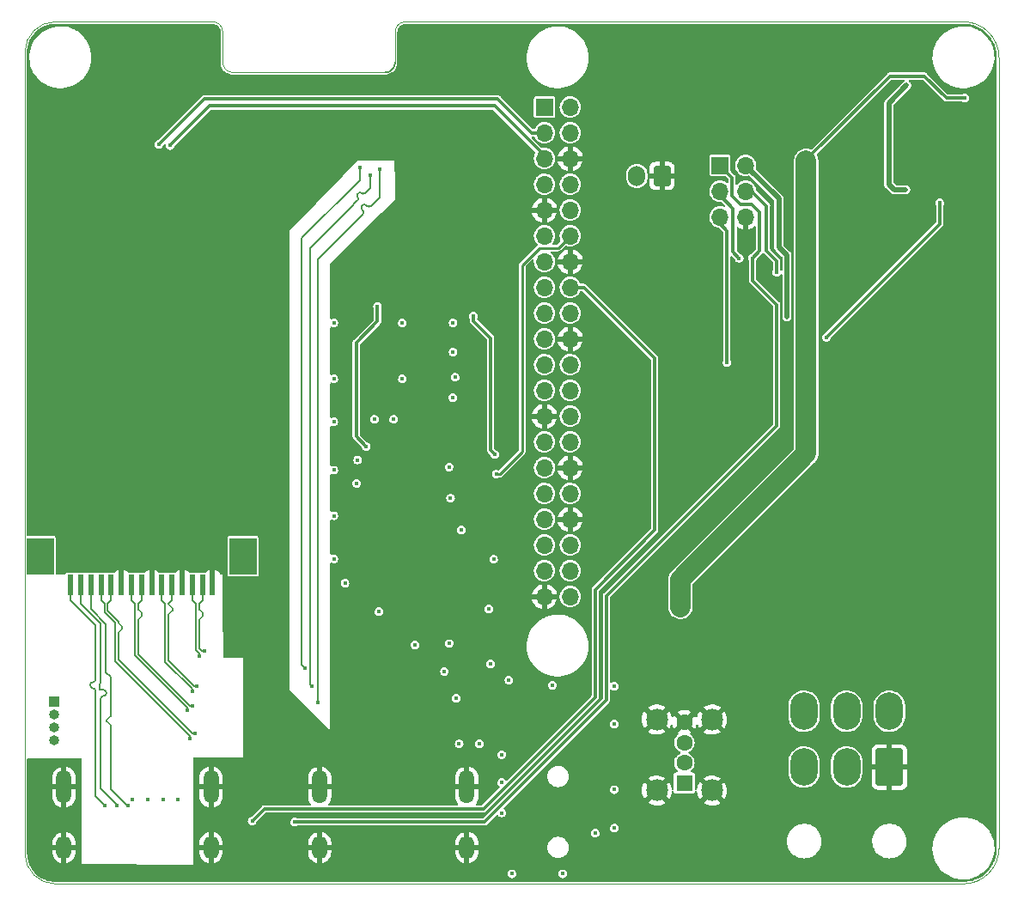
<source format=gbl>
G04 #@! TF.GenerationSoftware,KiCad,Pcbnew,(5.99.0-11120-g1d6ad4a52a)*
G04 #@! TF.CreationDate,2021-10-18T08:47:08+02:00*
G04 #@! TF.ProjectId,CarPiPowerHat,43617250-6950-46f7-9765-724861742e6b,0.2*
G04 #@! TF.SameCoordinates,Original*
G04 #@! TF.FileFunction,Copper,L4,Bot*
G04 #@! TF.FilePolarity,Positive*
%FSLAX46Y46*%
G04 Gerber Fmt 4.6, Leading zero omitted, Abs format (unit mm)*
G04 Created by KiCad (PCBNEW (5.99.0-11120-g1d6ad4a52a)) date 2021-10-18 08:47:08*
%MOMM*%
%LPD*%
G01*
G04 APERTURE LIST*
G04 Aperture macros list*
%AMRoundRect*
0 Rectangle with rounded corners*
0 $1 Rounding radius*
0 $2 $3 $4 $5 $6 $7 $8 $9 X,Y pos of 4 corners*
0 Add a 4 corners polygon primitive as box body*
4,1,4,$2,$3,$4,$5,$6,$7,$8,$9,$2,$3,0*
0 Add four circle primitives for the rounded corners*
1,1,$1+$1,$2,$3*
1,1,$1+$1,$4,$5*
1,1,$1+$1,$6,$7*
1,1,$1+$1,$8,$9*
0 Add four rect primitives between the rounded corners*
20,1,$1+$1,$2,$3,$4,$5,0*
20,1,$1+$1,$4,$5,$6,$7,0*
20,1,$1+$1,$6,$7,$8,$9,0*
20,1,$1+$1,$8,$9,$2,$3,0*%
G04 Aperture macros list end*
G04 #@! TA.AperFunction,Profile*
%ADD10C,0.100000*%
G04 #@! TD*
G04 #@! TA.AperFunction,Profile*
%ADD11C,0.150000*%
G04 #@! TD*
G04 #@! TA.AperFunction,ComponentPad*
%ADD12R,1.000000X1.000000*%
G04 #@! TD*
G04 #@! TA.AperFunction,ComponentPad*
%ADD13O,1.000000X1.000000*%
G04 #@! TD*
G04 #@! TA.AperFunction,ComponentPad*
%ADD14C,0.500000*%
G04 #@! TD*
G04 #@! TA.AperFunction,SMDPad,CuDef*
%ADD15R,4.400000X1.800000*%
G04 #@! TD*
G04 #@! TA.AperFunction,ComponentPad*
%ADD16R,1.700000X1.700000*%
G04 #@! TD*
G04 #@! TA.AperFunction,ComponentPad*
%ADD17O,1.700000X1.700000*%
G04 #@! TD*
G04 #@! TA.AperFunction,ComponentPad*
%ADD18O,1.500000X3.300000*%
G04 #@! TD*
G04 #@! TA.AperFunction,ComponentPad*
%ADD19O,1.500000X2.300000*%
G04 #@! TD*
G04 #@! TA.AperFunction,ComponentPad*
%ADD20RoundRect,0.250001X1.099999X1.599999X-1.099999X1.599999X-1.099999X-1.599999X1.099999X-1.599999X0*%
G04 #@! TD*
G04 #@! TA.AperFunction,ComponentPad*
%ADD21O,2.700000X3.700000*%
G04 #@! TD*
G04 #@! TA.AperFunction,ComponentPad*
%ADD22R,1.600000X1.600000*%
G04 #@! TD*
G04 #@! TA.AperFunction,ComponentPad*
%ADD23C,1.600000*%
G04 #@! TD*
G04 #@! TA.AperFunction,ComponentPad*
%ADD24C,2.150000*%
G04 #@! TD*
G04 #@! TA.AperFunction,SMDPad,CuDef*
%ADD25R,0.610000X2.000000*%
G04 #@! TD*
G04 #@! TA.AperFunction,SMDPad,CuDef*
%ADD26R,2.680000X3.600000*%
G04 #@! TD*
G04 #@! TA.AperFunction,ComponentPad*
%ADD27RoundRect,0.250000X0.600000X0.750000X-0.600000X0.750000X-0.600000X-0.750000X0.600000X-0.750000X0*%
G04 #@! TD*
G04 #@! TA.AperFunction,ComponentPad*
%ADD28O,1.700000X2.000000*%
G04 #@! TD*
G04 #@! TA.AperFunction,ViaPad*
%ADD29C,0.450000*%
G04 #@! TD*
G04 #@! TA.AperFunction,Conductor*
%ADD30C,0.300000*%
G04 #@! TD*
G04 #@! TA.AperFunction,Conductor*
%ADD31C,0.500000*%
G04 #@! TD*
G04 #@! TA.AperFunction,Conductor*
%ADD32C,0.250000*%
G04 #@! TD*
G04 #@! TA.AperFunction,Conductor*
%ADD33C,0.127000*%
G04 #@! TD*
G04 #@! TA.AperFunction,Conductor*
%ADD34C,2.000000*%
G04 #@! TD*
G04 APERTURE END LIST*
D10*
X81000000Y-116500000D02*
X170500000Y-116500000D01*
X98499997Y-36500003D02*
G75*
G02*
X97500000Y-35500000I3J1000000D01*
G01*
X97500000Y-35500000D02*
X97500000Y-32500000D01*
X96500003Y-31499997D02*
G75*
G02*
X97500000Y-32500000I-3J-1000000D01*
G01*
X113500000Y-36500000D02*
X98500000Y-36500000D01*
X81000000Y-116500000D02*
G75*
G02*
X78005236Y-113500005I5236J2999995D01*
G01*
X78000000Y-34500000D02*
X78005236Y-113500005D01*
X115499997Y-31500003D02*
G75*
G03*
X114500000Y-32500000I0J-999997D01*
G01*
X96500000Y-31500000D02*
X81000000Y-31500000D01*
X173999998Y-34999998D02*
G75*
G03*
X170500000Y-31500000I-3499998J0D01*
G01*
X114500000Y-32500000D02*
X114500000Y-35500000D01*
X170500000Y-31500000D02*
X115500000Y-31500000D01*
X174000000Y-35000000D02*
X174000000Y-113000000D01*
X174000002Y-113000002D02*
G75*
G02*
X170500000Y-116500000I-3500000J2D01*
G01*
D11*
X113500000Y-36500000D02*
G75*
G03*
X114500000Y-35500000I0J1000000D01*
G01*
D10*
X78000000Y-34500000D02*
G75*
G02*
X81000000Y-31500000I3000000J0D01*
G01*
D12*
X80850000Y-98550000D03*
D13*
X80850000Y-99820000D03*
X80850000Y-101090000D03*
X80850000Y-102360000D03*
D14*
X165559400Y-44778100D03*
X166859400Y-46078100D03*
X166859400Y-44778100D03*
X165559400Y-46078100D03*
X168159400Y-44778100D03*
X169459400Y-44778100D03*
X169459400Y-46078100D03*
D15*
X167509400Y-45428100D03*
D14*
X168159400Y-46078100D03*
D16*
X146500035Y-45659990D03*
D17*
X149040035Y-45659990D03*
X146500035Y-48199990D03*
X149040035Y-48199990D03*
X146500035Y-50739990D03*
X149040035Y-50739990D03*
D18*
X96350035Y-106949990D03*
X81850035Y-106949990D03*
D19*
X81850035Y-112909990D03*
X96350035Y-112909990D03*
D18*
X121550035Y-106949990D03*
X107050035Y-106949990D03*
D19*
X107050035Y-112909990D03*
X121550035Y-112909990D03*
D20*
X163200000Y-104974990D03*
D21*
X159000000Y-104974990D03*
X154800000Y-104974990D03*
X163200000Y-99474990D03*
X159000000Y-99474990D03*
X154800000Y-99474990D03*
D22*
X143000035Y-106559990D03*
D23*
X143000035Y-104559990D03*
X143000035Y-102559990D03*
X143000035Y-100559990D03*
D24*
X145720035Y-107289990D03*
X140280035Y-107289990D03*
X145720035Y-100289990D03*
X140280035Y-100289990D03*
D16*
X129210000Y-39900000D03*
D17*
X131750000Y-39900000D03*
X129210000Y-42440000D03*
X131750000Y-42440000D03*
X129210000Y-44980000D03*
X131750000Y-44980000D03*
X129210000Y-47520000D03*
X131750000Y-47520000D03*
X129210000Y-50060000D03*
X131750000Y-50060000D03*
X129210000Y-52600000D03*
X131750000Y-52600000D03*
X129210000Y-55140000D03*
X131750000Y-55140000D03*
X129210000Y-57680000D03*
X131750000Y-57680000D03*
X129210000Y-60220000D03*
X131750000Y-60220000D03*
X129210000Y-62760000D03*
X131750000Y-62760000D03*
X129210000Y-65300000D03*
X131750000Y-65300000D03*
X129210000Y-67840000D03*
X131750000Y-67840000D03*
X129210000Y-70380000D03*
X131750000Y-70380000D03*
X129210000Y-72920000D03*
X131750000Y-72920000D03*
X129210000Y-75460000D03*
X131750000Y-75460000D03*
X129210000Y-78000000D03*
X131750000Y-78000000D03*
X129210000Y-80540000D03*
X131750000Y-80540000D03*
X129210000Y-83080000D03*
X131750000Y-83080000D03*
X129210000Y-85620000D03*
X131750000Y-85620000D03*
X129210000Y-88160000D03*
X131750000Y-88160000D03*
D25*
X82500000Y-87000000D03*
X83500000Y-87000000D03*
X84500000Y-87000000D03*
X85500000Y-87000000D03*
X86500000Y-87000000D03*
X87500000Y-87000000D03*
X88500000Y-87000000D03*
X89500000Y-87000000D03*
X90500000Y-87000000D03*
X91500000Y-87000000D03*
X92500000Y-87000000D03*
X93500000Y-87000000D03*
X94500000Y-87000000D03*
X95500000Y-87000000D03*
X96500000Y-87000000D03*
D26*
X79510000Y-84200000D03*
X99490000Y-84200000D03*
D27*
X140800035Y-46699990D03*
D28*
X138300035Y-46699990D03*
D29*
X119800000Y-92800000D03*
X122200000Y-60500000D03*
X119700035Y-112899990D03*
X82000035Y-115499990D03*
X79000035Y-63499990D03*
X172500000Y-101700000D03*
X159800035Y-54399990D03*
X162425000Y-44127000D03*
X172600035Y-72399990D03*
X126600035Y-91399990D03*
X154900035Y-40399990D03*
X117600035Y-46499990D03*
X139700035Y-37699990D03*
X159800035Y-55599990D03*
X143900035Y-75299990D03*
X102000070Y-42699980D03*
X116000035Y-35499990D03*
X165500035Y-108399990D03*
X142500035Y-72599990D03*
X166400035Y-103299990D03*
X150800000Y-74850000D03*
X164325000Y-48827000D03*
X154200035Y-37199990D03*
X81500035Y-43599990D03*
X157000035Y-115499990D03*
X134400000Y-66500000D03*
X108800035Y-106949990D03*
X167600035Y-103299990D03*
X91700035Y-39799990D03*
X160300035Y-46499990D03*
X145200035Y-104799990D03*
X141000035Y-32499990D03*
X161200035Y-109599990D03*
X139100035Y-33699990D03*
X144100035Y-45399990D03*
X166400035Y-106199990D03*
X153950035Y-83249990D03*
X98800035Y-111699990D03*
X167000035Y-32499990D03*
X163500000Y-80450000D03*
X145200035Y-103799990D03*
X148500035Y-71099990D03*
X142500035Y-94849990D03*
X144000035Y-82299990D03*
X143900035Y-72599990D03*
X152350000Y-73400000D03*
X152300035Y-104999990D03*
X139000035Y-115499990D03*
X172500000Y-85700000D03*
X126000035Y-32499990D03*
X155300000Y-86650000D03*
X165535000Y-53027000D03*
X157000035Y-32499990D03*
X172500000Y-53700000D03*
X90100000Y-108150000D03*
X91000035Y-32499990D03*
X146700035Y-89099990D03*
X113800035Y-107999990D03*
X105750000Y-37200000D03*
X149000035Y-38799990D03*
X96500035Y-68799990D03*
X125150000Y-73550000D03*
X172500000Y-57700000D03*
X160400035Y-69499990D03*
X121000035Y-32499990D03*
X141800035Y-59199990D03*
X157000035Y-81699990D03*
X160900000Y-83350000D03*
X127900035Y-70399990D03*
X171800000Y-49127000D03*
X157000035Y-83199990D03*
X163900000Y-46750000D03*
X161200035Y-108399990D03*
X160300035Y-45427000D03*
X108800035Y-112849990D03*
X172500000Y-38700000D03*
X109000035Y-58949990D03*
X141600035Y-97549990D03*
X112750000Y-37200000D03*
X140400035Y-34499990D03*
X162000035Y-32499990D03*
X80050035Y-106999990D03*
X125950000Y-60450000D03*
X98500000Y-37200000D03*
X87500000Y-85200000D03*
X140650035Y-104699990D03*
X88600000Y-108150000D03*
X172700000Y-44127000D03*
X173000035Y-109499990D03*
X171800000Y-45627000D03*
X156900035Y-64499990D03*
X124750035Y-77449990D03*
X157900035Y-70599990D03*
X93100000Y-108200000D03*
X163500000Y-65700000D03*
X112600000Y-56700000D03*
X172700000Y-42527000D03*
X171900000Y-42527000D03*
X138700035Y-70399990D03*
X146300035Y-103799990D03*
X142550035Y-45849990D03*
X126950035Y-94799990D03*
X138600035Y-88099990D03*
X136350000Y-91150000D03*
X165535000Y-50937000D03*
X157200035Y-50699990D03*
X165535000Y-50187000D03*
X172700000Y-49127000D03*
X153650035Y-49749990D03*
X162425000Y-48827000D03*
X96350035Y-110799990D03*
X79000035Y-78450000D03*
X169215000Y-50097000D03*
X146200000Y-91950000D03*
X143900035Y-73899990D03*
X134900035Y-70399990D03*
X142500035Y-75299990D03*
X108000035Y-42699990D03*
X154800035Y-107799990D03*
X140200035Y-88099990D03*
X133600035Y-62699990D03*
X158100035Y-54399990D03*
X162650000Y-88600000D03*
X105000035Y-42699990D03*
X165500035Y-109599990D03*
X136150000Y-70450000D03*
X164200035Y-108399990D03*
X96500035Y-85299990D03*
X115100035Y-50199990D03*
X147000035Y-115499990D03*
X164650000Y-47400000D03*
X99000035Y-42717990D03*
X122200035Y-46099990D03*
X164200035Y-109599990D03*
X117000035Y-115499990D03*
X170325000Y-45327000D03*
X80150035Y-112849990D03*
X91375000Y-58300000D03*
X170325000Y-44238100D03*
X146300035Y-102699990D03*
X164625000Y-44127000D03*
X160900000Y-84600000D03*
X96000035Y-32499990D03*
X171800000Y-48127000D03*
X149400000Y-76200000D03*
X122600035Y-68899990D03*
X150100035Y-71099990D03*
X163100000Y-82400000D03*
X162425000Y-45427000D03*
X114700000Y-52750000D03*
X122900035Y-80899990D03*
X165535000Y-52247000D03*
X92000035Y-115499990D03*
X139550035Y-102599990D03*
X150950035Y-108199990D03*
X172700000Y-46827000D03*
X152000035Y-32499990D03*
X137150035Y-93949990D03*
X79000035Y-52499990D03*
X122000035Y-115499990D03*
X163150000Y-86600000D03*
X86000035Y-32499990D03*
X79000035Y-68499990D03*
X172700000Y-45627000D03*
X79000035Y-107499990D03*
X147000035Y-32499990D03*
X137400000Y-92100000D03*
X172500000Y-93700000D03*
X79000035Y-112499990D03*
X96500035Y-73799990D03*
X101700035Y-115199990D03*
X127200035Y-49999990D03*
X156900035Y-104999990D03*
X126700035Y-47399990D03*
X158100035Y-53199990D03*
X122450035Y-77449990D03*
X136900035Y-37699990D03*
X163900000Y-44100000D03*
X142500035Y-73999990D03*
X125700035Y-57499990D03*
X172600035Y-64699990D03*
X134800035Y-82699990D03*
X120450035Y-58949990D03*
X165300035Y-101999990D03*
X142550035Y-47549990D03*
X123700035Y-41499990D03*
X153950035Y-78999990D03*
X136400035Y-55549990D03*
X167600035Y-104699990D03*
X144200000Y-78050000D03*
X134100035Y-44999990D03*
X137600035Y-33699990D03*
X159800035Y-53199990D03*
X107000035Y-115499990D03*
X169205000Y-52237000D03*
X123600035Y-51099990D03*
X79000035Y-38499990D03*
X163830000Y-45427000D03*
X80000035Y-114499990D03*
X126600035Y-87599990D03*
X152000035Y-115499990D03*
X133700035Y-75499990D03*
X164725000Y-45427000D03*
X112000035Y-115499990D03*
X79000035Y-47499990D03*
X97000035Y-115499990D03*
X118300035Y-107999990D03*
X169205000Y-53017000D03*
X133800035Y-80499990D03*
X164650000Y-46750000D03*
X163425000Y-48827000D03*
X136800035Y-82699990D03*
X162425000Y-47827000D03*
X163900000Y-47400000D03*
X87000035Y-115499990D03*
X171800000Y-46827000D03*
X96500035Y-78750000D03*
X162400035Y-46599990D03*
X126300035Y-63599990D03*
X166400035Y-104699990D03*
X137500035Y-70399990D03*
X140200035Y-89399990D03*
X116800035Y-107999990D03*
X155300000Y-89050000D03*
X137700035Y-112499990D03*
X137700035Y-105499990D03*
X160900000Y-85850000D03*
X161000035Y-104999990D03*
X170200035Y-58199990D03*
X158100035Y-55499990D03*
X162800035Y-109599990D03*
X115300035Y-107999990D03*
X143900035Y-38799990D03*
X79000035Y-43499990D03*
X126500035Y-66099990D03*
X143000035Y-115499990D03*
X145200035Y-102699990D03*
X166400035Y-107599990D03*
X170325000Y-46448100D03*
X161900000Y-86600000D03*
X163500000Y-62700000D03*
X172500000Y-77700000D03*
X96000035Y-35499990D03*
X116000035Y-32499990D03*
X127700035Y-89299990D03*
X167550035Y-106199990D03*
X108950000Y-55900000D03*
X168000035Y-109749990D03*
X119800035Y-106899990D03*
X138600035Y-89399990D03*
X134800035Y-84499990D03*
X137700035Y-97099990D03*
X96350035Y-109349990D03*
X169205000Y-50927000D03*
X170250000Y-67500000D03*
X79000035Y-73499990D03*
X136200035Y-34399990D03*
X125700035Y-53599990D03*
X101700035Y-111599990D03*
X119700035Y-41499990D03*
X91600000Y-108150000D03*
X163250000Y-72000000D03*
X157000035Y-84599990D03*
X172700000Y-48127000D03*
X140650035Y-103699990D03*
X112000000Y-53050000D03*
X161850000Y-82400000D03*
X115100035Y-44499990D03*
X171800000Y-44127000D03*
X162800035Y-108399990D03*
X163500000Y-69700000D03*
X162000035Y-115499990D03*
X138300035Y-37699990D03*
X139550035Y-104699990D03*
X167000035Y-115499990D03*
X160300035Y-44199990D03*
X139550035Y-103699990D03*
X146700035Y-86599990D03*
X146300035Y-104799990D03*
X93500035Y-85200000D03*
X90500000Y-85200000D03*
X140650035Y-102599990D03*
X164825000Y-48067000D03*
X164909411Y-37748100D03*
X111650000Y-73400000D03*
X112750035Y-59549990D03*
X124450000Y-76100000D03*
X94270543Y-102129457D03*
X94270543Y-102129457D03*
X153100035Y-60599990D03*
X94729457Y-101670543D03*
X94729457Y-101670543D03*
X124300000Y-74150000D03*
X94020543Y-99379457D03*
X94020543Y-99379457D03*
X94479457Y-98920543D03*
X94479457Y-98920543D03*
X168155000Y-49347000D03*
X157000035Y-62599990D03*
X94470543Y-97479457D03*
X94470543Y-97479457D03*
X94929457Y-97020543D03*
X94929457Y-97020543D03*
X95220543Y-94029457D03*
X95220543Y-94029457D03*
X95679457Y-93570543D03*
X95679457Y-93570543D03*
X88150000Y-108800000D03*
X87100000Y-108750000D03*
X106300035Y-96999990D03*
X112000035Y-46599990D03*
X111000035Y-45899990D03*
X105600035Y-95199990D03*
X85900000Y-108800000D03*
X106900035Y-98599990D03*
X113000035Y-45999990D03*
X119800035Y-75399990D03*
X126000035Y-115499990D03*
X109550000Y-86850000D03*
X120500035Y-98199990D03*
X110700035Y-76999990D03*
X108450035Y-61199990D03*
X119350000Y-95550000D03*
X131000035Y-115499990D03*
X130000035Y-96899990D03*
X119950035Y-78449990D03*
X120400000Y-66550000D03*
X136100035Y-110999990D03*
X116450000Y-92950000D03*
X120200035Y-64050000D03*
X108450035Y-80199990D03*
X125000035Y-103749990D03*
X136100035Y-96999990D03*
X123700035Y-89399990D03*
X134200035Y-111499990D03*
X108450035Y-84449990D03*
X136100035Y-107199990D03*
X112450000Y-70700000D03*
X120200035Y-61199990D03*
X110800035Y-74699990D03*
X112900000Y-89650000D03*
X108450035Y-75699990D03*
X114350000Y-70700000D03*
X108450035Y-70949990D03*
X124200035Y-84499990D03*
X108450035Y-66699990D03*
X123900035Y-94799990D03*
X120800035Y-102699990D03*
X115200035Y-66699990D03*
X122800035Y-102699990D03*
X120175000Y-68550000D03*
X125000035Y-106499990D03*
X121000035Y-81599990D03*
X125000035Y-109499990D03*
X115200035Y-61199990D03*
X125700035Y-96399990D03*
X136100035Y-100749990D03*
X152100035Y-56199990D03*
X147200035Y-65099990D03*
X148400035Y-54799990D03*
X104600035Y-110399990D03*
X149700035Y-54799990D03*
X91200035Y-43599990D03*
X92300035Y-43699990D03*
X142300035Y-87787979D03*
X155300035Y-46699990D03*
X143000035Y-87762979D03*
X155300035Y-45899990D03*
X143000035Y-88462979D03*
X154700035Y-45899990D03*
X154700035Y-46699990D03*
X154700035Y-45197000D03*
X155300035Y-45197000D03*
X143000035Y-89162979D03*
X170625000Y-39027000D03*
X142300035Y-88487979D03*
X142300035Y-89187979D03*
X100400035Y-110299990D03*
D30*
X123900000Y-62700000D02*
X123900000Y-73750000D01*
X122200000Y-61000000D02*
X123900000Y-62700000D01*
X123900000Y-73750000D02*
X124300000Y-74150000D01*
X122200000Y-60500000D02*
X122200000Y-61000000D01*
D31*
X96500035Y-85299990D02*
X96500000Y-85300025D01*
X93500000Y-85200035D02*
X93500000Y-87000000D01*
X96500000Y-85300025D02*
X96500000Y-87000000D01*
X93500035Y-85200000D02*
X93500000Y-85200035D01*
X90500000Y-87000000D02*
X90500000Y-85200000D01*
X87500000Y-87000000D02*
X87500000Y-85200000D01*
X164909411Y-37748100D02*
X163155000Y-39502511D01*
X163155000Y-47555000D02*
X163667000Y-48067000D01*
X163667000Y-48067000D02*
X164825000Y-48067000D01*
X163155000Y-45657000D02*
X163155000Y-47555000D01*
X163155000Y-39502511D02*
X163155000Y-45657000D01*
D30*
X112750035Y-59549990D02*
X112750035Y-61049965D01*
X112750035Y-61049965D02*
X110650000Y-63150000D01*
X110650000Y-72400000D02*
X111650000Y-73400000D01*
X110650000Y-63150000D02*
X110650000Y-72400000D01*
D32*
X124800000Y-76100000D02*
X127000035Y-73899965D01*
X128700035Y-53799990D02*
X130550010Y-53799990D01*
X127000035Y-55499990D02*
X128700035Y-53799990D01*
X124450000Y-76100000D02*
X124480011Y-76069989D01*
X130550010Y-53799990D02*
X131750000Y-52600000D01*
X127000035Y-73899965D02*
X127000035Y-55499990D01*
X124450000Y-76100000D02*
X124800000Y-76100000D01*
D33*
X85500000Y-88500001D02*
X85837000Y-88837001D01*
X85837000Y-89717518D02*
X86887000Y-90767518D01*
X85500000Y-87000000D02*
X85500000Y-88500001D01*
X86887000Y-94517517D02*
X94270543Y-101901060D01*
X85837000Y-88837001D02*
X85837000Y-89717518D01*
X85500000Y-87000000D02*
X85500000Y-87695000D01*
X94270543Y-101901060D02*
X94270543Y-102129457D01*
X86887000Y-90767518D02*
X86887000Y-94517517D01*
D31*
X152300000Y-48919955D02*
X149040035Y-45659990D01*
X153100035Y-54500035D02*
X152300000Y-53700000D01*
X153100035Y-60599990D02*
X153100035Y-54500035D01*
X152300000Y-53700000D02*
X152300000Y-48919955D01*
D33*
X86500000Y-87000000D02*
X86500000Y-87695000D01*
X87605558Y-91155558D02*
X87605558Y-91363000D01*
X94501060Y-101670543D02*
X94729457Y-101670543D01*
X87213000Y-91755558D02*
X87213000Y-91963000D01*
X87213000Y-90632482D02*
X87213000Y-90763000D01*
X86500000Y-88500001D02*
X86163000Y-88837001D01*
X86163000Y-88837001D02*
X86163000Y-89582482D01*
X87213000Y-91963000D02*
X87213000Y-94382483D01*
X87213000Y-94382483D02*
X94501060Y-101670543D01*
X86500000Y-87000000D02*
X86500000Y-88500001D01*
X86163000Y-89582482D02*
X87213000Y-90632482D01*
X87605558Y-91155558D02*
G75*
G03*
X87409279Y-90959279I-196280J-1D01*
G01*
X87409279Y-91559279D02*
G75*
G03*
X87605558Y-91363000I-1J196280D01*
G01*
X87409279Y-90959279D02*
G75*
G02*
X87213000Y-90763000I1J196280D01*
G01*
X87213000Y-91755558D02*
G75*
G02*
X87409279Y-91559279I196280J-1D01*
G01*
X88837000Y-93967517D02*
X94020543Y-99151060D01*
X88500000Y-88500001D02*
X88837000Y-88837001D01*
X88837000Y-88837001D02*
X88837000Y-93967517D01*
X88500000Y-87000000D02*
X88500000Y-88500001D01*
X94020543Y-99151060D02*
X94020543Y-99379457D01*
X89500000Y-87000000D02*
X89500000Y-88500001D01*
X89555558Y-89829558D02*
X89555558Y-90037000D01*
X89163000Y-90429558D02*
X89163000Y-90637000D01*
X89163000Y-93832483D02*
X94251060Y-98920543D01*
X89163000Y-90637000D02*
X89163000Y-93832483D01*
X89163000Y-88837001D02*
X89163000Y-89437000D01*
X89500000Y-88500001D02*
X89163000Y-88837001D01*
X94251060Y-98920543D02*
X94479457Y-98920543D01*
X89359279Y-89633279D02*
G75*
G02*
X89163000Y-89437000I1J196280D01*
G01*
X89555558Y-89829558D02*
G75*
G03*
X89359279Y-89633279I-196280J-1D01*
G01*
X89359279Y-90233279D02*
G75*
G03*
X89555558Y-90037000I-1J196280D01*
G01*
X89163000Y-90429558D02*
G75*
G02*
X89359279Y-90233279I196280J-1D01*
G01*
D30*
X168155000Y-51445025D02*
X168155000Y-49347000D01*
X157000035Y-62599990D02*
X168155000Y-51445025D01*
D33*
X91837000Y-88837001D02*
X91837000Y-94617517D01*
X91500000Y-88500001D02*
X91837000Y-88837001D01*
X91500000Y-87000000D02*
X91500000Y-88500001D01*
X91837000Y-94617517D02*
X94470543Y-97251060D01*
X94470543Y-97251060D02*
X94470543Y-97479457D01*
X92163000Y-94482483D02*
X94701060Y-97020543D01*
X94701060Y-97020543D02*
X94929457Y-97020543D01*
X92500000Y-87000000D02*
X92500000Y-88500001D01*
X92163000Y-90113000D02*
X92163000Y-94482483D01*
X92500000Y-88500001D02*
X92163000Y-88837001D01*
X92163000Y-88837001D02*
X92163000Y-88913000D01*
X92555558Y-89305558D02*
X92555558Y-89513000D01*
X92163000Y-89905558D02*
X92163000Y-90113000D01*
X92359279Y-89109279D02*
G75*
G02*
X92163000Y-88913000I1J196280D01*
G01*
X92555558Y-89305558D02*
G75*
G03*
X92359279Y-89109279I-196280J-1D01*
G01*
X92163000Y-89905558D02*
G75*
G02*
X92359279Y-89709279I196280J-1D01*
G01*
X92359279Y-89709279D02*
G75*
G03*
X92555558Y-89513000I-1J196280D01*
G01*
X94500000Y-87000000D02*
X94500000Y-88500001D01*
X94837000Y-93417517D02*
X95220543Y-93801060D01*
X95220543Y-93801060D02*
X95220543Y-94029457D01*
X94837000Y-88837001D02*
X94837000Y-93417517D01*
X94500000Y-88500001D02*
X94837000Y-88837001D01*
X95451060Y-93570543D02*
X95679457Y-93570543D01*
X95555558Y-89829558D02*
X95555558Y-90037000D01*
X95163000Y-93282483D02*
X95451060Y-93570543D01*
X95500000Y-87000000D02*
X95500000Y-88500001D01*
X95163000Y-90637000D02*
X95163000Y-93282483D01*
X95163000Y-88837001D02*
X95163000Y-89437000D01*
X95163000Y-90429558D02*
X95163000Y-90637000D01*
X95500000Y-88500001D02*
X95163000Y-88837001D01*
X95359279Y-90233279D02*
G75*
G03*
X95555558Y-90037000I-1J196280D01*
G01*
X95555558Y-89829558D02*
G75*
G03*
X95359279Y-89633279I-196280J-1D01*
G01*
X95163000Y-90429558D02*
G75*
G02*
X95359279Y-90233279I196280J-1D01*
G01*
X95359279Y-89633279D02*
G75*
G02*
X95163000Y-89437000I1J196280D01*
G01*
X88100000Y-108800000D02*
X88150000Y-108800000D01*
X84500000Y-87000000D02*
X84500000Y-89388230D01*
X86000000Y-90888230D02*
X86000000Y-95650000D01*
X86450000Y-100872612D02*
X86450000Y-100950000D01*
X86027388Y-100372612D02*
X86027388Y-100450000D01*
X86000000Y-95650000D02*
X86450000Y-96100000D01*
X86450000Y-96100000D02*
X86450000Y-99950000D01*
X86450000Y-107150000D02*
X88100000Y-108800000D01*
X84500000Y-89388230D02*
X86000000Y-90888230D01*
X86450000Y-100950000D02*
X86450000Y-107150000D01*
X86450000Y-100872612D02*
G75*
G03*
X86238694Y-100661306I-211306J0D01*
G01*
X86238694Y-100161306D02*
G75*
G03*
X86450000Y-99950000I0J211306D01*
G01*
X86027388Y-100372612D02*
G75*
G02*
X86238694Y-100161306I211306J0D01*
G01*
X86238694Y-100661306D02*
G75*
G02*
X86027388Y-100450000I0J211306D01*
G01*
X85450000Y-97375000D02*
X85734584Y-97375000D01*
X85734584Y-97975000D02*
X85734583Y-97975000D01*
X87100000Y-108700000D02*
X87100000Y-108750000D01*
X85350000Y-96800000D02*
X85350000Y-97300000D01*
X85450000Y-98259583D02*
X85450000Y-99079811D01*
X86019167Y-97659583D02*
X86019167Y-97690417D01*
X85450000Y-99079811D02*
X85450000Y-107050000D01*
X85450000Y-97350000D02*
X85450000Y-97375000D01*
X85450000Y-107050000D02*
X87100000Y-108700000D01*
X85450000Y-90800000D02*
X85450000Y-96700000D01*
X85400000Y-97350000D02*
X85450000Y-97350000D01*
X83500000Y-87000000D02*
X83500000Y-88850000D01*
X83500000Y-88850000D02*
X85450000Y-90800000D01*
X85734584Y-97975000D02*
G75*
G03*
X86019167Y-97690417I1J284582D01*
G01*
X85400000Y-97350000D02*
G75*
G02*
X85350000Y-97300000I1J50001D01*
G01*
X86019167Y-97659583D02*
G75*
G03*
X85734584Y-97375000I-284582J1D01*
G01*
X85350000Y-96800000D02*
G75*
G02*
X85400000Y-96750000I50001J-1D01*
G01*
X85400000Y-96750000D02*
G75*
G03*
X85450000Y-96700000I-1J50001D01*
G01*
X85450000Y-98259583D02*
G75*
G02*
X85734583Y-97975000I284582J1D01*
G01*
X110803481Y-49096541D02*
X110803482Y-49096540D01*
X112000035Y-47899990D02*
X111500035Y-48399990D01*
X112000035Y-46599990D02*
X112000035Y-47899990D01*
X110884749Y-48399989D02*
X110884749Y-48399990D01*
X110722217Y-49177807D02*
X110050035Y-49849990D01*
X106100035Y-53799990D02*
X106100035Y-96799990D01*
X110803482Y-49096540D02*
X110722217Y-49177807D01*
X111192391Y-48399990D02*
X111192392Y-48399990D01*
X106100035Y-96799990D02*
X106300035Y-96999990D01*
X110050035Y-49849990D02*
X106100035Y-53799990D01*
X110884749Y-48399990D02*
X110803482Y-48481256D01*
X111192392Y-48399989D02*
G75*
G03*
X111500034Y-48399989I153821J153822D01*
G01*
X110803482Y-48788898D02*
G75*
G02*
X110803482Y-48481256I153820J153821D01*
G01*
X110884750Y-48399990D02*
G75*
G02*
X111192391Y-48399991I153820J-153823D01*
G01*
X110803480Y-49096540D02*
G75*
G03*
X110803481Y-48788899I-153822J153821D01*
G01*
X105600035Y-95199990D02*
X105300035Y-94899990D01*
X105300035Y-94899990D02*
X105300035Y-52799990D01*
X105300035Y-52799990D02*
X111000035Y-47099990D01*
X111000035Y-47099990D02*
X111000035Y-45899990D01*
X84441523Y-96858476D02*
X84441523Y-96950000D01*
X84950000Y-97458476D02*
X84950000Y-97550000D01*
X84695762Y-96604238D02*
X84695761Y-96604238D01*
X84695761Y-97204238D02*
X84695762Y-97204238D01*
X84950000Y-97550000D02*
X84950000Y-107850000D01*
X82500000Y-88550000D02*
X84950000Y-91000000D01*
X82500000Y-87000000D02*
X82500000Y-88550000D01*
X84950000Y-107850000D02*
X85900000Y-108800000D01*
X84950000Y-91000000D02*
X84950000Y-96350000D01*
X84441523Y-96858476D02*
G75*
G02*
X84695761Y-96604238I254239J-1D01*
G01*
X84950000Y-97458476D02*
G75*
G03*
X84695762Y-97204238I-254239J-1D01*
G01*
X84695762Y-96604238D02*
G75*
G03*
X84950000Y-96350000I-1J254239D01*
G01*
X84695761Y-97204238D02*
G75*
G02*
X84441523Y-96950000I1J254239D01*
G01*
X111725770Y-49649990D02*
X111666126Y-49590346D01*
X111725769Y-49649990D02*
X111725770Y-49649990D01*
X111241862Y-50014610D02*
X111301505Y-50074253D01*
X106900035Y-54899990D02*
X106900035Y-98599990D01*
X111301505Y-50498517D02*
X111301506Y-50498518D01*
X113000035Y-45999990D02*
X113000035Y-48799990D01*
X111301506Y-50498518D02*
X110512415Y-51287610D01*
X113000035Y-48799990D02*
X112150035Y-49649990D01*
X110512415Y-51287610D02*
X106900035Y-54899990D01*
X111301504Y-50498516D02*
G75*
G03*
X111301504Y-50074254I-212131J212131D01*
G01*
X111241863Y-49590347D02*
G75*
G02*
X111666125Y-49590347I212131J-212131D01*
G01*
X111725769Y-49649990D02*
G75*
G03*
X112150035Y-49649990I212133J212134D01*
G01*
X111241863Y-50014609D02*
G75*
G02*
X111241863Y-49590347I212131J212131D01*
G01*
D30*
X152100035Y-56199990D02*
X152100035Y-55100013D01*
X149650035Y-48199990D02*
X149040035Y-48199990D01*
X151100000Y-54099978D02*
X151100000Y-49649955D01*
X152100035Y-55100013D02*
X151100000Y-54099978D01*
X151100000Y-49649955D02*
X149650035Y-48199990D01*
X146500035Y-51399990D02*
X146500035Y-50739990D01*
X147200035Y-65099990D02*
X147200035Y-52099990D01*
X147200035Y-52099990D02*
X146500035Y-51399990D01*
X148400035Y-54799990D02*
X147800035Y-54199990D01*
X146500035Y-48599990D02*
X146500035Y-48199990D01*
X147800035Y-49899990D02*
X146500035Y-48599990D01*
X147800035Y-54199990D02*
X147800035Y-49899990D01*
X123300035Y-110399990D02*
X135300035Y-98399990D01*
X149700035Y-56999990D02*
X149700035Y-54799990D01*
X147700035Y-46859990D02*
X146500035Y-45659990D01*
X135300035Y-98399990D02*
X135300035Y-96599990D01*
X104600035Y-110399990D02*
X123300035Y-110399990D01*
X147700035Y-48699990D02*
X147700035Y-46859990D01*
X150400035Y-54099990D02*
X150400035Y-50299990D01*
X149700035Y-54799990D02*
X150400035Y-54099990D01*
X135304546Y-96595479D02*
X135304546Y-88108966D01*
X135300035Y-96599990D02*
X135304546Y-96595479D01*
X148500035Y-49499990D02*
X147700035Y-48699990D01*
X152100035Y-59399990D02*
X149700035Y-56999990D01*
X149600035Y-49499990D02*
X148500035Y-49499990D01*
X135304546Y-88108966D02*
X152100035Y-71313477D01*
X150400035Y-50299990D02*
X149600035Y-49499990D01*
X152100035Y-71313477D02*
X152100035Y-59399990D01*
X91200035Y-43599990D02*
X95700035Y-39099990D01*
X95700035Y-39099990D02*
X124600035Y-39099990D01*
X124600035Y-39099990D02*
X127940045Y-42440000D01*
X127940045Y-42440000D02*
X129210000Y-42440000D01*
X92300035Y-43699990D02*
X96200035Y-39799990D01*
X124300035Y-39799990D02*
X129210000Y-44709955D01*
X96200035Y-39799990D02*
X124300035Y-39799990D01*
X129210000Y-44709955D02*
X129210000Y-44980000D01*
D34*
X142600035Y-86499990D02*
X155004546Y-74095479D01*
X155004546Y-74095479D02*
X155004546Y-45201511D01*
X142600035Y-89187979D02*
X142600035Y-86499990D01*
D30*
X155000035Y-45197000D02*
X155000035Y-45099990D01*
D32*
X155000035Y-45197000D02*
X155000000Y-45196965D01*
D30*
X168827045Y-39027000D02*
X170625000Y-39027000D01*
D34*
X155004546Y-45201511D02*
X155000035Y-45197000D01*
D30*
X163250035Y-36849990D02*
X166650035Y-36849990D01*
X155000035Y-45099990D02*
X163250035Y-36849990D01*
X166650035Y-36849990D02*
X168827045Y-39027000D01*
X101600035Y-109099990D02*
X123200035Y-109099990D01*
X100400035Y-110299990D02*
X101600035Y-109099990D01*
X123200035Y-109099990D02*
X134200035Y-98099990D01*
X133080000Y-57680000D02*
X131750000Y-57680000D01*
X134200035Y-87499990D02*
X140091069Y-81608956D01*
X134200035Y-98099990D02*
X134200035Y-87499990D01*
X140091069Y-81608956D02*
X140091069Y-64691069D01*
X140091069Y-64691069D02*
X133080000Y-57680000D01*
G04 #@! TA.AperFunction,Conductor*
G36*
X96486331Y-31705570D02*
G01*
X96487025Y-31701732D01*
X96500003Y-31704079D01*
X96500003Y-31704997D01*
X96562812Y-31707739D01*
X96575683Y-31709149D01*
X96697242Y-31730583D01*
X96713898Y-31735047D01*
X96827851Y-31776523D01*
X96843483Y-31783812D01*
X96899359Y-31816073D01*
X96948490Y-31844439D01*
X96962626Y-31854337D01*
X97055519Y-31932284D01*
X97067721Y-31944486D01*
X97124377Y-32012006D01*
X97143451Y-32034737D01*
X97145660Y-32037370D01*
X97155557Y-32051504D01*
X97189454Y-32110217D01*
X97216184Y-32156515D01*
X97223477Y-32172154D01*
X97264950Y-32286101D01*
X97269416Y-32302770D01*
X97290848Y-32424318D01*
X97292258Y-32437190D01*
X97295000Y-32499999D01*
X97295081Y-32499999D01*
X97295791Y-32503136D01*
X97295791Y-32503139D01*
X97297559Y-32510952D01*
X97300000Y-32532799D01*
X97300000Y-35466662D01*
X97297482Y-35488849D01*
X97295000Y-35499642D01*
X97295081Y-35499999D01*
X97295000Y-35499999D01*
X97299585Y-35605022D01*
X97300145Y-35608200D01*
X97300146Y-35608206D01*
X97331860Y-35788066D01*
X97336058Y-35811876D01*
X97337533Y-35815929D01*
X97337534Y-35815932D01*
X97337758Y-35816547D01*
X97407897Y-36009255D01*
X97410058Y-36012998D01*
X97486044Y-36144610D01*
X97512919Y-36191160D01*
X97647934Y-36352065D01*
X97808838Y-36487080D01*
X97875420Y-36525521D01*
X97986998Y-36589942D01*
X97987004Y-36589945D01*
X97990742Y-36592103D01*
X97994800Y-36593580D01*
X98184064Y-36662467D01*
X98184067Y-36662468D01*
X98188120Y-36663943D01*
X98394973Y-36700417D01*
X98499997Y-36705003D01*
X98499997Y-36701821D01*
X98513379Y-36700000D01*
X113469194Y-36700000D01*
X113482320Y-36704270D01*
X113482757Y-36701059D01*
X113500000Y-36703406D01*
X113500000Y-36705000D01*
X113508869Y-36704613D01*
X113508870Y-36704613D01*
X113601794Y-36700556D01*
X113605023Y-36700415D01*
X113608201Y-36699855D01*
X113608207Y-36699854D01*
X113807624Y-36664691D01*
X113807625Y-36664691D01*
X113811877Y-36663941D01*
X113815930Y-36662466D01*
X113815933Y-36662465D01*
X114005197Y-36593578D01*
X114009255Y-36592101D01*
X114012994Y-36589943D01*
X114012999Y-36589940D01*
X114187414Y-36489241D01*
X114187416Y-36489240D01*
X114191160Y-36487078D01*
X114223014Y-36460350D01*
X114348751Y-36354844D01*
X114352064Y-36352064D01*
X114402482Y-36291978D01*
X114484301Y-36194470D01*
X114484303Y-36194467D01*
X114487078Y-36191160D01*
X114513954Y-36144610D01*
X114589940Y-36012999D01*
X114589943Y-36012994D01*
X114592101Y-36009255D01*
X114593579Y-36005194D01*
X114662465Y-35815933D01*
X114662466Y-35815930D01*
X114663941Y-35811877D01*
X114700415Y-35605023D01*
X114704962Y-35500877D01*
X114704999Y-35500716D01*
X114705000Y-35500000D01*
X114702479Y-35488947D01*
X114700000Y-35466930D01*
X114700000Y-35106635D01*
X127446361Y-35106635D01*
X127478062Y-35451632D01*
X127478635Y-35454388D01*
X127478636Y-35454393D01*
X127510630Y-35608206D01*
X127548614Y-35790822D01*
X127549493Y-35793488D01*
X127549495Y-35793495D01*
X127621877Y-36012999D01*
X127657109Y-36119844D01*
X127802154Y-36434470D01*
X127803614Y-36436876D01*
X127966317Y-36705003D01*
X127981882Y-36730654D01*
X128193985Y-37004588D01*
X128435734Y-37252751D01*
X128437914Y-37254532D01*
X128437916Y-37254534D01*
X128701848Y-37470175D01*
X128704022Y-37471951D01*
X128706373Y-37473463D01*
X128706381Y-37473469D01*
X128993047Y-37657859D01*
X128993053Y-37657863D01*
X128995400Y-37659372D01*
X129306121Y-37812603D01*
X129632191Y-37929674D01*
X129634910Y-37930314D01*
X129634916Y-37930316D01*
X129766256Y-37961242D01*
X129969418Y-38009080D01*
X129972196Y-38009409D01*
X129972197Y-38009409D01*
X130070383Y-38021030D01*
X130313466Y-38049801D01*
X130462939Y-38050453D01*
X130657098Y-38051301D01*
X130657103Y-38051301D01*
X130659913Y-38051313D01*
X130676723Y-38049472D01*
X131001513Y-38013902D01*
X131001521Y-38013901D01*
X131004303Y-38013596D01*
X131007040Y-38012977D01*
X131007044Y-38012976D01*
X131339471Y-37937755D01*
X131339475Y-37937754D01*
X131342210Y-37937135D01*
X131669289Y-37822914D01*
X131671807Y-37821700D01*
X131671813Y-37821697D01*
X131978805Y-37673622D01*
X131978808Y-37673620D01*
X131981336Y-37672401D01*
X132274338Y-37487530D01*
X132276524Y-37485776D01*
X132276529Y-37485772D01*
X132542334Y-37272441D01*
X132542337Y-37272438D01*
X132544529Y-37270679D01*
X132560534Y-37254534D01*
X132786451Y-37026637D01*
X132786456Y-37026631D01*
X132788434Y-37024636D01*
X132804239Y-37004588D01*
X133001170Y-36754782D01*
X133001173Y-36754778D01*
X133002919Y-36752563D01*
X133185226Y-36457959D01*
X133333010Y-36144610D01*
X133444373Y-35816547D01*
X133517882Y-35477986D01*
X133552592Y-35133279D01*
X133553113Y-35109431D01*
X133553174Y-35106635D01*
X167446361Y-35106635D01*
X167478062Y-35451632D01*
X167478635Y-35454388D01*
X167478636Y-35454393D01*
X167510630Y-35608206D01*
X167548614Y-35790822D01*
X167549493Y-35793488D01*
X167549495Y-35793495D01*
X167621877Y-36012999D01*
X167657109Y-36119844D01*
X167802154Y-36434470D01*
X167803614Y-36436876D01*
X167966317Y-36705003D01*
X167981882Y-36730654D01*
X168193985Y-37004588D01*
X168435734Y-37252751D01*
X168437914Y-37254532D01*
X168437916Y-37254534D01*
X168701848Y-37470175D01*
X168704022Y-37471951D01*
X168706373Y-37473463D01*
X168706381Y-37473469D01*
X168993047Y-37657859D01*
X168993053Y-37657863D01*
X168995400Y-37659372D01*
X169306121Y-37812603D01*
X169632191Y-37929674D01*
X169634910Y-37930314D01*
X169634916Y-37930316D01*
X169766256Y-37961242D01*
X169969418Y-38009080D01*
X169972196Y-38009409D01*
X169972197Y-38009409D01*
X170070383Y-38021030D01*
X170313466Y-38049801D01*
X170462939Y-38050453D01*
X170657098Y-38051301D01*
X170657103Y-38051301D01*
X170659913Y-38051313D01*
X170676723Y-38049472D01*
X171001513Y-38013902D01*
X171001521Y-38013901D01*
X171004303Y-38013596D01*
X171007040Y-38012977D01*
X171007044Y-38012976D01*
X171339471Y-37937755D01*
X171339475Y-37937754D01*
X171342210Y-37937135D01*
X171669289Y-37822914D01*
X171671807Y-37821700D01*
X171671813Y-37821697D01*
X171978805Y-37673622D01*
X171978808Y-37673620D01*
X171981336Y-37672401D01*
X172274338Y-37487530D01*
X172276524Y-37485776D01*
X172276529Y-37485772D01*
X172542334Y-37272441D01*
X172542337Y-37272438D01*
X172544529Y-37270679D01*
X172560534Y-37254534D01*
X172786451Y-37026637D01*
X172786456Y-37026631D01*
X172788434Y-37024636D01*
X172804239Y-37004588D01*
X173001170Y-36754782D01*
X173001173Y-36754778D01*
X173002919Y-36752563D01*
X173185226Y-36457959D01*
X173333010Y-36144610D01*
X173444373Y-35816547D01*
X173517882Y-35477986D01*
X173552592Y-35133279D01*
X173553113Y-35109431D01*
X173555014Y-35022272D01*
X173555500Y-35000000D01*
X173545708Y-34827551D01*
X173536018Y-34656903D01*
X173536017Y-34656898D01*
X173535859Y-34654108D01*
X173477188Y-34312662D01*
X173427520Y-34142257D01*
X173381025Y-33982742D01*
X173381024Y-33982738D01*
X173380241Y-33980053D01*
X173246265Y-33660557D01*
X173219488Y-33612742D01*
X173078359Y-33360738D01*
X173076983Y-33358281D01*
X172925606Y-33148006D01*
X172876204Y-33079383D01*
X172876203Y-33079382D01*
X172874569Y-33077112D01*
X172641628Y-32820663D01*
X172455771Y-32657670D01*
X172383267Y-32594086D01*
X172383266Y-32594086D01*
X172381154Y-32592233D01*
X172132670Y-32419854D01*
X172098805Y-32396361D01*
X172098803Y-32396360D01*
X172096494Y-32394758D01*
X171791310Y-32230777D01*
X171788704Y-32229737D01*
X171788699Y-32229735D01*
X171552191Y-32135378D01*
X171469524Y-32102397D01*
X171466821Y-32101660D01*
X171137975Y-32012006D01*
X171137969Y-32012005D01*
X171135274Y-32011270D01*
X171132513Y-32010845D01*
X171132508Y-32010844D01*
X170795627Y-31958993D01*
X170795621Y-31958992D01*
X170792857Y-31958567D01*
X170790058Y-31958457D01*
X170449477Y-31945075D01*
X170449475Y-31945075D01*
X170446674Y-31944965D01*
X170402576Y-31948242D01*
X170103969Y-31970432D01*
X170103960Y-31970433D01*
X170101177Y-31970640D01*
X169760808Y-32035261D01*
X169758122Y-32036095D01*
X169691734Y-32056709D01*
X169429941Y-32137998D01*
X169112832Y-32277530D01*
X169110410Y-32278942D01*
X169110407Y-32278944D01*
X168963942Y-32364360D01*
X168813557Y-32452062D01*
X168535962Y-32659351D01*
X168533918Y-32661274D01*
X168293630Y-32887316D01*
X168283619Y-32896733D01*
X168281804Y-32898877D01*
X168281803Y-32898878D01*
X168070900Y-33148006D01*
X168059769Y-33161154D01*
X167867292Y-33449217D01*
X167866011Y-33451704D01*
X167866007Y-33451711D01*
X167709948Y-33754718D01*
X167709944Y-33754726D01*
X167708662Y-33757216D01*
X167707667Y-33759842D01*
X167707664Y-33759849D01*
X167586914Y-34078563D01*
X167585918Y-34081193D01*
X167500638Y-34416983D01*
X167453919Y-34760268D01*
X167446361Y-35106635D01*
X133553174Y-35106635D01*
X133555014Y-35022272D01*
X133555500Y-35000000D01*
X133545708Y-34827551D01*
X133536018Y-34656903D01*
X133536017Y-34656898D01*
X133535859Y-34654108D01*
X133477188Y-34312662D01*
X133427520Y-34142257D01*
X133381025Y-33982742D01*
X133381024Y-33982738D01*
X133380241Y-33980053D01*
X133246265Y-33660557D01*
X133219488Y-33612742D01*
X133078359Y-33360738D01*
X133076983Y-33358281D01*
X132925606Y-33148006D01*
X132876204Y-33079383D01*
X132876203Y-33079382D01*
X132874569Y-33077112D01*
X132641628Y-32820663D01*
X132455771Y-32657670D01*
X132383267Y-32594086D01*
X132383266Y-32594086D01*
X132381154Y-32592233D01*
X132132670Y-32419854D01*
X132098805Y-32396361D01*
X132098803Y-32396360D01*
X132096494Y-32394758D01*
X131791310Y-32230777D01*
X131788704Y-32229737D01*
X131788699Y-32229735D01*
X131552191Y-32135378D01*
X131469524Y-32102397D01*
X131466821Y-32101660D01*
X131137975Y-32012006D01*
X131137969Y-32012005D01*
X131135274Y-32011270D01*
X131132513Y-32010845D01*
X131132508Y-32010844D01*
X130795627Y-31958993D01*
X130795621Y-31958992D01*
X130792857Y-31958567D01*
X130790058Y-31958457D01*
X130449477Y-31945075D01*
X130449475Y-31945075D01*
X130446674Y-31944965D01*
X130402576Y-31948242D01*
X130103969Y-31970432D01*
X130103960Y-31970433D01*
X130101177Y-31970640D01*
X129760808Y-32035261D01*
X129758122Y-32036095D01*
X129691734Y-32056709D01*
X129429941Y-32137998D01*
X129112832Y-32277530D01*
X129110410Y-32278942D01*
X129110407Y-32278944D01*
X128963942Y-32364360D01*
X128813557Y-32452062D01*
X128535962Y-32659351D01*
X128533918Y-32661274D01*
X128293630Y-32887316D01*
X128283619Y-32896733D01*
X128281804Y-32898877D01*
X128281803Y-32898878D01*
X128070900Y-33148006D01*
X128059769Y-33161154D01*
X127867292Y-33449217D01*
X127866011Y-33451704D01*
X127866007Y-33451711D01*
X127709948Y-33754718D01*
X127709944Y-33754726D01*
X127708662Y-33757216D01*
X127707667Y-33759842D01*
X127707664Y-33759849D01*
X127586914Y-34078563D01*
X127585918Y-34081193D01*
X127500638Y-34416983D01*
X127453919Y-34760268D01*
X127446361Y-35106635D01*
X114700000Y-35106635D01*
X114700000Y-32533606D01*
X114702557Y-32511251D01*
X114703732Y-32506182D01*
X114704999Y-32500716D01*
X114705000Y-32500000D01*
X114707742Y-32437191D01*
X114709152Y-32424319D01*
X114709940Y-32419854D01*
X114730585Y-32302770D01*
X114735051Y-32286103D01*
X114776523Y-32172158D01*
X114783816Y-32156518D01*
X114844444Y-32051506D01*
X114854343Y-32037370D01*
X114932282Y-31944487D01*
X114944484Y-31932285D01*
X115037367Y-31854346D01*
X115051503Y-31844447D01*
X115156515Y-31783819D01*
X115172155Y-31776526D01*
X115286100Y-31735054D01*
X115302768Y-31730588D01*
X115362620Y-31720034D01*
X115424320Y-31709155D01*
X115437189Y-31707745D01*
X115499997Y-31705003D01*
X115499997Y-31703155D01*
X115517445Y-31700000D01*
X170469194Y-31700000D01*
X170485530Y-31705315D01*
X170486171Y-31701585D01*
X170500000Y-31703961D01*
X170500000Y-31705000D01*
X170507133Y-31705187D01*
X170507134Y-31705187D01*
X170632339Y-31708466D01*
X170668555Y-31709414D01*
X170676310Y-31709922D01*
X171010290Y-31745025D01*
X171020525Y-31746646D01*
X171347731Y-31816196D01*
X171357741Y-31818878D01*
X171436410Y-31844439D01*
X171662061Y-31917757D01*
X171675892Y-31922251D01*
X171685563Y-31925964D01*
X171991159Y-32062024D01*
X172000384Y-32066724D01*
X172182995Y-32172154D01*
X172290091Y-32233986D01*
X172298782Y-32239630D01*
X172569416Y-32436258D01*
X172577463Y-32442774D01*
X172826079Y-32666629D01*
X172833369Y-32673919D01*
X173057224Y-32922535D01*
X173063740Y-32930582D01*
X173260368Y-33201216D01*
X173266012Y-33209907D01*
X173405618Y-33451711D01*
X173433272Y-33499610D01*
X173437974Y-33508839D01*
X173548559Y-33757216D01*
X173574033Y-33814432D01*
X173577747Y-33824106D01*
X173681120Y-34142257D01*
X173683802Y-34152267D01*
X173753352Y-34479473D01*
X173754973Y-34489708D01*
X173790076Y-34823688D01*
X173790584Y-34831443D01*
X173794998Y-34999998D01*
X173795079Y-34999998D01*
X173796311Y-35005443D01*
X173796311Y-35005444D01*
X173797559Y-35010958D01*
X173800000Y-35032807D01*
X173800000Y-112966673D01*
X173797482Y-112988858D01*
X173795002Y-112999644D01*
X173795083Y-113000002D01*
X173795002Y-113000002D01*
X173794815Y-113007140D01*
X173790588Y-113168556D01*
X173790080Y-113176312D01*
X173754977Y-113510293D01*
X173753356Y-113520528D01*
X173683806Y-113847734D01*
X173681124Y-113857744D01*
X173649557Y-113954898D01*
X173595134Y-114122396D01*
X173577751Y-114175894D01*
X173574038Y-114185565D01*
X173462147Y-114436876D01*
X173437979Y-114491157D01*
X173433274Y-114500390D01*
X173266013Y-114790094D01*
X173260370Y-114798785D01*
X173063742Y-115069419D01*
X173057226Y-115077466D01*
X172833371Y-115326082D01*
X172826081Y-115333372D01*
X172577465Y-115557227D01*
X172569418Y-115563743D01*
X172298784Y-115760370D01*
X172290093Y-115766013D01*
X172000389Y-115933274D01*
X171991160Y-115937977D01*
X171685567Y-116074036D01*
X171675896Y-116077749D01*
X171660698Y-116082687D01*
X171357742Y-116181123D01*
X171347732Y-116183805D01*
X171020527Y-116253354D01*
X171010292Y-116254975D01*
X170676310Y-116290078D01*
X170668555Y-116290586D01*
X170644866Y-116291206D01*
X170514729Y-116294614D01*
X170514727Y-116294614D01*
X170500000Y-116295000D01*
X170500000Y-116297145D01*
X170483384Y-116300000D01*
X81031256Y-116300000D01*
X81014753Y-116294629D01*
X81014090Y-116298425D01*
X81000356Y-116296027D01*
X81000358Y-116295000D01*
X80847975Y-116290463D01*
X80839688Y-116289866D01*
X80712579Y-116275336D01*
X80538285Y-116255412D01*
X80527355Y-116253538D01*
X80380196Y-116219718D01*
X80233032Y-116185897D01*
X80222392Y-116182815D01*
X79937498Y-116082687D01*
X79927258Y-116078430D01*
X79925851Y-116077750D01*
X79655349Y-115947068D01*
X79645650Y-115941692D01*
X79390137Y-115780742D01*
X79381099Y-115774316D01*
X79145185Y-115585796D01*
X79136924Y-115578399D01*
X79058651Y-115499990D01*
X125569535Y-115499990D01*
X125570754Y-115507687D01*
X125582577Y-115582332D01*
X125590605Y-115633022D01*
X125594141Y-115639961D01*
X125594141Y-115639962D01*
X125611292Y-115673622D01*
X125651753Y-115753032D01*
X125746993Y-115848272D01*
X125753930Y-115851807D01*
X125753932Y-115851808D01*
X125860063Y-115905884D01*
X125867003Y-115909420D01*
X125874697Y-115910639D01*
X125874698Y-115910639D01*
X125992338Y-115929271D01*
X126000035Y-115930490D01*
X126007732Y-115929271D01*
X126125372Y-115910639D01*
X126125373Y-115910639D01*
X126133067Y-115909420D01*
X126140007Y-115905884D01*
X126246138Y-115851808D01*
X126246140Y-115851807D01*
X126253077Y-115848272D01*
X126348317Y-115753032D01*
X126388779Y-115673622D01*
X126405929Y-115639962D01*
X126405929Y-115639961D01*
X126409465Y-115633022D01*
X126417494Y-115582332D01*
X126429316Y-115507687D01*
X126430535Y-115499990D01*
X130569535Y-115499990D01*
X130570754Y-115507687D01*
X130582577Y-115582332D01*
X130590605Y-115633022D01*
X130594141Y-115639961D01*
X130594141Y-115639962D01*
X130611292Y-115673622D01*
X130651753Y-115753032D01*
X130746993Y-115848272D01*
X130753930Y-115851807D01*
X130753932Y-115851808D01*
X130860063Y-115905884D01*
X130867003Y-115909420D01*
X130874697Y-115910639D01*
X130874698Y-115910639D01*
X130992338Y-115929271D01*
X131000035Y-115930490D01*
X131007732Y-115929271D01*
X131125372Y-115910639D01*
X131125373Y-115910639D01*
X131133067Y-115909420D01*
X131140007Y-115905884D01*
X131246138Y-115851808D01*
X131246140Y-115851807D01*
X131253077Y-115848272D01*
X131348317Y-115753032D01*
X131388779Y-115673622D01*
X131405929Y-115639962D01*
X131405929Y-115639961D01*
X131409465Y-115633022D01*
X131417494Y-115582332D01*
X131429316Y-115507687D01*
X131430535Y-115499990D01*
X131409465Y-115366958D01*
X131388628Y-115326063D01*
X131351853Y-115253887D01*
X131351852Y-115253885D01*
X131348317Y-115246948D01*
X131253077Y-115151708D01*
X131246140Y-115148173D01*
X131246138Y-115148172D01*
X131140007Y-115094096D01*
X131140006Y-115094096D01*
X131133067Y-115090560D01*
X131125373Y-115089341D01*
X131125372Y-115089341D01*
X131007732Y-115070709D01*
X131000035Y-115069490D01*
X130992338Y-115070709D01*
X130874698Y-115089341D01*
X130874697Y-115089341D01*
X130867003Y-115090560D01*
X130860064Y-115094096D01*
X130860063Y-115094096D01*
X130753932Y-115148172D01*
X130753930Y-115148173D01*
X130746993Y-115151708D01*
X130651753Y-115246948D01*
X130648218Y-115253885D01*
X130648217Y-115253887D01*
X130611442Y-115326063D01*
X130590605Y-115366958D01*
X130569535Y-115499990D01*
X126430535Y-115499990D01*
X126409465Y-115366958D01*
X126388628Y-115326063D01*
X126351853Y-115253887D01*
X126351852Y-115253885D01*
X126348317Y-115246948D01*
X126253077Y-115151708D01*
X126246140Y-115148173D01*
X126246138Y-115148172D01*
X126140007Y-115094096D01*
X126140006Y-115094096D01*
X126133067Y-115090560D01*
X126125373Y-115089341D01*
X126125372Y-115089341D01*
X126007732Y-115070709D01*
X126000035Y-115069490D01*
X125992338Y-115070709D01*
X125874698Y-115089341D01*
X125874697Y-115089341D01*
X125867003Y-115090560D01*
X125860064Y-115094096D01*
X125860063Y-115094096D01*
X125753932Y-115148172D01*
X125753930Y-115148173D01*
X125746993Y-115151708D01*
X125651753Y-115246948D01*
X125648218Y-115253885D01*
X125648217Y-115253887D01*
X125611442Y-115326063D01*
X125590605Y-115366958D01*
X125569535Y-115499990D01*
X79058651Y-115499990D01*
X78923582Y-115364686D01*
X78916206Y-115356420D01*
X78728087Y-115120164D01*
X78721685Y-115111127D01*
X78700568Y-115077472D01*
X78561176Y-114855324D01*
X78555818Y-114845615D01*
X78435696Y-114595860D01*
X78424935Y-114573488D01*
X78420696Y-114563242D01*
X78416973Y-114552589D01*
X78321060Y-114278155D01*
X78317995Y-114267502D01*
X78309157Y-114228733D01*
X78250874Y-113973087D01*
X78249018Y-113962154D01*
X78248753Y-113959796D01*
X78215088Y-113660676D01*
X78214506Y-113652383D01*
X78210669Y-113515454D01*
X78210236Y-113500005D01*
X78209155Y-113495265D01*
X78209154Y-113495259D01*
X78207713Y-113488943D01*
X78205233Y-113466931D01*
X78205228Y-113382010D01*
X78205214Y-113172233D01*
X80700035Y-113172233D01*
X80700035Y-113362142D01*
X80700242Y-113366651D01*
X80713961Y-113515954D01*
X80715608Y-113524840D01*
X80770518Y-113719535D01*
X80773759Y-113727979D01*
X80863228Y-113909404D01*
X80867953Y-113917114D01*
X80988987Y-114079199D01*
X80995036Y-114085917D01*
X81143586Y-114223234D01*
X81150751Y-114228733D01*
X81321839Y-114336682D01*
X81329892Y-114340785D01*
X81517785Y-114415746D01*
X81526443Y-114418311D01*
X81580656Y-114429095D01*
X81593902Y-114427527D01*
X81593936Y-114427496D01*
X81596035Y-114419450D01*
X81596035Y-113179670D01*
X81593618Y-113172233D01*
X82104035Y-113172233D01*
X82104035Y-114417676D01*
X82108157Y-114430361D01*
X82108761Y-114430800D01*
X82115908Y-114431316D01*
X82144504Y-114426402D01*
X82153223Y-114424065D01*
X82343016Y-114354047D01*
X82351179Y-114350154D01*
X82525021Y-114246729D01*
X82532345Y-114241408D01*
X82684427Y-114108034D01*
X82690654Y-114101473D01*
X82815888Y-113942615D01*
X82820813Y-113935032D01*
X82915004Y-113756003D01*
X82918462Y-113747655D01*
X82978450Y-113554461D01*
X82980328Y-113545624D01*
X82999693Y-113382010D01*
X83000035Y-113376214D01*
X83000035Y-113179670D01*
X82995913Y-113166985D01*
X82991792Y-113163990D01*
X82119715Y-113163990D01*
X82107030Y-113168112D01*
X82104035Y-113172233D01*
X81593618Y-113172233D01*
X81591913Y-113166985D01*
X81587792Y-113163990D01*
X80715715Y-113163990D01*
X80703030Y-113168112D01*
X80700035Y-113172233D01*
X78205214Y-113172233D01*
X78205166Y-112443766D01*
X80700035Y-112443766D01*
X80700035Y-112640310D01*
X80704157Y-112652995D01*
X80708278Y-112655990D01*
X81580355Y-112655990D01*
X81593040Y-112651868D01*
X81596035Y-112647747D01*
X81596035Y-111402304D01*
X81595459Y-111400530D01*
X82104035Y-111400530D01*
X82104035Y-112640310D01*
X82108157Y-112652995D01*
X82112278Y-112655990D01*
X82984355Y-112655990D01*
X82997040Y-112651868D01*
X83000035Y-112647747D01*
X83000035Y-112457838D01*
X82999828Y-112453329D01*
X82986109Y-112304026D01*
X82984462Y-112295140D01*
X82929552Y-112100445D01*
X82926311Y-112092001D01*
X82836842Y-111910576D01*
X82832117Y-111902866D01*
X82711083Y-111740781D01*
X82705034Y-111734063D01*
X82556484Y-111596746D01*
X82549319Y-111591247D01*
X82378231Y-111483298D01*
X82370178Y-111479195D01*
X82182285Y-111404234D01*
X82173627Y-111401669D01*
X82119414Y-111390885D01*
X82106168Y-111392453D01*
X82106134Y-111392484D01*
X82104035Y-111400530D01*
X81595459Y-111400530D01*
X81591913Y-111389619D01*
X81591309Y-111389180D01*
X81584162Y-111388664D01*
X81555566Y-111393578D01*
X81546847Y-111395915D01*
X81357054Y-111465933D01*
X81348891Y-111469826D01*
X81175049Y-111573251D01*
X81167725Y-111578572D01*
X81015643Y-111711946D01*
X81009416Y-111718507D01*
X80884182Y-111877365D01*
X80879257Y-111884948D01*
X80785066Y-112063977D01*
X80781608Y-112072325D01*
X80721620Y-112265519D01*
X80719742Y-112274356D01*
X80700377Y-112437970D01*
X80700035Y-112443766D01*
X78205166Y-112443766D01*
X78204968Y-109454134D01*
X78204820Y-107212233D01*
X80700035Y-107212233D01*
X80700035Y-107902142D01*
X80700242Y-107906651D01*
X80713961Y-108055954D01*
X80715608Y-108064840D01*
X80770518Y-108259535D01*
X80773759Y-108267979D01*
X80863228Y-108449404D01*
X80867953Y-108457114D01*
X80988987Y-108619199D01*
X80995036Y-108625917D01*
X81143586Y-108763234D01*
X81150751Y-108768733D01*
X81321839Y-108876682D01*
X81329892Y-108880785D01*
X81517785Y-108955746D01*
X81526443Y-108958311D01*
X81580656Y-108969095D01*
X81593902Y-108967527D01*
X81593936Y-108967496D01*
X81596035Y-108959450D01*
X81596035Y-107219670D01*
X81593618Y-107212233D01*
X82104035Y-107212233D01*
X82104035Y-108957676D01*
X82108157Y-108970361D01*
X82108761Y-108970800D01*
X82115908Y-108971316D01*
X82144504Y-108966402D01*
X82153223Y-108964065D01*
X82343016Y-108894047D01*
X82351179Y-108890154D01*
X82525021Y-108786729D01*
X82532345Y-108781408D01*
X82684427Y-108648034D01*
X82690654Y-108641473D01*
X82815888Y-108482615D01*
X82820813Y-108475032D01*
X82915004Y-108296003D01*
X82918462Y-108287655D01*
X82978450Y-108094461D01*
X82980328Y-108085624D01*
X82999693Y-107922010D01*
X83000035Y-107916214D01*
X83000035Y-107219670D01*
X82995913Y-107206985D01*
X82991792Y-107203990D01*
X82119715Y-107203990D01*
X82107030Y-107208112D01*
X82104035Y-107212233D01*
X81593618Y-107212233D01*
X81591913Y-107206985D01*
X81587792Y-107203990D01*
X80715715Y-107203990D01*
X80703030Y-107208112D01*
X80700035Y-107212233D01*
X78204820Y-107212233D01*
X78204738Y-105983766D01*
X80700035Y-105983766D01*
X80700035Y-106680310D01*
X80704157Y-106692995D01*
X80708278Y-106695990D01*
X81580355Y-106695990D01*
X81593040Y-106691868D01*
X81596035Y-106687747D01*
X81596035Y-104942304D01*
X81595459Y-104940530D01*
X82104035Y-104940530D01*
X82104035Y-106680310D01*
X82108157Y-106692995D01*
X82112278Y-106695990D01*
X82984355Y-106695990D01*
X82997040Y-106691868D01*
X83000035Y-106687747D01*
X83000035Y-105997838D01*
X82999828Y-105993329D01*
X82986109Y-105844026D01*
X82984462Y-105835140D01*
X82929552Y-105640445D01*
X82926311Y-105632001D01*
X82836842Y-105450576D01*
X82832117Y-105442866D01*
X82711083Y-105280781D01*
X82705034Y-105274063D01*
X82556484Y-105136746D01*
X82549319Y-105131247D01*
X82378231Y-105023298D01*
X82370178Y-105019195D01*
X82182285Y-104944234D01*
X82173627Y-104941669D01*
X82119414Y-104930885D01*
X82106168Y-104932453D01*
X82106134Y-104932484D01*
X82104035Y-104940530D01*
X81595459Y-104940530D01*
X81591913Y-104929619D01*
X81591309Y-104929180D01*
X81584162Y-104928664D01*
X81555566Y-104933578D01*
X81546847Y-104935915D01*
X81357054Y-105005933D01*
X81348891Y-105009826D01*
X81175049Y-105113251D01*
X81167725Y-105118572D01*
X81015643Y-105251946D01*
X81009416Y-105258507D01*
X80884182Y-105417365D01*
X80879257Y-105424948D01*
X80785066Y-105603977D01*
X80781608Y-105612325D01*
X80721620Y-105805519D01*
X80719742Y-105814356D01*
X80700377Y-105977970D01*
X80700035Y-105983766D01*
X78204738Y-105983766D01*
X78204620Y-104198997D01*
X78223523Y-104140805D01*
X78273021Y-104104837D01*
X78303620Y-104099990D01*
X83501035Y-104099990D01*
X83559226Y-104118897D01*
X83595190Y-104168397D01*
X83600035Y-104198990D01*
X83600035Y-114568269D01*
X83608311Y-114568293D01*
X94584357Y-114599945D01*
X94584358Y-114599945D01*
X94600035Y-114599990D01*
X94600061Y-114568293D01*
X94601165Y-113172233D01*
X95200035Y-113172233D01*
X95200035Y-113362142D01*
X95200242Y-113366651D01*
X95213961Y-113515954D01*
X95215608Y-113524840D01*
X95270518Y-113719535D01*
X95273759Y-113727979D01*
X95363228Y-113909404D01*
X95367953Y-113917114D01*
X95488987Y-114079199D01*
X95495036Y-114085917D01*
X95643586Y-114223234D01*
X95650751Y-114228733D01*
X95821839Y-114336682D01*
X95829892Y-114340785D01*
X96017785Y-114415746D01*
X96026443Y-114418311D01*
X96080656Y-114429095D01*
X96093902Y-114427527D01*
X96093936Y-114427496D01*
X96096035Y-114419450D01*
X96096035Y-113179670D01*
X96093618Y-113172233D01*
X96604035Y-113172233D01*
X96604035Y-114417676D01*
X96608157Y-114430361D01*
X96608761Y-114430800D01*
X96615908Y-114431316D01*
X96644504Y-114426402D01*
X96653223Y-114424065D01*
X96843016Y-114354047D01*
X96851179Y-114350154D01*
X97025021Y-114246729D01*
X97032345Y-114241408D01*
X97184427Y-114108034D01*
X97190654Y-114101473D01*
X97315888Y-113942615D01*
X97320813Y-113935032D01*
X97415004Y-113756003D01*
X97418462Y-113747655D01*
X97478450Y-113554461D01*
X97480328Y-113545624D01*
X97499693Y-113382010D01*
X97500035Y-113376214D01*
X97500035Y-113179670D01*
X97497618Y-113172233D01*
X105900035Y-113172233D01*
X105900035Y-113362142D01*
X105900242Y-113366651D01*
X105913961Y-113515954D01*
X105915608Y-113524840D01*
X105970518Y-113719535D01*
X105973759Y-113727979D01*
X106063228Y-113909404D01*
X106067953Y-113917114D01*
X106188987Y-114079199D01*
X106195036Y-114085917D01*
X106343586Y-114223234D01*
X106350751Y-114228733D01*
X106521839Y-114336682D01*
X106529892Y-114340785D01*
X106717785Y-114415746D01*
X106726443Y-114418311D01*
X106780656Y-114429095D01*
X106793902Y-114427527D01*
X106793936Y-114427496D01*
X106796035Y-114419450D01*
X106796035Y-113179670D01*
X106793618Y-113172233D01*
X107304035Y-113172233D01*
X107304035Y-114417676D01*
X107308157Y-114430361D01*
X107308761Y-114430800D01*
X107315908Y-114431316D01*
X107344504Y-114426402D01*
X107353223Y-114424065D01*
X107543016Y-114354047D01*
X107551179Y-114350154D01*
X107725021Y-114246729D01*
X107732345Y-114241408D01*
X107884427Y-114108034D01*
X107890654Y-114101473D01*
X108015888Y-113942615D01*
X108020813Y-113935032D01*
X108115004Y-113756003D01*
X108118462Y-113747655D01*
X108178450Y-113554461D01*
X108180328Y-113545624D01*
X108199693Y-113382010D01*
X108200035Y-113376214D01*
X108200035Y-113179670D01*
X108197618Y-113172233D01*
X120400035Y-113172233D01*
X120400035Y-113362142D01*
X120400242Y-113366651D01*
X120413961Y-113515954D01*
X120415608Y-113524840D01*
X120470518Y-113719535D01*
X120473759Y-113727979D01*
X120563228Y-113909404D01*
X120567953Y-113917114D01*
X120688987Y-114079199D01*
X120695036Y-114085917D01*
X120843586Y-114223234D01*
X120850751Y-114228733D01*
X121021839Y-114336682D01*
X121029892Y-114340785D01*
X121217785Y-114415746D01*
X121226443Y-114418311D01*
X121280656Y-114429095D01*
X121293902Y-114427527D01*
X121293936Y-114427496D01*
X121296035Y-114419450D01*
X121296035Y-113179670D01*
X121293618Y-113172233D01*
X121804035Y-113172233D01*
X121804035Y-114417676D01*
X121808157Y-114430361D01*
X121808761Y-114430800D01*
X121815908Y-114431316D01*
X121844504Y-114426402D01*
X121853223Y-114424065D01*
X122043016Y-114354047D01*
X122051179Y-114350154D01*
X122225021Y-114246729D01*
X122232345Y-114241408D01*
X122384427Y-114108034D01*
X122390654Y-114101473D01*
X122515888Y-113942615D01*
X122520813Y-113935032D01*
X122615004Y-113756003D01*
X122618462Y-113747655D01*
X122678450Y-113554461D01*
X122680328Y-113545624D01*
X122699693Y-113382010D01*
X122700035Y-113376214D01*
X122700035Y-113179670D01*
X122695913Y-113166985D01*
X122691792Y-113163990D01*
X121819715Y-113163990D01*
X121807030Y-113168112D01*
X121804035Y-113172233D01*
X121293618Y-113172233D01*
X121291913Y-113166985D01*
X121287792Y-113163990D01*
X120415715Y-113163990D01*
X120403030Y-113168112D01*
X120400035Y-113172233D01*
X108197618Y-113172233D01*
X108195913Y-113166985D01*
X108191792Y-113163990D01*
X107319715Y-113163990D01*
X107307030Y-113168112D01*
X107304035Y-113172233D01*
X106793618Y-113172233D01*
X106791913Y-113166985D01*
X106787792Y-113163990D01*
X105915715Y-113163990D01*
X105903030Y-113168112D01*
X105900035Y-113172233D01*
X97497618Y-113172233D01*
X97495913Y-113166985D01*
X97491792Y-113163990D01*
X96619715Y-113163990D01*
X96607030Y-113168112D01*
X96604035Y-113172233D01*
X96093618Y-113172233D01*
X96091913Y-113166985D01*
X96087792Y-113163990D01*
X95215715Y-113163990D01*
X95203030Y-113168112D01*
X95200035Y-113172233D01*
X94601165Y-113172233D01*
X94601392Y-112885263D01*
X129494638Y-112885263D01*
X129511875Y-113090538D01*
X129513208Y-113095186D01*
X129513208Y-113095187D01*
X129536471Y-113176312D01*
X129568656Y-113288555D01*
X129662817Y-113471773D01*
X129790772Y-113633212D01*
X129794452Y-113636344D01*
X129794454Y-113636346D01*
X129892201Y-113719535D01*
X129947647Y-113766723D01*
X129951870Y-113769083D01*
X129951874Y-113769086D01*
X130068488Y-113834259D01*
X130127467Y-113867221D01*
X130132065Y-113868715D01*
X130318777Y-113929382D01*
X130318780Y-113929383D01*
X130323382Y-113930878D01*
X130527930Y-113955269D01*
X130532752Y-113954898D01*
X130532755Y-113954898D01*
X130728493Y-113939837D01*
X130728498Y-113939836D01*
X130733321Y-113939465D01*
X130931730Y-113884068D01*
X130962124Y-113868715D01*
X131111279Y-113793371D01*
X131111281Y-113793370D01*
X131115600Y-113791188D01*
X131277928Y-113664363D01*
X131281090Y-113660700D01*
X131281095Y-113660695D01*
X131398361Y-113524840D01*
X131412531Y-113508424D01*
X131428267Y-113480725D01*
X131511893Y-113333517D01*
X131511894Y-113333514D01*
X131514282Y-113329311D01*
X131519631Y-113313233D01*
X131577778Y-113138435D01*
X131577778Y-113138433D01*
X131579305Y-113133844D01*
X131584189Y-113095187D01*
X131604775Y-112932225D01*
X131605123Y-112929471D01*
X131605535Y-112900000D01*
X131603619Y-112880455D01*
X131585905Y-112699796D01*
X131585904Y-112699792D01*
X131585433Y-112694986D01*
X131582528Y-112685362D01*
X131527291Y-112502412D01*
X131525893Y-112497780D01*
X131450151Y-112355330D01*
X153096393Y-112355330D01*
X153128148Y-112612095D01*
X153129166Y-112615706D01*
X153129167Y-112615709D01*
X153152882Y-112699796D01*
X153198375Y-112861102D01*
X153305459Y-113096621D01*
X153307516Y-113099771D01*
X153307518Y-113099774D01*
X153444876Y-113310080D01*
X153444880Y-113310086D01*
X153446936Y-113313233D01*
X153619550Y-113505952D01*
X153631705Y-113515954D01*
X153816425Y-113667955D01*
X153816430Y-113667959D01*
X153819329Y-113670344D01*
X153822563Y-113672268D01*
X154017441Y-113788208D01*
X154041675Y-113802626D01*
X154045150Y-113804034D01*
X154045155Y-113804036D01*
X154153041Y-113847734D01*
X154281472Y-113899754D01*
X154285124Y-113900621D01*
X154285125Y-113900621D01*
X154529550Y-113958626D01*
X154529555Y-113958627D01*
X154533201Y-113959492D01*
X154682674Y-113971650D01*
X154787317Y-113980162D01*
X154787321Y-113980162D01*
X154791070Y-113980467D01*
X154867874Y-113975029D01*
X155045395Y-113962460D01*
X155045401Y-113962459D01*
X155049145Y-113962194D01*
X155301486Y-113905095D01*
X155403891Y-113864860D01*
X155538793Y-113811857D01*
X155538795Y-113811856D01*
X155542287Y-113810484D01*
X155623029Y-113763585D01*
X155762751Y-113682428D01*
X155762754Y-113682426D01*
X155766006Y-113680537D01*
X155782385Y-113667345D01*
X155964565Y-113520606D01*
X155967495Y-113518246D01*
X155976480Y-113508424D01*
X156097416Y-113376214D01*
X156142118Y-113327345D01*
X156151548Y-113313233D01*
X156283767Y-113115351D01*
X156285855Y-113112226D01*
X156369983Y-112932225D01*
X156393811Y-112881241D01*
X156393811Y-112881240D01*
X156395400Y-112877841D01*
X156429069Y-112763076D01*
X156467171Y-112633197D01*
X156467172Y-112633194D01*
X156468231Y-112629583D01*
X156468732Y-112625854D01*
X156502328Y-112375728D01*
X156502328Y-112375723D01*
X156502672Y-112373165D01*
X156503186Y-112355330D01*
X161496393Y-112355330D01*
X161528148Y-112612095D01*
X161529166Y-112615706D01*
X161529167Y-112615709D01*
X161552882Y-112699796D01*
X161598375Y-112861102D01*
X161705459Y-113096621D01*
X161707516Y-113099771D01*
X161707518Y-113099774D01*
X161844876Y-113310080D01*
X161844880Y-113310086D01*
X161846936Y-113313233D01*
X162019550Y-113505952D01*
X162031705Y-113515954D01*
X162216425Y-113667955D01*
X162216430Y-113667959D01*
X162219329Y-113670344D01*
X162222563Y-113672268D01*
X162417441Y-113788208D01*
X162441675Y-113802626D01*
X162445150Y-113804034D01*
X162445155Y-113804036D01*
X162553041Y-113847734D01*
X162681472Y-113899754D01*
X162685124Y-113900621D01*
X162685125Y-113900621D01*
X162929550Y-113958626D01*
X162929555Y-113958627D01*
X162933201Y-113959492D01*
X163082674Y-113971650D01*
X163187317Y-113980162D01*
X163187321Y-113980162D01*
X163191070Y-113980467D01*
X163267874Y-113975029D01*
X163445395Y-113962460D01*
X163445401Y-113962459D01*
X163449145Y-113962194D01*
X163701486Y-113905095D01*
X163803891Y-113864860D01*
X163938793Y-113811857D01*
X163938795Y-113811856D01*
X163942287Y-113810484D01*
X164023029Y-113763585D01*
X164162751Y-113682428D01*
X164162754Y-113682426D01*
X164166006Y-113680537D01*
X164182385Y-113667345D01*
X164364565Y-113520606D01*
X164367495Y-113518246D01*
X164376480Y-113508424D01*
X164497416Y-113376214D01*
X164542118Y-113327345D01*
X164551548Y-113313233D01*
X164683767Y-113115351D01*
X164685855Y-113112226D01*
X164688468Y-113106635D01*
X167446361Y-113106635D01*
X167478062Y-113451632D01*
X167478635Y-113454388D01*
X167478636Y-113454393D01*
X167504678Y-113579592D01*
X167548614Y-113790822D01*
X167549493Y-113793488D01*
X167549495Y-113793495D01*
X167608716Y-113973087D01*
X167657109Y-114119844D01*
X167763284Y-114350154D01*
X167798435Y-114426402D01*
X167802154Y-114434470D01*
X167803614Y-114436876D01*
X167902594Y-114599990D01*
X167981882Y-114730654D01*
X168193985Y-115004588D01*
X168435734Y-115252751D01*
X168437914Y-115254532D01*
X168437916Y-115254534D01*
X168584935Y-115374653D01*
X168704022Y-115471951D01*
X168706373Y-115473463D01*
X168706381Y-115473469D01*
X168993047Y-115657859D01*
X168993053Y-115657863D01*
X168995400Y-115659372D01*
X169306121Y-115812603D01*
X169632191Y-115929674D01*
X169634910Y-115930314D01*
X169634916Y-115930316D01*
X169815781Y-115972903D01*
X169969418Y-116009080D01*
X169972196Y-116009409D01*
X169972197Y-116009409D01*
X170070383Y-116021030D01*
X170313466Y-116049801D01*
X170462939Y-116050453D01*
X170657098Y-116051301D01*
X170657103Y-116051301D01*
X170659913Y-116051313D01*
X170676723Y-116049472D01*
X171001513Y-116013902D01*
X171001521Y-116013901D01*
X171004303Y-116013596D01*
X171007040Y-116012977D01*
X171007044Y-116012976D01*
X171339471Y-115937755D01*
X171339475Y-115937754D01*
X171342210Y-115937135D01*
X171669289Y-115822914D01*
X171671807Y-115821700D01*
X171671813Y-115821697D01*
X171978805Y-115673622D01*
X171978808Y-115673620D01*
X171981336Y-115672401D01*
X172274338Y-115487530D01*
X172276524Y-115485776D01*
X172276529Y-115485772D01*
X172542334Y-115272441D01*
X172542337Y-115272438D01*
X172544529Y-115270679D01*
X172560534Y-115254534D01*
X172786451Y-115026637D01*
X172786456Y-115026631D01*
X172788434Y-115024636D01*
X172804239Y-115004588D01*
X173001170Y-114754782D01*
X173001173Y-114754778D01*
X173002919Y-114752563D01*
X173185226Y-114457959D01*
X173333010Y-114144610D01*
X173444373Y-113816547D01*
X173517882Y-113477986D01*
X173552592Y-113133279D01*
X173552685Y-113129041D01*
X173555457Y-113001949D01*
X173555500Y-113000000D01*
X173555390Y-112998062D01*
X173536018Y-112656903D01*
X173536017Y-112656898D01*
X173535859Y-112654108D01*
X173477188Y-112312662D01*
X173465453Y-112272399D01*
X173381025Y-111982742D01*
X173381024Y-111982738D01*
X173380241Y-111980053D01*
X173379158Y-111977470D01*
X173247355Y-111663156D01*
X173247354Y-111663154D01*
X173246265Y-111660557D01*
X173234732Y-111639962D01*
X173078359Y-111360738D01*
X173076983Y-111358281D01*
X173065814Y-111342766D01*
X172876204Y-111079383D01*
X172876203Y-111079382D01*
X172874569Y-111077112D01*
X172641628Y-110820663D01*
X172565767Y-110754134D01*
X172383267Y-110594086D01*
X172383266Y-110594086D01*
X172381154Y-110592233D01*
X172140559Y-110425327D01*
X172098805Y-110396361D01*
X172098803Y-110396360D01*
X172096494Y-110394758D01*
X171791310Y-110230777D01*
X171788704Y-110229737D01*
X171788699Y-110229735D01*
X171472128Y-110103436D01*
X171469524Y-110102397D01*
X171303795Y-110057214D01*
X171137975Y-110012006D01*
X171137969Y-110012005D01*
X171135274Y-110011270D01*
X171132513Y-110010845D01*
X171132508Y-110010844D01*
X170795627Y-109958993D01*
X170795621Y-109958992D01*
X170792857Y-109958567D01*
X170790058Y-109958457D01*
X170449477Y-109945075D01*
X170449475Y-109945075D01*
X170446674Y-109944965D01*
X170403519Y-109948172D01*
X170103969Y-109970432D01*
X170103960Y-109970433D01*
X170101177Y-109970640D01*
X169760808Y-110035261D01*
X169429941Y-110137998D01*
X169112832Y-110277530D01*
X168813557Y-110452062D01*
X168609490Y-110604445D01*
X168550933Y-110648172D01*
X168535962Y-110659351D01*
X168458269Y-110732438D01*
X168307091Y-110874653D01*
X168283619Y-110896733D01*
X168281804Y-110898877D01*
X168281803Y-110898878D01*
X168067766Y-111151708D01*
X168059769Y-111161154D01*
X167998378Y-111253032D01*
X167897349Y-111404234D01*
X167867292Y-111449217D01*
X167866011Y-111451704D01*
X167866007Y-111451711D01*
X167709948Y-111754718D01*
X167709944Y-111754726D01*
X167708662Y-111757216D01*
X167707667Y-111759842D01*
X167707664Y-111759849D01*
X167586914Y-112078563D01*
X167585918Y-112081193D01*
X167500638Y-112416983D01*
X167453919Y-112760268D01*
X167451296Y-112880455D01*
X167446511Y-113099774D01*
X167446361Y-113106635D01*
X164688468Y-113106635D01*
X164769983Y-112932225D01*
X164793811Y-112881241D01*
X164793811Y-112881240D01*
X164795400Y-112877841D01*
X164829069Y-112763076D01*
X164867171Y-112633197D01*
X164867172Y-112633194D01*
X164868231Y-112629583D01*
X164868732Y-112625854D01*
X164902328Y-112375728D01*
X164902328Y-112375723D01*
X164902672Y-112373165D01*
X164905500Y-112274990D01*
X164895448Y-112142842D01*
X164886162Y-112020769D01*
X164886161Y-112020763D01*
X164885876Y-112017015D01*
X164827457Y-111764976D01*
X164824889Y-111758538D01*
X164732979Y-111528166D01*
X164731586Y-111524674D01*
X164600470Y-111301638D01*
X164555946Y-111246948D01*
X164485632Y-111160581D01*
X164437126Y-111101001D01*
X164434340Y-111098479D01*
X164248101Y-110929904D01*
X164248097Y-110929901D01*
X164245313Y-110927381D01*
X164091093Y-110825498D01*
X164032583Y-110786844D01*
X164032582Y-110786844D01*
X164029445Y-110784771D01*
X163794490Y-110676456D01*
X163545854Y-110604925D01*
X163542136Y-110604445D01*
X163542134Y-110604445D01*
X163434488Y-110590560D01*
X163289259Y-110571827D01*
X163285515Y-110571915D01*
X163285511Y-110571915D01*
X163171917Y-110574593D01*
X163030610Y-110577923D01*
X163026917Y-110578578D01*
X163026912Y-110578578D01*
X162912882Y-110598787D01*
X162775859Y-110623071D01*
X162772299Y-110624280D01*
X162772297Y-110624280D01*
X162687597Y-110653032D01*
X162530869Y-110706234D01*
X162527538Y-110707964D01*
X162527534Y-110707966D01*
X162304618Y-110823762D01*
X162304613Y-110823765D01*
X162301277Y-110825498D01*
X162092366Y-110978118D01*
X162089704Y-110980766D01*
X162089703Y-110980767D01*
X162070379Y-110999990D01*
X161908945Y-111160581D01*
X161906715Y-111163600D01*
X161906710Y-111163606D01*
X161774382Y-111342766D01*
X161755234Y-111368690D01*
X161702023Y-111469826D01*
X161638140Y-111591247D01*
X161634769Y-111597654D01*
X161633542Y-111601209D01*
X161633541Y-111601210D01*
X161612151Y-111663156D01*
X161550325Y-111842206D01*
X161549650Y-111845903D01*
X161549648Y-111845910D01*
X161534201Y-111930490D01*
X161503843Y-112096717D01*
X161503735Y-112100469D01*
X161498633Y-112277588D01*
X161496393Y-112355330D01*
X156503186Y-112355330D01*
X156505500Y-112274990D01*
X156495448Y-112142842D01*
X156486162Y-112020769D01*
X156486161Y-112020763D01*
X156485876Y-112017015D01*
X156427457Y-111764976D01*
X156424889Y-111758538D01*
X156332979Y-111528166D01*
X156331586Y-111524674D01*
X156200470Y-111301638D01*
X156155946Y-111246948D01*
X156085632Y-111160581D01*
X156037126Y-111101001D01*
X156034340Y-111098479D01*
X155848101Y-110929904D01*
X155848097Y-110929901D01*
X155845313Y-110927381D01*
X155691093Y-110825498D01*
X155632583Y-110786844D01*
X155632582Y-110786844D01*
X155629445Y-110784771D01*
X155394490Y-110676456D01*
X155145854Y-110604925D01*
X155142136Y-110604445D01*
X155142134Y-110604445D01*
X155034488Y-110590560D01*
X154889259Y-110571827D01*
X154885515Y-110571915D01*
X154885511Y-110571915D01*
X154771917Y-110574593D01*
X154630610Y-110577923D01*
X154626917Y-110578578D01*
X154626912Y-110578578D01*
X154512882Y-110598787D01*
X154375859Y-110623071D01*
X154372299Y-110624280D01*
X154372297Y-110624280D01*
X154287597Y-110653032D01*
X154130869Y-110706234D01*
X154127538Y-110707964D01*
X154127534Y-110707966D01*
X153904618Y-110823762D01*
X153904613Y-110823765D01*
X153901277Y-110825498D01*
X153692366Y-110978118D01*
X153689704Y-110980766D01*
X153689703Y-110980767D01*
X153670379Y-110999990D01*
X153508945Y-111160581D01*
X153506715Y-111163600D01*
X153506710Y-111163606D01*
X153374382Y-111342766D01*
X153355234Y-111368690D01*
X153302023Y-111469826D01*
X153238140Y-111591247D01*
X153234769Y-111597654D01*
X153233542Y-111601209D01*
X153233541Y-111601210D01*
X153212151Y-111663156D01*
X153150325Y-111842206D01*
X153149650Y-111845903D01*
X153149648Y-111845910D01*
X153134201Y-111930490D01*
X153103843Y-112096717D01*
X153103735Y-112100469D01*
X153098633Y-112277588D01*
X153096393Y-112355330D01*
X131450151Y-112355330D01*
X131429183Y-112315895D01*
X131298987Y-112156259D01*
X131222548Y-112093023D01*
X131143990Y-112028034D01*
X131143988Y-112028033D01*
X131140263Y-112024951D01*
X130959058Y-111926973D01*
X130881181Y-111902866D01*
X130766894Y-111867488D01*
X130766890Y-111867487D01*
X130762273Y-111866058D01*
X130757466Y-111865553D01*
X130757462Y-111865552D01*
X130562220Y-111845032D01*
X130562218Y-111845032D01*
X130557404Y-111844526D01*
X130489407Y-111850714D01*
X130357074Y-111862757D01*
X130357071Y-111862758D01*
X130352254Y-111863196D01*
X130347612Y-111864562D01*
X130347608Y-111864563D01*
X130159285Y-111919989D01*
X130159282Y-111919990D01*
X130154638Y-111921357D01*
X130150344Y-111923602D01*
X129976379Y-112014548D01*
X129976375Y-112014551D01*
X129972082Y-112016795D01*
X129968306Y-112019831D01*
X129968303Y-112019833D01*
X129877273Y-112093023D01*
X129811540Y-112145874D01*
X129799678Y-112160011D01*
X129682237Y-112299971D01*
X129682234Y-112299975D01*
X129679128Y-112303677D01*
X129579888Y-112484194D01*
X129578424Y-112488808D01*
X129578423Y-112488811D01*
X129532621Y-112633197D01*
X129517600Y-112680549D01*
X129517060Y-112685361D01*
X129517060Y-112685362D01*
X129497754Y-112857485D01*
X129494638Y-112885263D01*
X94601392Y-112885263D01*
X94601741Y-112443766D01*
X95200035Y-112443766D01*
X95200035Y-112640310D01*
X95204157Y-112652995D01*
X95208278Y-112655990D01*
X96080355Y-112655990D01*
X96093040Y-112651868D01*
X96096035Y-112647747D01*
X96096035Y-111402304D01*
X96095459Y-111400530D01*
X96604035Y-111400530D01*
X96604035Y-112640310D01*
X96608157Y-112652995D01*
X96612278Y-112655990D01*
X97484355Y-112655990D01*
X97497040Y-112651868D01*
X97500035Y-112647747D01*
X97500035Y-112457838D01*
X97499828Y-112453329D01*
X97498949Y-112443766D01*
X105900035Y-112443766D01*
X105900035Y-112640310D01*
X105904157Y-112652995D01*
X105908278Y-112655990D01*
X106780355Y-112655990D01*
X106793040Y-112651868D01*
X106796035Y-112647747D01*
X106796035Y-111402304D01*
X106795459Y-111400530D01*
X107304035Y-111400530D01*
X107304035Y-112640310D01*
X107308157Y-112652995D01*
X107312278Y-112655990D01*
X108184355Y-112655990D01*
X108197040Y-112651868D01*
X108200035Y-112647747D01*
X108200035Y-112457838D01*
X108199828Y-112453329D01*
X108198949Y-112443766D01*
X120400035Y-112443766D01*
X120400035Y-112640310D01*
X120404157Y-112652995D01*
X120408278Y-112655990D01*
X121280355Y-112655990D01*
X121293040Y-112651868D01*
X121296035Y-112647747D01*
X121296035Y-111402304D01*
X121295459Y-111400530D01*
X121804035Y-111400530D01*
X121804035Y-112640310D01*
X121808157Y-112652995D01*
X121812278Y-112655990D01*
X122684355Y-112655990D01*
X122697040Y-112651868D01*
X122700035Y-112647747D01*
X122700035Y-112457838D01*
X122699828Y-112453329D01*
X122686109Y-112304026D01*
X122684462Y-112295140D01*
X122629552Y-112100445D01*
X122626311Y-112092001D01*
X122536842Y-111910576D01*
X122532117Y-111902866D01*
X122411083Y-111740781D01*
X122405034Y-111734063D01*
X122256484Y-111596746D01*
X122249319Y-111591247D01*
X122104686Y-111499990D01*
X133769535Y-111499990D01*
X133770754Y-111507687D01*
X133785567Y-111601210D01*
X133790605Y-111633022D01*
X133794141Y-111639961D01*
X133794141Y-111639962D01*
X133845511Y-111740781D01*
X133851753Y-111753032D01*
X133946993Y-111848272D01*
X133953930Y-111851807D01*
X133953932Y-111851808D01*
X134054140Y-111902866D01*
X134067003Y-111909420D01*
X134074697Y-111910639D01*
X134074698Y-111910639D01*
X134192338Y-111929271D01*
X134200035Y-111930490D01*
X134207732Y-111929271D01*
X134325372Y-111910639D01*
X134325373Y-111910639D01*
X134333067Y-111909420D01*
X134345930Y-111902866D01*
X134446138Y-111851808D01*
X134446140Y-111851807D01*
X134453077Y-111848272D01*
X134548317Y-111753032D01*
X134554560Y-111740781D01*
X134605929Y-111639962D01*
X134605929Y-111639961D01*
X134609465Y-111633022D01*
X134614504Y-111601210D01*
X134629316Y-111507687D01*
X134630535Y-111499990D01*
X134627891Y-111483298D01*
X134610684Y-111374653D01*
X134610684Y-111374652D01*
X134609465Y-111366958D01*
X134574695Y-111298718D01*
X134551853Y-111253887D01*
X134551852Y-111253885D01*
X134548317Y-111246948D01*
X134453077Y-111151708D01*
X134446140Y-111148173D01*
X134446138Y-111148172D01*
X134340007Y-111094096D01*
X134340006Y-111094096D01*
X134333067Y-111090560D01*
X134325373Y-111089341D01*
X134325372Y-111089341D01*
X134207732Y-111070709D01*
X134200035Y-111069490D01*
X134192338Y-111070709D01*
X134074698Y-111089341D01*
X134074697Y-111089341D01*
X134067003Y-111090560D01*
X134060064Y-111094096D01*
X134060063Y-111094096D01*
X133953932Y-111148172D01*
X133953930Y-111148173D01*
X133946993Y-111151708D01*
X133851753Y-111246948D01*
X133848218Y-111253885D01*
X133848217Y-111253887D01*
X133825375Y-111298718D01*
X133790605Y-111366958D01*
X133789386Y-111374652D01*
X133789386Y-111374653D01*
X133772179Y-111483298D01*
X133769535Y-111499990D01*
X122104686Y-111499990D01*
X122078231Y-111483298D01*
X122070178Y-111479195D01*
X121882285Y-111404234D01*
X121873627Y-111401669D01*
X121819414Y-111390885D01*
X121806168Y-111392453D01*
X121806134Y-111392484D01*
X121804035Y-111400530D01*
X121295459Y-111400530D01*
X121291913Y-111389619D01*
X121291309Y-111389180D01*
X121284162Y-111388664D01*
X121255566Y-111393578D01*
X121246847Y-111395915D01*
X121057054Y-111465933D01*
X121048891Y-111469826D01*
X120875049Y-111573251D01*
X120867725Y-111578572D01*
X120715643Y-111711946D01*
X120709416Y-111718507D01*
X120584182Y-111877365D01*
X120579257Y-111884948D01*
X120485066Y-112063977D01*
X120481608Y-112072325D01*
X120421620Y-112265519D01*
X120419742Y-112274356D01*
X120400377Y-112437970D01*
X120400035Y-112443766D01*
X108198949Y-112443766D01*
X108186109Y-112304026D01*
X108184462Y-112295140D01*
X108129552Y-112100445D01*
X108126311Y-112092001D01*
X108036842Y-111910576D01*
X108032117Y-111902866D01*
X107911083Y-111740781D01*
X107905034Y-111734063D01*
X107756484Y-111596746D01*
X107749319Y-111591247D01*
X107578231Y-111483298D01*
X107570178Y-111479195D01*
X107382285Y-111404234D01*
X107373627Y-111401669D01*
X107319414Y-111390885D01*
X107306168Y-111392453D01*
X107306134Y-111392484D01*
X107304035Y-111400530D01*
X106795459Y-111400530D01*
X106791913Y-111389619D01*
X106791309Y-111389180D01*
X106784162Y-111388664D01*
X106755566Y-111393578D01*
X106746847Y-111395915D01*
X106557054Y-111465933D01*
X106548891Y-111469826D01*
X106375049Y-111573251D01*
X106367725Y-111578572D01*
X106215643Y-111711946D01*
X106209416Y-111718507D01*
X106084182Y-111877365D01*
X106079257Y-111884948D01*
X105985066Y-112063977D01*
X105981608Y-112072325D01*
X105921620Y-112265519D01*
X105919742Y-112274356D01*
X105900377Y-112437970D01*
X105900035Y-112443766D01*
X97498949Y-112443766D01*
X97486109Y-112304026D01*
X97484462Y-112295140D01*
X97429552Y-112100445D01*
X97426311Y-112092001D01*
X97336842Y-111910576D01*
X97332117Y-111902866D01*
X97211083Y-111740781D01*
X97205034Y-111734063D01*
X97056484Y-111596746D01*
X97049319Y-111591247D01*
X96878231Y-111483298D01*
X96870178Y-111479195D01*
X96682285Y-111404234D01*
X96673627Y-111401669D01*
X96619414Y-111390885D01*
X96606168Y-111392453D01*
X96606134Y-111392484D01*
X96604035Y-111400530D01*
X96095459Y-111400530D01*
X96091913Y-111389619D01*
X96091309Y-111389180D01*
X96084162Y-111388664D01*
X96055566Y-111393578D01*
X96046847Y-111395915D01*
X95857054Y-111465933D01*
X95848891Y-111469826D01*
X95675049Y-111573251D01*
X95667725Y-111578572D01*
X95515643Y-111711946D01*
X95509416Y-111718507D01*
X95384182Y-111877365D01*
X95379257Y-111884948D01*
X95285066Y-112063977D01*
X95281608Y-112072325D01*
X95221620Y-112265519D01*
X95219742Y-112274356D01*
X95200377Y-112437970D01*
X95200035Y-112443766D01*
X94601741Y-112443766D01*
X94602883Y-110999990D01*
X135669535Y-110999990D01*
X135670754Y-111007687D01*
X135683687Y-111089341D01*
X135690605Y-111133022D01*
X135694141Y-111139961D01*
X135694141Y-111139962D01*
X135745848Y-111241442D01*
X135751753Y-111253032D01*
X135846993Y-111348272D01*
X135853930Y-111351807D01*
X135853932Y-111351808D01*
X135928141Y-111389619D01*
X135967003Y-111409420D01*
X135974697Y-111410639D01*
X135974698Y-111410639D01*
X136092338Y-111429271D01*
X136100035Y-111430490D01*
X136107732Y-111429271D01*
X136225372Y-111410639D01*
X136225373Y-111410639D01*
X136233067Y-111409420D01*
X136271929Y-111389619D01*
X136346138Y-111351808D01*
X136346140Y-111351807D01*
X136353077Y-111348272D01*
X136448317Y-111253032D01*
X136454223Y-111241442D01*
X136505929Y-111139962D01*
X136505929Y-111139961D01*
X136509465Y-111133022D01*
X136516384Y-111089341D01*
X136529316Y-111007687D01*
X136530535Y-110999990D01*
X136509465Y-110866958D01*
X136480148Y-110809420D01*
X136451853Y-110753887D01*
X136451852Y-110753885D01*
X136448317Y-110746948D01*
X136353077Y-110651708D01*
X136346140Y-110648173D01*
X136346138Y-110648172D01*
X136240007Y-110594096D01*
X136240006Y-110594096D01*
X136233067Y-110590560D01*
X136225373Y-110589341D01*
X136225372Y-110589341D01*
X136107732Y-110570709D01*
X136100035Y-110569490D01*
X136092338Y-110570709D01*
X135974698Y-110589341D01*
X135974697Y-110589341D01*
X135967003Y-110590560D01*
X135960064Y-110594096D01*
X135960063Y-110594096D01*
X135853932Y-110648172D01*
X135853930Y-110648173D01*
X135846993Y-110651708D01*
X135751753Y-110746948D01*
X135748218Y-110753885D01*
X135748217Y-110753887D01*
X135719922Y-110809420D01*
X135690605Y-110866958D01*
X135669535Y-110999990D01*
X94602883Y-110999990D01*
X94603437Y-110299990D01*
X99969535Y-110299990D01*
X99970754Y-110307687D01*
X99984799Y-110396361D01*
X99990605Y-110433022D01*
X99994141Y-110439961D01*
X99994141Y-110439962D01*
X100045094Y-110539962D01*
X100051753Y-110553032D01*
X100146993Y-110648272D01*
X100153930Y-110651807D01*
X100153932Y-110651808D01*
X100258379Y-110705026D01*
X100267003Y-110709420D01*
X100274697Y-110710639D01*
X100274698Y-110710639D01*
X100392338Y-110729271D01*
X100400035Y-110730490D01*
X100407732Y-110729271D01*
X100525372Y-110710639D01*
X100525373Y-110710639D01*
X100533067Y-110709420D01*
X100541691Y-110705026D01*
X100646138Y-110651808D01*
X100646140Y-110651807D01*
X100653077Y-110648272D01*
X100748317Y-110553032D01*
X100754977Y-110539962D01*
X100778891Y-110493027D01*
X100809465Y-110433022D01*
X100813236Y-110409212D01*
X100817935Y-110399990D01*
X104169535Y-110399990D01*
X104170754Y-110407687D01*
X104177559Y-110450649D01*
X104190605Y-110533022D01*
X104194141Y-110539961D01*
X104194141Y-110539962D01*
X104245747Y-110641244D01*
X104251753Y-110653032D01*
X104346993Y-110748272D01*
X104353930Y-110751807D01*
X104353932Y-110751808D01*
X104415535Y-110783196D01*
X104467003Y-110809420D01*
X104474697Y-110810639D01*
X104474698Y-110810639D01*
X104592338Y-110829271D01*
X104600035Y-110830490D01*
X104607732Y-110829271D01*
X104725372Y-110810639D01*
X104725373Y-110810639D01*
X104733067Y-110809420D01*
X104827548Y-110761280D01*
X104872492Y-110750490D01*
X123251361Y-110750490D01*
X123272197Y-110752708D01*
X123275287Y-110753373D01*
X123275291Y-110753373D01*
X123283289Y-110755095D01*
X123291409Y-110754134D01*
X123291412Y-110754134D01*
X123316400Y-110751176D01*
X123321924Y-110750850D01*
X123321922Y-110750826D01*
X123325989Y-110750490D01*
X123330074Y-110750490D01*
X123334100Y-110749820D01*
X123334111Y-110749819D01*
X123347165Y-110747646D01*
X123351777Y-110746989D01*
X123377530Y-110743941D01*
X123391090Y-110742336D01*
X123391091Y-110742336D01*
X123399217Y-110741374D01*
X123406199Y-110738021D01*
X123407548Y-110737595D01*
X123415188Y-110736323D01*
X123432749Y-110726848D01*
X123457232Y-110713638D01*
X123461386Y-110711522D01*
X123498831Y-110693540D01*
X123498832Y-110693539D01*
X123504449Y-110690842D01*
X123507057Y-110688650D01*
X123508568Y-110687139D01*
X123510155Y-110685684D01*
X123510262Y-110685801D01*
X123512534Y-110683798D01*
X123517923Y-110680890D01*
X123538586Y-110658538D01*
X123554572Y-110641244D01*
X123557265Y-110638442D01*
X124484829Y-109710878D01*
X124539346Y-109683101D01*
X124599778Y-109692672D01*
X124643043Y-109735938D01*
X124651753Y-109753032D01*
X124746993Y-109848272D01*
X124753930Y-109851807D01*
X124753932Y-109851808D01*
X124829988Y-109890560D01*
X124867003Y-109909420D01*
X124874697Y-109910639D01*
X124874698Y-109910639D01*
X124992338Y-109929271D01*
X125000035Y-109930490D01*
X125007732Y-109929271D01*
X125125372Y-109910639D01*
X125125373Y-109910639D01*
X125133067Y-109909420D01*
X125170082Y-109890560D01*
X125246138Y-109851808D01*
X125246140Y-109851807D01*
X125253077Y-109848272D01*
X125348317Y-109753032D01*
X125369796Y-109710878D01*
X125405929Y-109639962D01*
X125405929Y-109639961D01*
X125409465Y-109633022D01*
X125430535Y-109499990D01*
X125427288Y-109479486D01*
X125410684Y-109374653D01*
X125410684Y-109374652D01*
X125409465Y-109366958D01*
X125396363Y-109341244D01*
X125351853Y-109253887D01*
X125351852Y-109253885D01*
X125348317Y-109246948D01*
X125253077Y-109151708D01*
X125246138Y-109148172D01*
X125246136Y-109148171D01*
X125235983Y-109142998D01*
X125192718Y-109099734D01*
X125183146Y-109039303D01*
X125210923Y-108984784D01*
X125694499Y-108501208D01*
X139433856Y-108501208D01*
X139434295Y-108503984D01*
X139434574Y-108504332D01*
X139434647Y-108504383D01*
X139637044Y-108622654D01*
X139644340Y-108626150D01*
X139863334Y-108709776D01*
X139871104Y-108712034D01*
X140100815Y-108758769D01*
X140108857Y-108759728D01*
X140343119Y-108768317D01*
X140351195Y-108767951D01*
X140583715Y-108738164D01*
X140591635Y-108736481D01*
X140816170Y-108669118D01*
X140823694Y-108666169D01*
X141034211Y-108563038D01*
X141041166Y-108558891D01*
X141115111Y-108506146D01*
X141118765Y-108501208D01*
X144873856Y-108501208D01*
X144874295Y-108503984D01*
X144874574Y-108504332D01*
X144874647Y-108504383D01*
X145077044Y-108622654D01*
X145084340Y-108626150D01*
X145303334Y-108709776D01*
X145311104Y-108712034D01*
X145540815Y-108758769D01*
X145548857Y-108759728D01*
X145783119Y-108768317D01*
X145791195Y-108767951D01*
X146023715Y-108738164D01*
X146031635Y-108736481D01*
X146256170Y-108669118D01*
X146263694Y-108666169D01*
X146474211Y-108563038D01*
X146481166Y-108558891D01*
X146555111Y-108506146D01*
X146563045Y-108495424D01*
X146563052Y-108494561D01*
X146559436Y-108488601D01*
X145731121Y-107660286D01*
X145719238Y-107654232D01*
X145714207Y-107655028D01*
X144879910Y-108489325D01*
X144873856Y-108501208D01*
X141118765Y-108501208D01*
X141123045Y-108495424D01*
X141123052Y-108494561D01*
X141119436Y-108488601D01*
X140291121Y-107660286D01*
X140279238Y-107654232D01*
X140274207Y-107655028D01*
X139439910Y-108489325D01*
X139433856Y-108501208D01*
X125694499Y-108501208D01*
X126995717Y-107199990D01*
X135669535Y-107199990D01*
X135670754Y-107207687D01*
X135688944Y-107322532D01*
X135690605Y-107333022D01*
X135694141Y-107339961D01*
X135694141Y-107339962D01*
X135720620Y-107391929D01*
X135751753Y-107453032D01*
X135846993Y-107548272D01*
X135853930Y-107551807D01*
X135853932Y-107551808D01*
X135940745Y-107596041D01*
X135967003Y-107609420D01*
X135974697Y-107610639D01*
X135974698Y-107610639D01*
X136092338Y-107629271D01*
X136100035Y-107630490D01*
X136107732Y-107629271D01*
X136225372Y-107610639D01*
X136225373Y-107610639D01*
X136233067Y-107609420D01*
X136259325Y-107596041D01*
X136346138Y-107551808D01*
X136346140Y-107551807D01*
X136353077Y-107548272D01*
X136448317Y-107453032D01*
X136479451Y-107391929D01*
X136505929Y-107339962D01*
X136505929Y-107339961D01*
X136509465Y-107333022D01*
X136511127Y-107322532D01*
X136521366Y-107257882D01*
X138800711Y-107257882D01*
X138814205Y-107491917D01*
X138815330Y-107499923D01*
X138866865Y-107728605D01*
X138869289Y-107736339D01*
X138957478Y-107953521D01*
X138961132Y-107960755D01*
X139062722Y-108126532D01*
X139072408Y-108134805D01*
X139080595Y-108130220D01*
X139909739Y-107301076D01*
X139914981Y-107290787D01*
X140644277Y-107290787D01*
X140645073Y-107295818D01*
X141476034Y-108126779D01*
X141487917Y-108132833D01*
X141488862Y-108132684D01*
X141494035Y-108128242D01*
X141546270Y-108055548D01*
X141550443Y-108048603D01*
X141654305Y-107838455D01*
X141657285Y-107830927D01*
X141725428Y-107606645D01*
X141727142Y-107598719D01*
X141754366Y-107391929D01*
X141780707Y-107336704D01*
X141834478Y-107307509D01*
X141895139Y-107315495D01*
X141939522Y-107357612D01*
X141949616Y-107385535D01*
X141963984Y-107457766D01*
X142019369Y-107540656D01*
X142102259Y-107596041D01*
X142200035Y-107615490D01*
X143800035Y-107615490D01*
X143897811Y-107596041D01*
X143980701Y-107540656D01*
X144036086Y-107457766D01*
X144052367Y-107375916D01*
X144082264Y-107322532D01*
X144137829Y-107296916D01*
X144197839Y-107308853D01*
X144239371Y-107353783D01*
X144248301Y-107389531D01*
X144254205Y-107491917D01*
X144255330Y-107499923D01*
X144306865Y-107728605D01*
X144309289Y-107736339D01*
X144397478Y-107953521D01*
X144401132Y-107960755D01*
X144502722Y-108126532D01*
X144512408Y-108134805D01*
X144520595Y-108130220D01*
X145349739Y-107301076D01*
X145354981Y-107290787D01*
X146084277Y-107290787D01*
X146085073Y-107295818D01*
X146916034Y-108126779D01*
X146927917Y-108132833D01*
X146928862Y-108132684D01*
X146934035Y-108128242D01*
X146986270Y-108055548D01*
X146990443Y-108048603D01*
X147094305Y-107838455D01*
X147097285Y-107830927D01*
X147165428Y-107606645D01*
X147167142Y-107598719D01*
X147197923Y-107364907D01*
X147198333Y-107359643D01*
X147199970Y-107292631D01*
X147199819Y-107287361D01*
X147180495Y-107052315D01*
X147179173Y-107044329D01*
X147122067Y-106816983D01*
X147119454Y-106809307D01*
X147025982Y-106594336D01*
X147022162Y-106587210D01*
X146936351Y-106454567D01*
X146926160Y-106446285D01*
X146918586Y-106450649D01*
X146090331Y-107278904D01*
X146084277Y-107290787D01*
X145354981Y-107290787D01*
X145355793Y-107289193D01*
X145354997Y-107284162D01*
X144523998Y-106453163D01*
X144512115Y-106447109D01*
X144511816Y-106447156D01*
X144505890Y-106452372D01*
X144435473Y-106555598D01*
X144431471Y-106562644D01*
X144332778Y-106775258D01*
X144329977Y-106782873D01*
X144267336Y-107008749D01*
X144265818Y-107016707D01*
X144252974Y-107136893D01*
X144227991Y-107192745D01*
X144174949Y-107223245D01*
X144114110Y-107216744D01*
X144068712Y-107175723D01*
X144055535Y-107126373D01*
X144055535Y-106083934D01*
X144876562Y-106083934D01*
X144876585Y-106085452D01*
X144879698Y-106090443D01*
X145708949Y-106919694D01*
X145720832Y-106925748D01*
X145725863Y-106924952D01*
X146558416Y-106092399D01*
X146564470Y-106080516D01*
X146564131Y-106078376D01*
X146561097Y-106074675D01*
X146542242Y-106059785D01*
X146535498Y-106055304D01*
X146330279Y-105942016D01*
X146322887Y-105938694D01*
X146101931Y-105860449D01*
X146094092Y-105858378D01*
X145863318Y-105817271D01*
X145855250Y-105816508D01*
X145620857Y-105813645D01*
X145612778Y-105814210D01*
X145381068Y-105849667D01*
X145373182Y-105851546D01*
X145150369Y-105924372D01*
X145142912Y-105927507D01*
X144934983Y-106035747D01*
X144928127Y-106040065D01*
X144884231Y-106073023D01*
X144876562Y-106083934D01*
X144055535Y-106083934D01*
X144055535Y-105759990D01*
X144036086Y-105662214D01*
X143980701Y-105579324D01*
X143897811Y-105523939D01*
X143800035Y-105504490D01*
X143704170Y-105504490D01*
X143645979Y-105485583D01*
X143610015Y-105436083D01*
X143610015Y-105374897D01*
X143644040Y-105326843D01*
X143684362Y-105296015D01*
X143684363Y-105296014D01*
X143688347Y-105292968D01*
X143691634Y-105289187D01*
X143691638Y-105289183D01*
X143818381Y-105143381D01*
X143821674Y-105139593D01*
X143884535Y-105028034D01*
X143918977Y-104966909D01*
X143918978Y-104966907D01*
X143921438Y-104962541D01*
X143983562Y-104769045D01*
X144005510Y-104567010D01*
X144005535Y-104559990D01*
X143994860Y-104454887D01*
X143985718Y-104364885D01*
X153249500Y-104364885D01*
X153249500Y-105537133D01*
X153249659Y-105539108D01*
X153249659Y-105539110D01*
X153261829Y-105690358D01*
X153264510Y-105723685D01*
X153324023Y-105965982D01*
X153325580Y-105969650D01*
X153376854Y-106090443D01*
X153421510Y-106195647D01*
X153423628Y-106199011D01*
X153423630Y-106199014D01*
X153453816Y-106246948D01*
X153554462Y-106406771D01*
X153719459Y-106593923D01*
X153722526Y-106596443D01*
X153722532Y-106596448D01*
X153904713Y-106746093D01*
X153912255Y-106752288D01*
X153915693Y-106754289D01*
X154124454Y-106875790D01*
X154124458Y-106875792D01*
X154127891Y-106877790D01*
X154131602Y-106879215D01*
X154131603Y-106879215D01*
X154186390Y-106900246D01*
X154360818Y-106967203D01*
X154364705Y-106968015D01*
X154601146Y-107017410D01*
X154601150Y-107017411D01*
X154605044Y-107018224D01*
X154609019Y-107018405D01*
X154609023Y-107018405D01*
X154708210Y-107022909D01*
X154854286Y-107029542D01*
X154858234Y-107029085D01*
X154858239Y-107029085D01*
X155098186Y-107001323D01*
X155098191Y-107001322D01*
X155102132Y-107000866D01*
X155342204Y-106932932D01*
X155345807Y-106931252D01*
X155345812Y-106931250D01*
X155464745Y-106875790D01*
X155568327Y-106827489D01*
X155774682Y-106687250D01*
X155955962Y-106515823D01*
X155958373Y-106512669D01*
X155958377Y-106512665D01*
X156105085Y-106320778D01*
X156105089Y-106320772D01*
X156107501Y-106317617D01*
X156145394Y-106246948D01*
X156223526Y-106101232D01*
X156223527Y-106101230D01*
X156225402Y-106097733D01*
X156306631Y-105861827D01*
X156349098Y-105615969D01*
X156350500Y-105585095D01*
X156350500Y-104412847D01*
X156346641Y-104364885D01*
X157449500Y-104364885D01*
X157449500Y-105537133D01*
X157449659Y-105539108D01*
X157449659Y-105539110D01*
X157461829Y-105690358D01*
X157464510Y-105723685D01*
X157524023Y-105965982D01*
X157525580Y-105969650D01*
X157576854Y-106090443D01*
X157621510Y-106195647D01*
X157623628Y-106199011D01*
X157623630Y-106199014D01*
X157653816Y-106246948D01*
X157754462Y-106406771D01*
X157919459Y-106593923D01*
X157922526Y-106596443D01*
X157922532Y-106596448D01*
X158104713Y-106746093D01*
X158112255Y-106752288D01*
X158115693Y-106754289D01*
X158324454Y-106875790D01*
X158324458Y-106875792D01*
X158327891Y-106877790D01*
X158331602Y-106879215D01*
X158331603Y-106879215D01*
X158386390Y-106900246D01*
X158560818Y-106967203D01*
X158564705Y-106968015D01*
X158801146Y-107017410D01*
X158801150Y-107017411D01*
X158805044Y-107018224D01*
X158809019Y-107018405D01*
X158809023Y-107018405D01*
X158908210Y-107022909D01*
X159054286Y-107029542D01*
X159058234Y-107029085D01*
X159058239Y-107029085D01*
X159298186Y-107001323D01*
X159298191Y-107001322D01*
X159302132Y-107000866D01*
X159542204Y-106932932D01*
X159545807Y-106931252D01*
X159545812Y-106931250D01*
X159664745Y-106875790D01*
X159768327Y-106827489D01*
X159974682Y-106687250D01*
X160155962Y-106515823D01*
X160158373Y-106512669D01*
X160158377Y-106512665D01*
X160305085Y-106320778D01*
X160305089Y-106320772D01*
X160307501Y-106317617D01*
X160345394Y-106246948D01*
X160423526Y-106101232D01*
X160423527Y-106101230D01*
X160425402Y-106097733D01*
X160506631Y-105861827D01*
X160549098Y-105615969D01*
X160550500Y-105585095D01*
X160550500Y-105237233D01*
X161450000Y-105237233D01*
X161450000Y-106611463D01*
X161450390Y-106617651D01*
X161464797Y-106731700D01*
X161467871Y-106743672D01*
X161523727Y-106884749D01*
X161529678Y-106895574D01*
X161618867Y-107018332D01*
X161627323Y-107027337D01*
X161744236Y-107124056D01*
X161754669Y-107130677D01*
X161891960Y-107195280D01*
X161903714Y-107199099D01*
X162034850Y-107224115D01*
X162044100Y-107224990D01*
X162930320Y-107224990D01*
X162943005Y-107220868D01*
X162946000Y-107216747D01*
X162946000Y-105244670D01*
X162943583Y-105237233D01*
X163454000Y-105237233D01*
X163454000Y-107209310D01*
X163458122Y-107221995D01*
X163462243Y-107224990D01*
X164336473Y-107224990D01*
X164342661Y-107224600D01*
X164456710Y-107210193D01*
X164468682Y-107207119D01*
X164609759Y-107151263D01*
X164620584Y-107145312D01*
X164743342Y-107056123D01*
X164752347Y-107047667D01*
X164849066Y-106930754D01*
X164855687Y-106920321D01*
X164920290Y-106783030D01*
X164924109Y-106771276D01*
X164949125Y-106640140D01*
X164950000Y-106630890D01*
X164950000Y-105244670D01*
X164945878Y-105231985D01*
X164941757Y-105228990D01*
X163469680Y-105228990D01*
X163456995Y-105233112D01*
X163454000Y-105237233D01*
X162943583Y-105237233D01*
X162941878Y-105231985D01*
X162937757Y-105228990D01*
X161465680Y-105228990D01*
X161452995Y-105233112D01*
X161450000Y-105237233D01*
X160550500Y-105237233D01*
X160550500Y-104412847D01*
X160545687Y-104353024D01*
X160535809Y-104230258D01*
X160535809Y-104230256D01*
X160535490Y-104226295D01*
X160475977Y-103983998D01*
X160378490Y-103754333D01*
X160350793Y-103710350D01*
X160287610Y-103610018D01*
X160245538Y-103543209D01*
X160135667Y-103418585D01*
X160083171Y-103359040D01*
X160083170Y-103359039D01*
X160080541Y-103356057D01*
X160077474Y-103353537D01*
X160077468Y-103353532D01*
X160035538Y-103319090D01*
X161450000Y-103319090D01*
X161450000Y-104705310D01*
X161454122Y-104717995D01*
X161458243Y-104720990D01*
X162930320Y-104720990D01*
X162943005Y-104716868D01*
X162946000Y-104712747D01*
X162946000Y-102740670D01*
X162943583Y-102733233D01*
X163454000Y-102733233D01*
X163454000Y-104705310D01*
X163458122Y-104717995D01*
X163462243Y-104720990D01*
X164934320Y-104720990D01*
X164947005Y-104716868D01*
X164950000Y-104712747D01*
X164950000Y-103338517D01*
X164949610Y-103332329D01*
X164935203Y-103218280D01*
X164932129Y-103206308D01*
X164876273Y-103065231D01*
X164870322Y-103054406D01*
X164781133Y-102931648D01*
X164772677Y-102922643D01*
X164655764Y-102825924D01*
X164645331Y-102819303D01*
X164508040Y-102754700D01*
X164496286Y-102750881D01*
X164365150Y-102725865D01*
X164355900Y-102724990D01*
X163469680Y-102724990D01*
X163456995Y-102729112D01*
X163454000Y-102733233D01*
X162943583Y-102733233D01*
X162941878Y-102727985D01*
X162937757Y-102724990D01*
X162063527Y-102724990D01*
X162057339Y-102725380D01*
X161943290Y-102739787D01*
X161931318Y-102742861D01*
X161790241Y-102798717D01*
X161779416Y-102804668D01*
X161656658Y-102893857D01*
X161647653Y-102902313D01*
X161550934Y-103019226D01*
X161544313Y-103029659D01*
X161479710Y-103166950D01*
X161475891Y-103178704D01*
X161450875Y-103309840D01*
X161450000Y-103319090D01*
X160035538Y-103319090D01*
X159890818Y-103200216D01*
X159890816Y-103200215D01*
X159887745Y-103197692D01*
X159855120Y-103178704D01*
X159675546Y-103074190D01*
X159675542Y-103074188D01*
X159672109Y-103072190D01*
X159625781Y-103054406D01*
X159595457Y-103042766D01*
X159439182Y-102982777D01*
X159415960Y-102977926D01*
X159198854Y-102932570D01*
X159198850Y-102932569D01*
X159194956Y-102931756D01*
X159190981Y-102931575D01*
X159190977Y-102931575D01*
X159091790Y-102927071D01*
X158945714Y-102920438D01*
X158941766Y-102920895D01*
X158941761Y-102920895D01*
X158701814Y-102948657D01*
X158701809Y-102948658D01*
X158697868Y-102949114D01*
X158457796Y-103017048D01*
X158454193Y-103018728D01*
X158454188Y-103018730D01*
X158354467Y-103065231D01*
X158231673Y-103122491D01*
X158025318Y-103262730D01*
X157882091Y-103398172D01*
X157866034Y-103413357D01*
X157844038Y-103434157D01*
X157841627Y-103437311D01*
X157841623Y-103437315D01*
X157694915Y-103629202D01*
X157694911Y-103629208D01*
X157692499Y-103632363D01*
X157690621Y-103635865D01*
X157690620Y-103635867D01*
X157627099Y-103754333D01*
X157574598Y-103852247D01*
X157493369Y-104088153D01*
X157450902Y-104334011D01*
X157449500Y-104364885D01*
X156346641Y-104364885D01*
X156345687Y-104353024D01*
X156335809Y-104230258D01*
X156335809Y-104230256D01*
X156335490Y-104226295D01*
X156275977Y-103983998D01*
X156178490Y-103754333D01*
X156150793Y-103710350D01*
X156087610Y-103610018D01*
X156045538Y-103543209D01*
X155935667Y-103418585D01*
X155883171Y-103359040D01*
X155883170Y-103359039D01*
X155880541Y-103356057D01*
X155877474Y-103353537D01*
X155877468Y-103353532D01*
X155690818Y-103200216D01*
X155690816Y-103200215D01*
X155687745Y-103197692D01*
X155655120Y-103178704D01*
X155475546Y-103074190D01*
X155475542Y-103074188D01*
X155472109Y-103072190D01*
X155425781Y-103054406D01*
X155395457Y-103042766D01*
X155239182Y-102982777D01*
X155215960Y-102977926D01*
X154998854Y-102932570D01*
X154998850Y-102932569D01*
X154994956Y-102931756D01*
X154990981Y-102931575D01*
X154990977Y-102931575D01*
X154891790Y-102927071D01*
X154745714Y-102920438D01*
X154741766Y-102920895D01*
X154741761Y-102920895D01*
X154501814Y-102948657D01*
X154501809Y-102948658D01*
X154497868Y-102949114D01*
X154257796Y-103017048D01*
X154254193Y-103018728D01*
X154254188Y-103018730D01*
X154154467Y-103065231D01*
X154031673Y-103122491D01*
X153825318Y-103262730D01*
X153682091Y-103398172D01*
X153666034Y-103413357D01*
X153644038Y-103434157D01*
X153641627Y-103437311D01*
X153641623Y-103437315D01*
X153494915Y-103629202D01*
X153494911Y-103629208D01*
X153492499Y-103632363D01*
X153490621Y-103635865D01*
X153490620Y-103635867D01*
X153427099Y-103754333D01*
X153374598Y-103852247D01*
X153293369Y-104088153D01*
X153250902Y-104334011D01*
X153249500Y-104364885D01*
X143985718Y-104364885D01*
X143985505Y-104362793D01*
X143985504Y-104362789D01*
X143984998Y-104357806D01*
X143924226Y-104163881D01*
X143825701Y-103986138D01*
X143730724Y-103875327D01*
X143696713Y-103835645D01*
X143696711Y-103835643D01*
X143693447Y-103831835D01*
X143532869Y-103707278D01*
X143413851Y-103648714D01*
X143369987Y-103606057D01*
X143359572Y-103545765D01*
X143386586Y-103490866D01*
X143414472Y-103470754D01*
X143522386Y-103418585D01*
X143522389Y-103418583D01*
X143526903Y-103416401D01*
X143654181Y-103319090D01*
X143684362Y-103296015D01*
X143684363Y-103296014D01*
X143688347Y-103292968D01*
X143691634Y-103289187D01*
X143691638Y-103289183D01*
X143818381Y-103143381D01*
X143821674Y-103139593D01*
X143826804Y-103130490D01*
X143918977Y-102966909D01*
X143918978Y-102966907D01*
X143921438Y-102962541D01*
X143983562Y-102769045D01*
X144005510Y-102567010D01*
X144005535Y-102559990D01*
X143994860Y-102454887D01*
X143985505Y-102362793D01*
X143985504Y-102362789D01*
X143984998Y-102357806D01*
X143924226Y-102163881D01*
X143825701Y-101986138D01*
X143693447Y-101831835D01*
X143598245Y-101757989D01*
X143563854Y-101707384D01*
X143565776Y-101646229D01*
X143603277Y-101597883D01*
X143610549Y-101593387D01*
X143637684Y-101578191D01*
X143645884Y-101569320D01*
X143640982Y-101560148D01*
X143582042Y-101501208D01*
X144873856Y-101501208D01*
X144874295Y-101503984D01*
X144874574Y-101504332D01*
X144874647Y-101504383D01*
X145077044Y-101622654D01*
X145084340Y-101626150D01*
X145303334Y-101709776D01*
X145311104Y-101712034D01*
X145540815Y-101758769D01*
X145548857Y-101759728D01*
X145783119Y-101768317D01*
X145791195Y-101767951D01*
X146023715Y-101738164D01*
X146031635Y-101736481D01*
X146256170Y-101669118D01*
X146263694Y-101666169D01*
X146474211Y-101563038D01*
X146481166Y-101558891D01*
X146555111Y-101506146D01*
X146563045Y-101495424D01*
X146563052Y-101494561D01*
X146559436Y-101488601D01*
X145731121Y-100660286D01*
X145719238Y-100654232D01*
X145714207Y-100655028D01*
X144879910Y-101489325D01*
X144873856Y-101501208D01*
X143582042Y-101501208D01*
X143011121Y-100930286D01*
X142999238Y-100924232D01*
X142994207Y-100925028D01*
X142361340Y-101557896D01*
X142355286Y-101569779D01*
X142355293Y-101569824D01*
X142360817Y-101576041D01*
X142390742Y-101596036D01*
X142428621Y-101644086D01*
X142431023Y-101705224D01*
X142397030Y-101756098D01*
X142394166Y-101758105D01*
X142390794Y-101760701D01*
X142386534Y-101763343D01*
X142238876Y-101902976D01*
X142236002Y-101907081D01*
X142235999Y-101907084D01*
X142180645Y-101986138D01*
X142122312Y-102069447D01*
X142041602Y-102255957D01*
X142040578Y-102260856D01*
X142040577Y-102260861D01*
X142034373Y-102290560D01*
X142000043Y-102454887D01*
X141999334Y-102658110D01*
X142013651Y-102729112D01*
X142033172Y-102825924D01*
X142039503Y-102857324D01*
X142118909Y-103044393D01*
X142121754Y-103048517D01*
X142121755Y-103048519D01*
X142231461Y-103207549D01*
X142231465Y-103207553D01*
X142234308Y-103211675D01*
X142237925Y-103215143D01*
X142237927Y-103215146D01*
X142367437Y-103339341D01*
X142380987Y-103352335D01*
X142552954Y-103460628D01*
X142569895Y-103466996D01*
X142617711Y-103505168D01*
X142633959Y-103564156D01*
X142612431Y-103621429D01*
X142569248Y-103652575D01*
X142563957Y-103654522D01*
X142563955Y-103654523D01*
X142559253Y-103656253D01*
X142480524Y-103705067D01*
X142401066Y-103754333D01*
X142386534Y-103763343D01*
X142238876Y-103902976D01*
X142236002Y-103907081D01*
X142235999Y-103907084D01*
X142164961Y-104008538D01*
X142122312Y-104069447D01*
X142041602Y-104255957D01*
X142040578Y-104260856D01*
X142040577Y-104260861D01*
X142018615Y-104365988D01*
X142000043Y-104454887D01*
X141999334Y-104658110D01*
X142039503Y-104857324D01*
X142118909Y-105044393D01*
X142121754Y-105048517D01*
X142121755Y-105048519D01*
X142231461Y-105207549D01*
X142231465Y-105207553D01*
X142234308Y-105211675D01*
X142237925Y-105215143D01*
X142237927Y-105215146D01*
X142361905Y-105334036D01*
X142390818Y-105387959D01*
X142382515Y-105448578D01*
X142340166Y-105492739D01*
X142293383Y-105504490D01*
X142200035Y-105504490D01*
X142102259Y-105523939D01*
X142019369Y-105579324D01*
X141963984Y-105662214D01*
X141944535Y-105759990D01*
X141944535Y-107121723D01*
X141925628Y-107179914D01*
X141876128Y-107215878D01*
X141814942Y-107215878D01*
X141765442Y-107179914D01*
X141746868Y-107129835D01*
X141740495Y-107052315D01*
X141739173Y-107044329D01*
X141682067Y-106816983D01*
X141679454Y-106809307D01*
X141585982Y-106594336D01*
X141582162Y-106587210D01*
X141496351Y-106454567D01*
X141486160Y-106446285D01*
X141478586Y-106450649D01*
X140650331Y-107278904D01*
X140644277Y-107290787D01*
X139914981Y-107290787D01*
X139915793Y-107289193D01*
X139914997Y-107284162D01*
X139083998Y-106453163D01*
X139072115Y-106447109D01*
X139071816Y-106447156D01*
X139065890Y-106452372D01*
X138995473Y-106555598D01*
X138991471Y-106562644D01*
X138892778Y-106775258D01*
X138889977Y-106782873D01*
X138827336Y-107008749D01*
X138825818Y-107016707D01*
X138800909Y-107249791D01*
X138800711Y-107257882D01*
X136521366Y-107257882D01*
X136529316Y-107207687D01*
X136530535Y-107199990D01*
X136526692Y-107175723D01*
X136510684Y-107074653D01*
X136510684Y-107074652D01*
X136509465Y-107066958D01*
X136490401Y-107029542D01*
X136451853Y-106953887D01*
X136451852Y-106953885D01*
X136448317Y-106946948D01*
X136353077Y-106851708D01*
X136346140Y-106848173D01*
X136346138Y-106848172D01*
X136240007Y-106794096D01*
X136240006Y-106794096D01*
X136233067Y-106790560D01*
X136225373Y-106789341D01*
X136225372Y-106789341D01*
X136107732Y-106770709D01*
X136100035Y-106769490D01*
X136092338Y-106770709D01*
X135974698Y-106789341D01*
X135974697Y-106789341D01*
X135967003Y-106790560D01*
X135960064Y-106794096D01*
X135960063Y-106794096D01*
X135853932Y-106848172D01*
X135853930Y-106848173D01*
X135846993Y-106851708D01*
X135751753Y-106946948D01*
X135748218Y-106953885D01*
X135748217Y-106953887D01*
X135709669Y-107029542D01*
X135690605Y-107066958D01*
X135689386Y-107074652D01*
X135689386Y-107074653D01*
X135673378Y-107175723D01*
X135669535Y-107199990D01*
X126995717Y-107199990D01*
X128310444Y-105885263D01*
X129494638Y-105885263D01*
X129499125Y-105938694D01*
X129510854Y-106078376D01*
X129511875Y-106090538D01*
X129513208Y-106095186D01*
X129513208Y-106095187D01*
X129558716Y-106253889D01*
X129568656Y-106288555D01*
X129570871Y-106292865D01*
X129583592Y-106317617D01*
X129662817Y-106471773D01*
X129790772Y-106633212D01*
X129794452Y-106636344D01*
X129794454Y-106636346D01*
X129861017Y-106692995D01*
X129947647Y-106766723D01*
X129951870Y-106769083D01*
X129951874Y-106769086D01*
X130052376Y-106825254D01*
X130127467Y-106867221D01*
X130132065Y-106868715D01*
X130318777Y-106929382D01*
X130318780Y-106929383D01*
X130323382Y-106930878D01*
X130527930Y-106955269D01*
X130532752Y-106954898D01*
X130532755Y-106954898D01*
X130728493Y-106939837D01*
X130728498Y-106939836D01*
X130733321Y-106939465D01*
X130931730Y-106884068D01*
X130936048Y-106881887D01*
X131111279Y-106793371D01*
X131111281Y-106793370D01*
X131115600Y-106791188D01*
X131277928Y-106664363D01*
X131281090Y-106660700D01*
X131281095Y-106660695D01*
X131409367Y-106512089D01*
X131412531Y-106508424D01*
X131417323Y-106499990D01*
X131511893Y-106333517D01*
X131511894Y-106333514D01*
X131514282Y-106329311D01*
X131518173Y-106317617D01*
X131577778Y-106138435D01*
X131577778Y-106138433D01*
X131579305Y-106133844D01*
X131584189Y-106095187D01*
X131585611Y-106083934D01*
X139436562Y-106083934D01*
X139436585Y-106085452D01*
X139439698Y-106090443D01*
X140268949Y-106919694D01*
X140280832Y-106925748D01*
X140285863Y-106924952D01*
X141118416Y-106092399D01*
X141124470Y-106080516D01*
X141124131Y-106078376D01*
X141121097Y-106074675D01*
X141102242Y-106059785D01*
X141095498Y-106055304D01*
X140890279Y-105942016D01*
X140882887Y-105938694D01*
X140661931Y-105860449D01*
X140654092Y-105858378D01*
X140423318Y-105817271D01*
X140415250Y-105816508D01*
X140180857Y-105813645D01*
X140172778Y-105814210D01*
X139941068Y-105849667D01*
X139933182Y-105851546D01*
X139710369Y-105924372D01*
X139702912Y-105927507D01*
X139494983Y-106035747D01*
X139488127Y-106040065D01*
X139444231Y-106073023D01*
X139436562Y-106083934D01*
X131585611Y-106083934D01*
X131604775Y-105932225D01*
X131605123Y-105929471D01*
X131605535Y-105900000D01*
X131600047Y-105844026D01*
X131585905Y-105699796D01*
X131585904Y-105699792D01*
X131585433Y-105694986D01*
X131582528Y-105685362D01*
X131551922Y-105583992D01*
X131525893Y-105497780D01*
X131429183Y-105315895D01*
X131298987Y-105156259D01*
X131275400Y-105136746D01*
X131143990Y-105028034D01*
X131143988Y-105028033D01*
X131140263Y-105024951D01*
X130987412Y-104942304D01*
X130963312Y-104929273D01*
X130963311Y-104929272D01*
X130959058Y-104926973D01*
X130895987Y-104907449D01*
X130766894Y-104867488D01*
X130766890Y-104867487D01*
X130762273Y-104866058D01*
X130757466Y-104865553D01*
X130757462Y-104865552D01*
X130562220Y-104845032D01*
X130562218Y-104845032D01*
X130557404Y-104844526D01*
X130489407Y-104850714D01*
X130357074Y-104862757D01*
X130357071Y-104862758D01*
X130352254Y-104863196D01*
X130347612Y-104864562D01*
X130347608Y-104864563D01*
X130159285Y-104919989D01*
X130159282Y-104919990D01*
X130154638Y-104921357D01*
X130126791Y-104935915D01*
X129976379Y-105014548D01*
X129976375Y-105014551D01*
X129972082Y-105016795D01*
X129968306Y-105019831D01*
X129968303Y-105019833D01*
X129937757Y-105044393D01*
X129811540Y-105145874D01*
X129799678Y-105160011D01*
X129682237Y-105299971D01*
X129682234Y-105299975D01*
X129679128Y-105303677D01*
X129579888Y-105484194D01*
X129578424Y-105488808D01*
X129578423Y-105488811D01*
X129562467Y-105539110D01*
X129517600Y-105680549D01*
X129517060Y-105685361D01*
X129517060Y-105685362D01*
X129497267Y-105861827D01*
X129494638Y-105885263D01*
X128310444Y-105885263D01*
X132694499Y-101501208D01*
X139433856Y-101501208D01*
X139434295Y-101503984D01*
X139434574Y-101504332D01*
X139434647Y-101504383D01*
X139637044Y-101622654D01*
X139644340Y-101626150D01*
X139863334Y-101709776D01*
X139871104Y-101712034D01*
X140100815Y-101758769D01*
X140108857Y-101759728D01*
X140343119Y-101768317D01*
X140351195Y-101767951D01*
X140583715Y-101738164D01*
X140591635Y-101736481D01*
X140816170Y-101669118D01*
X140823694Y-101666169D01*
X141034211Y-101563038D01*
X141041166Y-101558891D01*
X141115111Y-101506146D01*
X141123045Y-101495424D01*
X141123052Y-101494561D01*
X141119436Y-101488601D01*
X140291121Y-100660286D01*
X140279238Y-100654232D01*
X140274207Y-100655028D01*
X139439910Y-101489325D01*
X139433856Y-101501208D01*
X132694499Y-101501208D01*
X133445717Y-100749990D01*
X135669535Y-100749990D01*
X135670754Y-100757687D01*
X135680747Y-100820778D01*
X135690605Y-100883022D01*
X135751753Y-101003032D01*
X135846993Y-101098272D01*
X135853930Y-101101807D01*
X135853932Y-101101808D01*
X135918693Y-101134805D01*
X135967003Y-101159420D01*
X135974697Y-101160639D01*
X135974698Y-101160639D01*
X136092338Y-101179271D01*
X136100035Y-101180490D01*
X136107732Y-101179271D01*
X136225372Y-101160639D01*
X136225373Y-101160639D01*
X136233067Y-101159420D01*
X136281377Y-101134805D01*
X136346138Y-101101808D01*
X136346140Y-101101807D01*
X136353077Y-101098272D01*
X136448317Y-101003032D01*
X136509465Y-100883022D01*
X136519324Y-100820778D01*
X136529316Y-100757687D01*
X136530535Y-100749990D01*
X136521348Y-100691984D01*
X136510684Y-100624653D01*
X136510684Y-100624652D01*
X136509465Y-100616958D01*
X136500172Y-100598719D01*
X136451853Y-100503887D01*
X136451852Y-100503885D01*
X136448317Y-100496948D01*
X136353077Y-100401708D01*
X136346140Y-100398173D01*
X136346138Y-100398172D01*
X136240007Y-100344096D01*
X136240006Y-100344096D01*
X136233067Y-100340560D01*
X136225373Y-100339341D01*
X136225372Y-100339341D01*
X136107732Y-100320709D01*
X136100035Y-100319490D01*
X136092338Y-100320709D01*
X135974698Y-100339341D01*
X135974697Y-100339341D01*
X135967003Y-100340560D01*
X135960064Y-100344096D01*
X135960063Y-100344096D01*
X135853932Y-100398172D01*
X135853930Y-100398173D01*
X135846993Y-100401708D01*
X135751753Y-100496948D01*
X135748218Y-100503885D01*
X135748217Y-100503887D01*
X135699898Y-100598719D01*
X135690605Y-100616958D01*
X135689386Y-100624652D01*
X135689386Y-100624653D01*
X135678722Y-100691984D01*
X135669535Y-100749990D01*
X133445717Y-100749990D01*
X133937825Y-100257882D01*
X138800711Y-100257882D01*
X138814205Y-100491917D01*
X138815330Y-100499923D01*
X138866865Y-100728605D01*
X138869289Y-100736339D01*
X138957478Y-100953521D01*
X138961132Y-100960755D01*
X139062722Y-101126532D01*
X139072408Y-101134805D01*
X139080595Y-101130220D01*
X139909739Y-100301076D01*
X139914981Y-100290787D01*
X140644277Y-100290787D01*
X140645073Y-100295818D01*
X141476034Y-101126779D01*
X141487917Y-101132833D01*
X141488862Y-101132684D01*
X141494035Y-101128242D01*
X141546270Y-101055548D01*
X141550443Y-101048603D01*
X141653418Y-100840248D01*
X141696150Y-100796458D01*
X141756461Y-100786149D01*
X141811313Y-100813258D01*
X141838124Y-100859742D01*
X141863035Y-100957828D01*
X141866054Y-100966353D01*
X141954573Y-101158366D01*
X141959094Y-101166197D01*
X141981317Y-101197642D01*
X141992004Y-101205622D01*
X141992753Y-101205632D01*
X141998884Y-101201930D01*
X142629739Y-100571076D01*
X142634981Y-100560787D01*
X143364277Y-100560787D01*
X143365073Y-100565818D01*
X143999489Y-101200233D01*
X144010251Y-101205716D01*
X144017751Y-101198506D01*
X144098639Y-101054069D01*
X144102316Y-101045811D01*
X144168322Y-100851364D01*
X144204931Y-100802339D01*
X144263364Y-100784195D01*
X144321302Y-100803863D01*
X144353794Y-100845941D01*
X144397478Y-100953521D01*
X144401132Y-100960755D01*
X144502722Y-101126532D01*
X144512408Y-101134805D01*
X144520595Y-101130220D01*
X145349739Y-100301076D01*
X145354981Y-100290787D01*
X146084277Y-100290787D01*
X146085073Y-100295818D01*
X146916034Y-101126779D01*
X146927917Y-101132833D01*
X146928862Y-101132684D01*
X146934035Y-101128242D01*
X146986270Y-101055548D01*
X146990443Y-101048603D01*
X147094305Y-100838455D01*
X147097285Y-100830927D01*
X147165428Y-100606645D01*
X147167142Y-100598719D01*
X147197923Y-100364907D01*
X147198333Y-100359643D01*
X147199970Y-100292631D01*
X147199819Y-100287361D01*
X147180495Y-100052315D01*
X147179173Y-100044329D01*
X147122067Y-99816983D01*
X147119454Y-99809307D01*
X147025982Y-99594336D01*
X147022162Y-99587210D01*
X146936351Y-99454567D01*
X146926160Y-99446285D01*
X146918586Y-99450649D01*
X146090331Y-100278904D01*
X146084277Y-100290787D01*
X145354981Y-100290787D01*
X145355793Y-100289193D01*
X145354997Y-100284162D01*
X144523998Y-99453163D01*
X144512115Y-99447109D01*
X144511816Y-99447156D01*
X144505890Y-99452372D01*
X144435473Y-99555598D01*
X144431471Y-99562644D01*
X144332778Y-99775258D01*
X144329977Y-99782873D01*
X144267336Y-100008750D01*
X144266570Y-100012764D01*
X144237091Y-100066379D01*
X144181727Y-100092427D01*
X144121626Y-100080959D01*
X144080534Y-100037993D01*
X144029471Y-99934448D01*
X144024749Y-99926740D01*
X144020342Y-99920838D01*
X144009451Y-99913141D01*
X144008002Y-99913160D01*
X144002909Y-99916327D01*
X143370331Y-100548904D01*
X143364277Y-100560787D01*
X142634981Y-100560787D01*
X142635793Y-100559193D01*
X142634997Y-100554162D01*
X141998833Y-99917999D01*
X141988476Y-99912722D01*
X141980601Y-99920495D01*
X141916690Y-100041969D01*
X141872862Y-100084664D01*
X141812310Y-100093443D01*
X141758162Y-100064954D01*
X141733059Y-100019991D01*
X141682067Y-99816983D01*
X141679454Y-99809307D01*
X141585982Y-99594336D01*
X141582162Y-99587210D01*
X141559366Y-99551973D01*
X142355049Y-99551973D01*
X142359745Y-99560489D01*
X142988949Y-100189694D01*
X143000832Y-100195748D01*
X143005863Y-100194952D01*
X143638643Y-99562171D01*
X143644521Y-99550633D01*
X143638428Y-99543955D01*
X143550931Y-99488748D01*
X143542878Y-99484645D01*
X143346486Y-99406293D01*
X143337827Y-99403728D01*
X143130446Y-99362477D01*
X143121453Y-99361532D01*
X142910032Y-99358764D01*
X142901014Y-99359474D01*
X142692630Y-99395281D01*
X142683903Y-99397619D01*
X142485528Y-99470804D01*
X142477366Y-99474697D01*
X142363307Y-99542556D01*
X142355049Y-99551973D01*
X141559366Y-99551973D01*
X141496351Y-99454567D01*
X141486160Y-99446285D01*
X141478586Y-99450649D01*
X140650331Y-100278904D01*
X140644277Y-100290787D01*
X139914981Y-100290787D01*
X139915793Y-100289193D01*
X139914997Y-100284162D01*
X139083998Y-99453163D01*
X139072115Y-99447109D01*
X139071816Y-99447156D01*
X139065890Y-99452372D01*
X138995473Y-99555598D01*
X138991471Y-99562644D01*
X138892778Y-99775258D01*
X138889977Y-99782873D01*
X138827336Y-100008749D01*
X138825818Y-100016707D01*
X138800909Y-100249791D01*
X138800711Y-100257882D01*
X133937825Y-100257882D01*
X135111773Y-99083934D01*
X139436562Y-99083934D01*
X139436585Y-99085452D01*
X139439698Y-99090443D01*
X140268949Y-99919694D01*
X140280832Y-99925748D01*
X140285863Y-99924952D01*
X141118416Y-99092399D01*
X141122729Y-99083934D01*
X144876562Y-99083934D01*
X144876585Y-99085452D01*
X144879698Y-99090443D01*
X145708949Y-99919694D01*
X145720832Y-99925748D01*
X145725863Y-99924952D01*
X146558416Y-99092399D01*
X146564470Y-99080516D01*
X146564131Y-99078376D01*
X146561097Y-99074675D01*
X146542242Y-99059785D01*
X146535498Y-99055304D01*
X146330279Y-98942016D01*
X146322887Y-98938694D01*
X146114458Y-98864885D01*
X153249500Y-98864885D01*
X153249500Y-100037133D01*
X153249659Y-100039108D01*
X153249659Y-100039110D01*
X153256091Y-100119044D01*
X153264510Y-100223685D01*
X153324023Y-100465982D01*
X153325580Y-100469650D01*
X153388109Y-100616958D01*
X153421510Y-100695647D01*
X153423628Y-100699011D01*
X153423630Y-100699014D01*
X153460579Y-100757687D01*
X153554462Y-100906771D01*
X153719459Y-101093923D01*
X153722526Y-101096443D01*
X153722532Y-101096448D01*
X153909182Y-101249764D01*
X153912255Y-101252288D01*
X153915693Y-101254289D01*
X154124454Y-101375790D01*
X154124458Y-101375792D01*
X154127891Y-101377790D01*
X154360818Y-101467203D01*
X154364705Y-101468015D01*
X154601146Y-101517410D01*
X154601150Y-101517411D01*
X154605044Y-101518224D01*
X154609019Y-101518405D01*
X154609023Y-101518405D01*
X154708210Y-101522909D01*
X154854286Y-101529542D01*
X154858234Y-101529085D01*
X154858239Y-101529085D01*
X155098186Y-101501323D01*
X155098191Y-101501322D01*
X155102132Y-101500866D01*
X155342204Y-101432932D01*
X155345807Y-101431252D01*
X155345812Y-101431250D01*
X155464745Y-101375790D01*
X155568327Y-101327489D01*
X155774682Y-101187250D01*
X155955962Y-101015823D01*
X155958373Y-101012669D01*
X155958377Y-101012665D01*
X156105085Y-100820778D01*
X156105089Y-100820772D01*
X156107501Y-100817617D01*
X156118847Y-100796458D01*
X156223526Y-100601232D01*
X156223527Y-100601230D01*
X156225402Y-100597733D01*
X156306631Y-100361827D01*
X156349098Y-100115969D01*
X156350500Y-100085095D01*
X156350500Y-98912847D01*
X156346641Y-98864885D01*
X157449500Y-98864885D01*
X157449500Y-100037133D01*
X157449659Y-100039108D01*
X157449659Y-100039110D01*
X157456091Y-100119044D01*
X157464510Y-100223685D01*
X157524023Y-100465982D01*
X157525580Y-100469650D01*
X157588109Y-100616958D01*
X157621510Y-100695647D01*
X157623628Y-100699011D01*
X157623630Y-100699014D01*
X157660579Y-100757687D01*
X157754462Y-100906771D01*
X157919459Y-101093923D01*
X157922526Y-101096443D01*
X157922532Y-101096448D01*
X158109182Y-101249764D01*
X158112255Y-101252288D01*
X158115693Y-101254289D01*
X158324454Y-101375790D01*
X158324458Y-101375792D01*
X158327891Y-101377790D01*
X158560818Y-101467203D01*
X158564705Y-101468015D01*
X158801146Y-101517410D01*
X158801150Y-101517411D01*
X158805044Y-101518224D01*
X158809019Y-101518405D01*
X158809023Y-101518405D01*
X158908210Y-101522909D01*
X159054286Y-101529542D01*
X159058234Y-101529085D01*
X159058239Y-101529085D01*
X159298186Y-101501323D01*
X159298191Y-101501322D01*
X159302132Y-101500866D01*
X159542204Y-101432932D01*
X159545807Y-101431252D01*
X159545812Y-101431250D01*
X159664745Y-101375790D01*
X159768327Y-101327489D01*
X159974682Y-101187250D01*
X160155962Y-101015823D01*
X160158373Y-101012669D01*
X160158377Y-101012665D01*
X160305085Y-100820778D01*
X160305089Y-100820772D01*
X160307501Y-100817617D01*
X160318847Y-100796458D01*
X160423526Y-100601232D01*
X160423527Y-100601230D01*
X160425402Y-100597733D01*
X160506631Y-100361827D01*
X160549098Y-100115969D01*
X160550500Y-100085095D01*
X160550500Y-98912847D01*
X160546641Y-98864885D01*
X161649500Y-98864885D01*
X161649500Y-100037133D01*
X161649659Y-100039108D01*
X161649659Y-100039110D01*
X161656091Y-100119044D01*
X161664510Y-100223685D01*
X161724023Y-100465982D01*
X161725580Y-100469650D01*
X161788109Y-100616958D01*
X161821510Y-100695647D01*
X161823628Y-100699011D01*
X161823630Y-100699014D01*
X161860579Y-100757687D01*
X161954462Y-100906771D01*
X162119459Y-101093923D01*
X162122526Y-101096443D01*
X162122532Y-101096448D01*
X162309182Y-101249764D01*
X162312255Y-101252288D01*
X162315693Y-101254289D01*
X162524454Y-101375790D01*
X162524458Y-101375792D01*
X162527891Y-101377790D01*
X162760818Y-101467203D01*
X162764705Y-101468015D01*
X163001146Y-101517410D01*
X163001150Y-101517411D01*
X163005044Y-101518224D01*
X163009019Y-101518405D01*
X163009023Y-101518405D01*
X163108210Y-101522909D01*
X163254286Y-101529542D01*
X163258234Y-101529085D01*
X163258239Y-101529085D01*
X163498186Y-101501323D01*
X163498191Y-101501322D01*
X163502132Y-101500866D01*
X163742204Y-101432932D01*
X163745807Y-101431252D01*
X163745812Y-101431250D01*
X163864745Y-101375790D01*
X163968327Y-101327489D01*
X164174682Y-101187250D01*
X164355962Y-101015823D01*
X164358373Y-101012669D01*
X164358377Y-101012665D01*
X164505085Y-100820778D01*
X164505089Y-100820772D01*
X164507501Y-100817617D01*
X164518847Y-100796458D01*
X164623526Y-100601232D01*
X164623527Y-100601230D01*
X164625402Y-100597733D01*
X164706631Y-100361827D01*
X164749098Y-100115969D01*
X164750500Y-100085095D01*
X164750500Y-98912847D01*
X164746284Y-98860449D01*
X164735809Y-98730258D01*
X164735809Y-98730256D01*
X164735490Y-98726295D01*
X164675977Y-98483998D01*
X164613472Y-98336746D01*
X164580045Y-98257996D01*
X164580044Y-98257994D01*
X164578490Y-98254333D01*
X164549116Y-98207687D01*
X164499691Y-98129202D01*
X164445538Y-98043209D01*
X164280541Y-97856057D01*
X164277474Y-97853537D01*
X164277468Y-97853532D01*
X164090818Y-97700216D01*
X164090816Y-97700215D01*
X164087745Y-97697692D01*
X163958536Y-97622491D01*
X163875546Y-97574190D01*
X163875542Y-97574188D01*
X163872109Y-97572190D01*
X163639182Y-97482777D01*
X163615960Y-97477926D01*
X163398854Y-97432570D01*
X163398850Y-97432569D01*
X163394956Y-97431756D01*
X163390981Y-97431575D01*
X163390977Y-97431575D01*
X163291790Y-97427071D01*
X163145714Y-97420438D01*
X163141766Y-97420895D01*
X163141761Y-97420895D01*
X162901814Y-97448657D01*
X162901809Y-97448658D01*
X162897868Y-97449114D01*
X162657796Y-97517048D01*
X162654193Y-97518728D01*
X162654188Y-97518730D01*
X162552521Y-97566138D01*
X162431673Y-97622491D01*
X162225318Y-97762730D01*
X162044038Y-97934157D01*
X162041627Y-97937311D01*
X162041623Y-97937315D01*
X161894915Y-98129202D01*
X161894911Y-98129208D01*
X161892499Y-98132363D01*
X161890621Y-98135865D01*
X161890620Y-98135867D01*
X161781185Y-98339962D01*
X161774598Y-98352247D01*
X161693369Y-98588153D01*
X161650902Y-98834011D01*
X161649500Y-98864885D01*
X160546641Y-98864885D01*
X160546284Y-98860449D01*
X160535809Y-98730258D01*
X160535809Y-98730256D01*
X160535490Y-98726295D01*
X160475977Y-98483998D01*
X160413472Y-98336746D01*
X160380045Y-98257996D01*
X160380044Y-98257994D01*
X160378490Y-98254333D01*
X160349116Y-98207687D01*
X160299691Y-98129202D01*
X160245538Y-98043209D01*
X160080541Y-97856057D01*
X160077474Y-97853537D01*
X160077468Y-97853532D01*
X159890818Y-97700216D01*
X159890816Y-97700215D01*
X159887745Y-97697692D01*
X159758536Y-97622491D01*
X159675546Y-97574190D01*
X159675542Y-97574188D01*
X159672109Y-97572190D01*
X159439182Y-97482777D01*
X159415960Y-97477926D01*
X159198854Y-97432570D01*
X159198850Y-97432569D01*
X159194956Y-97431756D01*
X159190981Y-97431575D01*
X159190977Y-97431575D01*
X159091790Y-97427071D01*
X158945714Y-97420438D01*
X158941766Y-97420895D01*
X158941761Y-97420895D01*
X158701814Y-97448657D01*
X158701809Y-97448658D01*
X158697868Y-97449114D01*
X158457796Y-97517048D01*
X158454193Y-97518728D01*
X158454188Y-97518730D01*
X158352521Y-97566138D01*
X158231673Y-97622491D01*
X158025318Y-97762730D01*
X157844038Y-97934157D01*
X157841627Y-97937311D01*
X157841623Y-97937315D01*
X157694915Y-98129202D01*
X157694911Y-98129208D01*
X157692499Y-98132363D01*
X157690621Y-98135865D01*
X157690620Y-98135867D01*
X157581185Y-98339962D01*
X157574598Y-98352247D01*
X157493369Y-98588153D01*
X157450902Y-98834011D01*
X157449500Y-98864885D01*
X156346641Y-98864885D01*
X156346284Y-98860449D01*
X156335809Y-98730258D01*
X156335809Y-98730256D01*
X156335490Y-98726295D01*
X156275977Y-98483998D01*
X156213472Y-98336746D01*
X156180045Y-98257996D01*
X156180044Y-98257994D01*
X156178490Y-98254333D01*
X156149116Y-98207687D01*
X156099691Y-98129202D01*
X156045538Y-98043209D01*
X155880541Y-97856057D01*
X155877474Y-97853537D01*
X155877468Y-97853532D01*
X155690818Y-97700216D01*
X155690816Y-97700215D01*
X155687745Y-97697692D01*
X155558536Y-97622491D01*
X155475546Y-97574190D01*
X155475542Y-97574188D01*
X155472109Y-97572190D01*
X155239182Y-97482777D01*
X155215960Y-97477926D01*
X154998854Y-97432570D01*
X154998850Y-97432569D01*
X154994956Y-97431756D01*
X154990981Y-97431575D01*
X154990977Y-97431575D01*
X154891790Y-97427071D01*
X154745714Y-97420438D01*
X154741766Y-97420895D01*
X154741761Y-97420895D01*
X154501814Y-97448657D01*
X154501809Y-97448658D01*
X154497868Y-97449114D01*
X154257796Y-97517048D01*
X154254193Y-97518728D01*
X154254188Y-97518730D01*
X154152521Y-97566138D01*
X154031673Y-97622491D01*
X153825318Y-97762730D01*
X153644038Y-97934157D01*
X153641627Y-97937311D01*
X153641623Y-97937315D01*
X153494915Y-98129202D01*
X153494911Y-98129208D01*
X153492499Y-98132363D01*
X153490621Y-98135865D01*
X153490620Y-98135867D01*
X153381185Y-98339962D01*
X153374598Y-98352247D01*
X153293369Y-98588153D01*
X153250902Y-98834011D01*
X153249500Y-98864885D01*
X146114458Y-98864885D01*
X146101931Y-98860449D01*
X146094092Y-98858378D01*
X145863318Y-98817271D01*
X145855250Y-98816508D01*
X145620857Y-98813645D01*
X145612778Y-98814210D01*
X145381068Y-98849667D01*
X145373182Y-98851546D01*
X145150369Y-98924372D01*
X145142912Y-98927507D01*
X144934983Y-99035747D01*
X144928127Y-99040065D01*
X144884231Y-99073023D01*
X144876562Y-99083934D01*
X141122729Y-99083934D01*
X141124470Y-99080516D01*
X141124131Y-99078376D01*
X141121097Y-99074675D01*
X141102242Y-99059785D01*
X141095498Y-99055304D01*
X140890279Y-98942016D01*
X140882887Y-98938694D01*
X140661931Y-98860449D01*
X140654092Y-98858378D01*
X140423318Y-98817271D01*
X140415250Y-98816508D01*
X140180857Y-98813645D01*
X140172778Y-98814210D01*
X139941068Y-98849667D01*
X139933182Y-98851546D01*
X139710369Y-98924372D01*
X139702912Y-98927507D01*
X139494983Y-99035747D01*
X139488127Y-99040065D01*
X139444231Y-99073023D01*
X139436562Y-99083934D01*
X135111773Y-99083934D01*
X135513463Y-98682244D01*
X135529764Y-98669081D01*
X135539291Y-98662929D01*
X135544357Y-98656503D01*
X135544359Y-98656501D01*
X135559933Y-98636746D01*
X135563605Y-98632613D01*
X135563587Y-98632598D01*
X135566238Y-98629469D01*
X135569117Y-98626590D01*
X135571486Y-98623274D01*
X135571490Y-98623270D01*
X135579194Y-98612489D01*
X135581978Y-98608780D01*
X135611562Y-98571253D01*
X135614128Y-98563947D01*
X135614781Y-98562690D01*
X135619284Y-98556388D01*
X135632988Y-98510563D01*
X135634407Y-98506199D01*
X135650241Y-98461111D01*
X135650535Y-98457717D01*
X135650535Y-98455577D01*
X135650627Y-98453445D01*
X135650786Y-98453452D01*
X135650977Y-98450413D01*
X135652732Y-98444546D01*
X135650611Y-98390551D01*
X135650535Y-98386665D01*
X135650535Y-97390822D01*
X135669442Y-97332631D01*
X135718942Y-97296667D01*
X135780128Y-97296667D01*
X135819539Y-97320818D01*
X135846993Y-97348272D01*
X135853930Y-97351807D01*
X135853932Y-97351808D01*
X135930502Y-97390822D01*
X135967003Y-97409420D01*
X135974697Y-97410639D01*
X135974698Y-97410639D01*
X136092338Y-97429271D01*
X136100035Y-97430490D01*
X136107732Y-97429271D01*
X136225372Y-97410639D01*
X136225373Y-97410639D01*
X136233067Y-97409420D01*
X136269568Y-97390822D01*
X136346138Y-97351808D01*
X136346140Y-97351807D01*
X136353077Y-97348272D01*
X136448317Y-97253032D01*
X136499270Y-97153032D01*
X136505929Y-97139962D01*
X136505929Y-97139961D01*
X136509465Y-97133022D01*
X136530535Y-96999990D01*
X136509465Y-96866958D01*
X136480148Y-96809420D01*
X136451853Y-96753887D01*
X136451852Y-96753885D01*
X136448317Y-96746948D01*
X136353077Y-96651708D01*
X136346140Y-96648173D01*
X136346138Y-96648172D01*
X136240007Y-96594096D01*
X136240006Y-96594096D01*
X136233067Y-96590560D01*
X136225373Y-96589341D01*
X136225372Y-96589341D01*
X136107732Y-96570709D01*
X136100035Y-96569490D01*
X136092338Y-96570709D01*
X135974698Y-96589341D01*
X135974697Y-96589341D01*
X135967003Y-96590560D01*
X135960064Y-96594096D01*
X135960063Y-96594096D01*
X135853932Y-96648172D01*
X135853930Y-96648173D01*
X135846993Y-96651708D01*
X135824900Y-96673801D01*
X135770383Y-96701578D01*
X135709951Y-96692007D01*
X135666686Y-96648742D01*
X135655972Y-96607682D01*
X135655122Y-96586039D01*
X135655046Y-96582154D01*
X135655046Y-88295156D01*
X135673953Y-88236965D01*
X135684042Y-88225152D01*
X137472295Y-86436899D01*
X141396187Y-86436899D01*
X141396365Y-86441426D01*
X141399459Y-86520178D01*
X141399535Y-86524065D01*
X141399535Y-89242394D01*
X141414721Y-89407664D01*
X141474604Y-89619992D01*
X141476613Y-89624065D01*
X141476613Y-89624066D01*
X141566276Y-89805884D01*
X141572177Y-89817851D01*
X141704174Y-89994616D01*
X141866173Y-90144366D01*
X141870006Y-90146784D01*
X141870008Y-90146786D01*
X141899784Y-90165573D01*
X142052749Y-90262087D01*
X142257655Y-90343836D01*
X142474026Y-90386875D01*
X142582717Y-90388298D01*
X142690077Y-90389704D01*
X142690082Y-90389704D01*
X142694617Y-90389763D01*
X142699090Y-90388994D01*
X142699095Y-90388994D01*
X142807002Y-90370452D01*
X142912041Y-90352403D01*
X143119016Y-90276046D01*
X143308610Y-90163249D01*
X143312025Y-90160254D01*
X143312028Y-90160252D01*
X143471060Y-90020784D01*
X143474474Y-90017790D01*
X143611052Y-89844541D01*
X143625094Y-89817851D01*
X143711662Y-89653315D01*
X143711663Y-89653312D01*
X143713772Y-89649304D01*
X143747724Y-89539962D01*
X143777845Y-89442956D01*
X143777846Y-89442953D01*
X143779192Y-89438617D01*
X143800535Y-89258290D01*
X143800535Y-87038261D01*
X143819442Y-86980070D01*
X143829531Y-86968257D01*
X155823973Y-74973815D01*
X155828702Y-74969387D01*
X155875573Y-74928282D01*
X155878985Y-74925290D01*
X155936742Y-74852025D01*
X155938366Y-74850020D01*
X155952504Y-74833022D01*
X155998031Y-74778282D01*
X156001966Y-74771256D01*
X156010591Y-74758349D01*
X156012752Y-74755608D01*
X156012756Y-74755601D01*
X156015563Y-74752041D01*
X156038899Y-74707687D01*
X156059009Y-74669464D01*
X156060246Y-74667187D01*
X156103603Y-74589766D01*
X156105825Y-74585799D01*
X156108406Y-74578196D01*
X156114541Y-74563915D01*
X156116172Y-74560816D01*
X156118283Y-74556804D01*
X156138165Y-74492776D01*
X156145958Y-74467677D01*
X156146759Y-74465213D01*
X156175278Y-74381198D01*
X156176738Y-74376897D01*
X156177891Y-74368947D01*
X156181322Y-74353785D01*
X156182355Y-74350458D01*
X156183703Y-74346117D01*
X156191170Y-74283032D01*
X156194672Y-74253443D01*
X156195010Y-74250875D01*
X156195264Y-74249123D01*
X156208394Y-74158570D01*
X156205122Y-74075291D01*
X156205046Y-74071404D01*
X156205046Y-62599990D01*
X156569535Y-62599990D01*
X156570754Y-62607687D01*
X156589295Y-62724748D01*
X156590605Y-62733022D01*
X156651753Y-62853032D01*
X156746993Y-62948272D01*
X156753930Y-62951807D01*
X156753932Y-62951808D01*
X156851337Y-63001438D01*
X156867003Y-63009420D01*
X156874697Y-63010639D01*
X156874698Y-63010639D01*
X156992338Y-63029271D01*
X157000035Y-63030490D01*
X157007732Y-63029271D01*
X157125372Y-63010639D01*
X157125373Y-63010639D01*
X157133067Y-63009420D01*
X157148733Y-63001438D01*
X157246138Y-62951808D01*
X157246140Y-62951807D01*
X157253077Y-62948272D01*
X157348317Y-62853032D01*
X157409465Y-62733022D01*
X157410776Y-62724748D01*
X157413236Y-62709212D01*
X157441013Y-62654694D01*
X168368428Y-51727279D01*
X168384729Y-51714116D01*
X168394256Y-51707964D01*
X168399322Y-51701538D01*
X168399324Y-51701536D01*
X168414898Y-51681781D01*
X168418570Y-51677648D01*
X168418552Y-51677633D01*
X168421203Y-51674504D01*
X168424082Y-51671625D01*
X168426451Y-51668309D01*
X168426455Y-51668305D01*
X168434159Y-51657524D01*
X168436943Y-51653815D01*
X168466527Y-51616288D01*
X168469093Y-51608982D01*
X168469746Y-51607725D01*
X168474249Y-51601423D01*
X168487953Y-51555598D01*
X168489372Y-51551234D01*
X168505206Y-51506146D01*
X168505500Y-51502752D01*
X168505500Y-51500612D01*
X168505592Y-51498480D01*
X168505751Y-51498487D01*
X168505942Y-51495448D01*
X168507697Y-51489581D01*
X168507054Y-51473202D01*
X168505576Y-51435597D01*
X168505500Y-51431710D01*
X168505500Y-49619457D01*
X168516290Y-49574512D01*
X168560894Y-49486972D01*
X168560894Y-49486971D01*
X168564430Y-49480032D01*
X168566349Y-49467919D01*
X168584281Y-49354697D01*
X168585500Y-49347000D01*
X168584281Y-49339303D01*
X168565649Y-49221663D01*
X168565649Y-49221662D01*
X168564430Y-49213968D01*
X168550510Y-49186648D01*
X168506818Y-49100897D01*
X168506817Y-49100895D01*
X168503282Y-49093958D01*
X168408042Y-48998718D01*
X168401105Y-48995183D01*
X168401103Y-48995182D01*
X168294972Y-48941106D01*
X168294971Y-48941106D01*
X168288032Y-48937570D01*
X168280338Y-48936351D01*
X168280337Y-48936351D01*
X168162697Y-48917719D01*
X168155000Y-48916500D01*
X168147303Y-48917719D01*
X168029663Y-48936351D01*
X168029662Y-48936351D01*
X168021968Y-48937570D01*
X168015029Y-48941106D01*
X168015028Y-48941106D01*
X167908897Y-48995182D01*
X167908895Y-48995183D01*
X167901958Y-48998718D01*
X167806718Y-49093958D01*
X167803183Y-49100895D01*
X167803182Y-49100897D01*
X167759490Y-49186648D01*
X167745570Y-49213968D01*
X167744351Y-49221662D01*
X167744351Y-49221663D01*
X167725719Y-49339303D01*
X167724500Y-49347000D01*
X167725719Y-49354697D01*
X167743652Y-49467919D01*
X167745570Y-49480032D01*
X167749106Y-49486971D01*
X167749106Y-49486972D01*
X167793710Y-49574512D01*
X167804500Y-49619457D01*
X167804500Y-51258835D01*
X167785593Y-51317026D01*
X167775504Y-51328839D01*
X156945331Y-62159012D01*
X156890813Y-62186789D01*
X156874697Y-62189341D01*
X156874694Y-62189342D01*
X156867003Y-62190560D01*
X156806998Y-62221134D01*
X156753932Y-62248172D01*
X156753930Y-62248173D01*
X156746993Y-62251708D01*
X156651753Y-62346948D01*
X156648218Y-62353885D01*
X156648217Y-62353887D01*
X156602929Y-62442770D01*
X156590605Y-62466958D01*
X156589386Y-62474652D01*
X156589386Y-62474653D01*
X156586635Y-62492025D01*
X156569535Y-62599990D01*
X156205046Y-62599990D01*
X156205046Y-45243182D01*
X156205258Y-45236707D01*
X156206089Y-45224030D01*
X156209633Y-45169955D01*
X156208812Y-45163014D01*
X156198667Y-45077308D01*
X156198396Y-45074729D01*
X156190275Y-44986340D01*
X156190275Y-44986337D01*
X156189860Y-44981826D01*
X156188629Y-44977462D01*
X156188628Y-44977456D01*
X156187679Y-44974091D01*
X156184647Y-44958850D01*
X156184237Y-44955385D01*
X156184237Y-44955383D01*
X156183703Y-44950874D01*
X156156026Y-44861740D01*
X156155300Y-44859287D01*
X156131211Y-44773872D01*
X156131209Y-44773868D01*
X156129977Y-44769498D01*
X156126421Y-44762287D01*
X156120668Y-44747868D01*
X156118283Y-44740186D01*
X156108651Y-44721878D01*
X156074841Y-44657616D01*
X156073664Y-44655306D01*
X156061028Y-44629682D01*
X156052249Y-44569129D01*
X156079815Y-44515892D01*
X163366221Y-37229486D01*
X163420738Y-37201709D01*
X163436225Y-37200490D01*
X164584535Y-37200490D01*
X164642726Y-37219397D01*
X164678690Y-37268897D01*
X164678690Y-37330083D01*
X164641510Y-37379400D01*
X164641675Y-37379593D01*
X164637393Y-37383250D01*
X164637390Y-37383252D01*
X164637251Y-37383371D01*
X164635783Y-37384625D01*
X164634419Y-37385989D01*
X162858977Y-39161430D01*
X162850262Y-39169172D01*
X162822955Y-39190700D01*
X162818747Y-39196789D01*
X162789369Y-39239294D01*
X162787562Y-39241823D01*
X162769516Y-39266256D01*
X162752445Y-39289369D01*
X162750054Y-39296179D01*
X162745948Y-39302119D01*
X162743717Y-39309172D01*
X162743715Y-39309177D01*
X162728127Y-39358468D01*
X162727160Y-39361367D01*
X162707568Y-39417159D01*
X162707331Y-39423199D01*
X162706809Y-39425878D01*
X162705108Y-39431255D01*
X162704500Y-39438980D01*
X162704500Y-39493298D01*
X162704424Y-39497184D01*
X162702251Y-39552495D01*
X162703992Y-39559062D01*
X162704500Y-39568287D01*
X162704500Y-47523123D01*
X162703814Y-47534759D01*
X162699725Y-47569308D01*
X162701054Y-47576585D01*
X162701054Y-47576588D01*
X162705323Y-47599961D01*
X162708741Y-47618673D01*
X162710337Y-47627414D01*
X162710846Y-47630471D01*
X162719636Y-47688935D01*
X162722761Y-47695443D01*
X162724058Y-47702545D01*
X162727469Y-47709111D01*
X162727469Y-47709112D01*
X162751293Y-47754975D01*
X162752682Y-47757754D01*
X162778265Y-47811029D01*
X162782368Y-47815468D01*
X162783892Y-47817729D01*
X162786493Y-47822736D01*
X162791525Y-47828628D01*
X162829951Y-47867054D01*
X162832644Y-47869856D01*
X162870202Y-47910486D01*
X162876077Y-47913899D01*
X162882958Y-47920061D01*
X163325915Y-48363018D01*
X163333651Y-48371724D01*
X163355189Y-48399045D01*
X163403819Y-48432655D01*
X163406310Y-48434436D01*
X163447903Y-48465158D01*
X163447907Y-48465160D01*
X163453857Y-48469555D01*
X163460669Y-48471947D01*
X163466608Y-48476052D01*
X163473669Y-48478285D01*
X163522959Y-48493873D01*
X163525868Y-48494843D01*
X163581648Y-48514431D01*
X163587681Y-48514668D01*
X163590366Y-48515191D01*
X163595744Y-48516892D01*
X163601365Y-48517334D01*
X163601368Y-48517335D01*
X163601454Y-48517341D01*
X163603469Y-48517500D01*
X163657797Y-48517500D01*
X163661684Y-48517576D01*
X163716984Y-48519749D01*
X163723551Y-48518008D01*
X163732776Y-48517500D01*
X164858258Y-48517500D01*
X164894974Y-48511980D01*
X164951614Y-48503465D01*
X164951616Y-48503464D01*
X164958935Y-48502364D01*
X164965606Y-48499161D01*
X164965608Y-48499160D01*
X165074361Y-48446937D01*
X165081029Y-48443735D01*
X165180486Y-48351798D01*
X165235929Y-48256346D01*
X165244797Y-48241079D01*
X165244798Y-48241078D01*
X165248513Y-48234681D01*
X165279096Y-48102738D01*
X165269530Y-47967636D01*
X165248317Y-47912803D01*
X165223333Y-47848222D01*
X165223332Y-47848220D01*
X165220662Y-47841319D01*
X165154786Y-47757756D01*
X165141394Y-47740768D01*
X165141393Y-47740767D01*
X165136811Y-47734955D01*
X165125794Y-47727340D01*
X165031482Y-47662157D01*
X165025392Y-47657948D01*
X164896256Y-47617108D01*
X164890628Y-47616665D01*
X164890608Y-47616663D01*
X164888531Y-47616500D01*
X163894612Y-47616500D01*
X163836421Y-47597593D01*
X163824608Y-47587504D01*
X163634496Y-47397392D01*
X163606719Y-47342875D01*
X163605500Y-47327388D01*
X163605500Y-43727000D01*
X164445000Y-43727000D01*
X164445000Y-47127000D01*
X170545000Y-47127000D01*
X170545000Y-43727000D01*
X164445000Y-43727000D01*
X163605500Y-43727000D01*
X163605500Y-39730122D01*
X163624407Y-39671931D01*
X163634496Y-39660118D01*
X164428557Y-38866058D01*
X165251480Y-38043135D01*
X165311966Y-37961242D01*
X165320215Y-37937755D01*
X165354391Y-37840435D01*
X165354391Y-37840433D01*
X165356843Y-37833452D01*
X165362160Y-37698116D01*
X165327448Y-37567199D01*
X165268993Y-37473469D01*
X165259694Y-37458558D01*
X165259693Y-37458557D01*
X165255776Y-37452276D01*
X165250186Y-37447425D01*
X165250184Y-37447423D01*
X165165873Y-37374263D01*
X165134314Y-37321845D01*
X165139593Y-37260888D01*
X165179694Y-37214675D01*
X165230757Y-37200490D01*
X166463845Y-37200490D01*
X166522036Y-37219397D01*
X166533849Y-37229486D01*
X168544791Y-39240428D01*
X168557954Y-39256729D01*
X168564106Y-39266256D01*
X168570532Y-39271322D01*
X168570534Y-39271324D01*
X168590289Y-39286898D01*
X168594422Y-39290570D01*
X168594437Y-39290552D01*
X168597566Y-39293203D01*
X168600445Y-39296082D01*
X168603761Y-39298451D01*
X168603765Y-39298455D01*
X168614546Y-39306159D01*
X168618255Y-39308943D01*
X168655782Y-39338527D01*
X168663093Y-39341095D01*
X168664341Y-39341743D01*
X168670647Y-39346249D01*
X168716425Y-39359939D01*
X168720853Y-39361378D01*
X168760049Y-39375143D01*
X168760050Y-39375143D01*
X168765924Y-39377206D01*
X168769318Y-39377500D01*
X168771457Y-39377500D01*
X168773590Y-39377592D01*
X168773583Y-39377751D01*
X168776625Y-39377942D01*
X168782489Y-39379696D01*
X168790663Y-39379375D01*
X168790664Y-39379375D01*
X168836459Y-39377576D01*
X168840345Y-39377500D01*
X170352543Y-39377500D01*
X170397487Y-39388290D01*
X170491968Y-39436430D01*
X170499662Y-39437649D01*
X170499663Y-39437649D01*
X170617303Y-39456281D01*
X170625000Y-39457500D01*
X170632697Y-39456281D01*
X170750337Y-39437649D01*
X170750338Y-39437649D01*
X170758032Y-39436430D01*
X170768189Y-39431255D01*
X170871103Y-39378818D01*
X170871105Y-39378817D01*
X170878042Y-39375282D01*
X170973282Y-39280042D01*
X170980307Y-39266256D01*
X171030894Y-39166972D01*
X171030894Y-39166971D01*
X171034430Y-39160032D01*
X171036673Y-39145874D01*
X171054281Y-39034697D01*
X171055500Y-39027000D01*
X171048202Y-38980924D01*
X171035649Y-38901663D01*
X171035649Y-38901662D01*
X171034430Y-38893968D01*
X171030894Y-38887028D01*
X170976818Y-38780897D01*
X170976817Y-38780895D01*
X170973282Y-38773958D01*
X170878042Y-38678718D01*
X170871105Y-38675183D01*
X170871103Y-38675182D01*
X170764972Y-38621106D01*
X170764971Y-38621106D01*
X170758032Y-38617570D01*
X170750338Y-38616351D01*
X170750337Y-38616351D01*
X170632697Y-38597719D01*
X170625000Y-38596500D01*
X170617303Y-38597719D01*
X170499663Y-38616351D01*
X170499662Y-38616351D01*
X170491968Y-38617570D01*
X170485029Y-38621106D01*
X170485028Y-38621106D01*
X170397488Y-38665710D01*
X170352543Y-38676500D01*
X169013235Y-38676500D01*
X168955044Y-38657593D01*
X168943231Y-38647504D01*
X166932289Y-36636562D01*
X166919126Y-36620261D01*
X166912974Y-36610734D01*
X166906548Y-36605668D01*
X166906546Y-36605666D01*
X166886791Y-36590092D01*
X166882658Y-36586420D01*
X166882643Y-36586438D01*
X166879514Y-36583787D01*
X166876635Y-36580908D01*
X166873319Y-36578539D01*
X166873315Y-36578535D01*
X166862534Y-36570831D01*
X166858825Y-36568047D01*
X166821298Y-36538463D01*
X166813987Y-36535895D01*
X166812739Y-36535247D01*
X166806433Y-36530741D01*
X166760655Y-36517051D01*
X166756227Y-36515612D01*
X166717031Y-36501847D01*
X166717030Y-36501847D01*
X166711156Y-36499784D01*
X166707762Y-36499490D01*
X166705623Y-36499490D01*
X166703490Y-36499398D01*
X166703497Y-36499239D01*
X166700455Y-36499048D01*
X166694591Y-36497294D01*
X166686417Y-36497615D01*
X166686416Y-36497615D01*
X166640621Y-36499414D01*
X166636735Y-36499490D01*
X163298710Y-36499490D01*
X163277874Y-36497272D01*
X163276201Y-36496912D01*
X163266781Y-36494884D01*
X163233664Y-36498804D01*
X163228151Y-36499129D01*
X163228153Y-36499153D01*
X163224078Y-36499490D01*
X163219996Y-36499490D01*
X163202899Y-36502336D01*
X163198320Y-36502988D01*
X163173929Y-36505875D01*
X163158979Y-36507644D01*
X163158978Y-36507644D01*
X163150853Y-36508606D01*
X163143871Y-36511959D01*
X163142522Y-36512385D01*
X163134882Y-36513657D01*
X163127681Y-36517542D01*
X163127682Y-36517542D01*
X163092838Y-36536342D01*
X163088684Y-36538458D01*
X163051239Y-36556440D01*
X163045621Y-36559138D01*
X163043013Y-36561330D01*
X163041502Y-36562841D01*
X163039915Y-36564296D01*
X163039808Y-36564179D01*
X163037536Y-36566182D01*
X163032147Y-36569090D01*
X163026591Y-36575101D01*
X163026589Y-36575102D01*
X162995498Y-36608736D01*
X162992805Y-36611538D01*
X155547524Y-44056819D01*
X155493007Y-44084596D01*
X155445697Y-44080561D01*
X155372548Y-44055730D01*
X155367696Y-44053940D01*
X155346926Y-44045654D01*
X155342480Y-44044769D01*
X155340055Y-44044051D01*
X155330975Y-44041618D01*
X155281454Y-44024808D01*
X155232006Y-44017638D01*
X155138953Y-44004146D01*
X155135478Y-44003549D01*
X155134999Y-44003499D01*
X155130884Y-44002680D01*
X155130883Y-44002680D01*
X155130557Y-44002615D01*
X155130572Y-44002541D01*
X155128328Y-44001542D01*
X155128177Y-44002584D01*
X155063126Y-43993152D01*
X155058594Y-43993330D01*
X155058593Y-43993330D01*
X154952906Y-43997483D01*
X154842686Y-44001813D01*
X154838265Y-44002813D01*
X154838260Y-44002814D01*
X154721339Y-44029271D01*
X154627516Y-44050501D01*
X154424820Y-44137586D01*
X154241389Y-44260151D01*
X154083366Y-44414090D01*
X154080748Y-44417794D01*
X154080744Y-44417799D01*
X153995397Y-44538562D01*
X153956041Y-44594249D01*
X153940722Y-44627478D01*
X153866174Y-44789186D01*
X153863680Y-44794595D01*
X153862562Y-44798996D01*
X153862562Y-44798997D01*
X153831832Y-44920001D01*
X153809377Y-45008418D01*
X153809081Y-45012940D01*
X153809080Y-45012944D01*
X153804715Y-45079547D01*
X153794948Y-45228557D01*
X153795481Y-45233060D01*
X153795481Y-45233061D01*
X153803360Y-45299626D01*
X153804046Y-45311263D01*
X153804046Y-73557208D01*
X153785139Y-73615399D01*
X153775050Y-73627212D01*
X141780608Y-85621654D01*
X141775880Y-85626081D01*
X141725596Y-85670179D01*
X141722788Y-85673741D01*
X141722787Y-85673742D01*
X141667837Y-85743445D01*
X141666207Y-85745458D01*
X141635728Y-85782105D01*
X141606551Y-85817187D01*
X141604332Y-85821149D01*
X141604328Y-85821155D01*
X141602621Y-85824203D01*
X141593997Y-85837111D01*
X141591832Y-85839858D01*
X141589018Y-85843428D01*
X141586903Y-85847448D01*
X141545579Y-85925991D01*
X141544342Y-85928268D01*
X141500976Y-86005703D01*
X141500972Y-86005712D01*
X141498756Y-86009669D01*
X141497297Y-86013968D01*
X141496173Y-86017279D01*
X141490041Y-86031552D01*
X141486298Y-86038665D01*
X141484951Y-86043003D01*
X141458634Y-86127759D01*
X141457833Y-86130224D01*
X141439430Y-86184438D01*
X141427843Y-86218571D01*
X141427191Y-86223067D01*
X141427191Y-86223068D01*
X141426690Y-86226523D01*
X141423262Y-86241674D01*
X141420878Y-86249352D01*
X141420344Y-86253862D01*
X141420344Y-86253863D01*
X141409913Y-86341995D01*
X141409574Y-86344565D01*
X141396837Y-86432407D01*
X141396836Y-86432421D01*
X141396187Y-86436899D01*
X137472295Y-86436899D01*
X152313458Y-71595735D01*
X152329758Y-71582571D01*
X152339291Y-71576416D01*
X152359935Y-71550229D01*
X152363605Y-71546098D01*
X152363587Y-71546083D01*
X152366233Y-71542960D01*
X152369116Y-71540077D01*
X152379187Y-71525985D01*
X152381979Y-71522267D01*
X152406494Y-71491171D01*
X152406498Y-71491164D01*
X152411562Y-71484740D01*
X152414129Y-71477431D01*
X152414780Y-71476178D01*
X152419284Y-71469875D01*
X152432974Y-71424097D01*
X152434413Y-71419669D01*
X152448178Y-71380473D01*
X152448178Y-71380472D01*
X152450241Y-71374598D01*
X152450535Y-71371204D01*
X152450535Y-71369065D01*
X152450627Y-71366932D01*
X152450786Y-71366939D01*
X152450977Y-71363897D01*
X152452731Y-71358033D01*
X152450611Y-71304063D01*
X152450535Y-71300177D01*
X152450535Y-59448666D01*
X152452751Y-59427837D01*
X152453753Y-59423183D01*
X152460113Y-59412233D01*
X152452221Y-59392069D01*
X152451221Y-59383621D01*
X152450896Y-59378101D01*
X152450871Y-59378103D01*
X152450535Y-59374037D01*
X152450535Y-59369951D01*
X152449865Y-59365923D01*
X152449864Y-59365916D01*
X152447692Y-59352864D01*
X152447035Y-59348251D01*
X152445043Y-59331427D01*
X152441419Y-59300809D01*
X152438067Y-59293828D01*
X152437639Y-59292477D01*
X152436368Y-59284837D01*
X152432484Y-59277638D01*
X152432482Y-59277633D01*
X152413681Y-59242788D01*
X152411565Y-59238635D01*
X152393587Y-59201197D01*
X152393584Y-59201192D01*
X152390887Y-59195576D01*
X152388695Y-59192969D01*
X152387189Y-59191463D01*
X152385734Y-59189876D01*
X152385851Y-59189769D01*
X152383842Y-59187490D01*
X152380935Y-59182102D01*
X152341276Y-59145441D01*
X152338474Y-59142748D01*
X150079531Y-56883804D01*
X150051754Y-56829287D01*
X150050535Y-56813800D01*
X150050535Y-55072447D01*
X150061325Y-55027502D01*
X150105928Y-54939964D01*
X150105929Y-54939961D01*
X150109465Y-54933022D01*
X150113237Y-54909208D01*
X150141014Y-54854694D01*
X150613458Y-54382249D01*
X150629758Y-54369084D01*
X150639291Y-54362929D01*
X150644903Y-54355811D01*
X150659935Y-54336742D01*
X150663604Y-54332613D01*
X150663586Y-54332598D01*
X150666237Y-54329469D01*
X150669116Y-54326590D01*
X150671485Y-54323275D01*
X150672699Y-54321842D01*
X150724740Y-54289666D01*
X150785756Y-54294224D01*
X150818176Y-54318865D01*
X150819100Y-54317866D01*
X150858746Y-54354515D01*
X150861548Y-54357208D01*
X151720539Y-55216199D01*
X151748316Y-55270716D01*
X151749535Y-55286203D01*
X151749535Y-55927533D01*
X151738745Y-55972477D01*
X151690605Y-56066958D01*
X151669535Y-56199990D01*
X151670754Y-56207687D01*
X151681744Y-56277073D01*
X151690605Y-56333022D01*
X151694141Y-56339961D01*
X151694141Y-56339962D01*
X151748215Y-56446088D01*
X151751753Y-56453032D01*
X151846993Y-56548272D01*
X151853930Y-56551807D01*
X151853932Y-56551808D01*
X151960063Y-56605884D01*
X151967003Y-56609420D01*
X151974697Y-56610639D01*
X151974698Y-56610639D01*
X152092338Y-56629271D01*
X152100035Y-56630490D01*
X152107732Y-56629271D01*
X152225372Y-56610639D01*
X152225373Y-56610639D01*
X152233067Y-56609420D01*
X152240007Y-56605884D01*
X152346138Y-56551808D01*
X152346140Y-56551807D01*
X152353077Y-56548272D01*
X152448317Y-56453032D01*
X152451853Y-56446092D01*
X152451856Y-56446088D01*
X152462326Y-56425540D01*
X152505590Y-56382275D01*
X152566022Y-56372704D01*
X152620539Y-56400482D01*
X152648316Y-56454998D01*
X152649535Y-56470485D01*
X152649535Y-59380431D01*
X152641396Y-59405481D01*
X152649535Y-59444021D01*
X152649535Y-60633248D01*
X152664671Y-60733925D01*
X152667874Y-60740596D01*
X152667875Y-60740598D01*
X152710049Y-60828424D01*
X152723300Y-60856019D01*
X152815237Y-60955476D01*
X152932354Y-61023503D01*
X152939560Y-61025173D01*
X152939562Y-61025174D01*
X152960552Y-61030039D01*
X153064297Y-61054086D01*
X153199399Y-61044520D01*
X153257902Y-61021887D01*
X153318813Y-60998323D01*
X153318815Y-60998322D01*
X153325716Y-60995652D01*
X153384354Y-60949425D01*
X153426267Y-60916384D01*
X153426268Y-60916383D01*
X153432080Y-60911801D01*
X153436931Y-60904783D01*
X153504878Y-60806472D01*
X153509087Y-60800382D01*
X153549927Y-60671246D01*
X153550535Y-60663521D01*
X153550535Y-54531912D01*
X153551221Y-54520276D01*
X153554440Y-54493075D01*
X153555310Y-54485727D01*
X153553981Y-54478450D01*
X153553981Y-54478447D01*
X153544698Y-54427621D01*
X153544187Y-54424553D01*
X153536499Y-54373416D01*
X153535399Y-54366100D01*
X153532274Y-54359592D01*
X153530977Y-54352490D01*
X153512992Y-54317866D01*
X153503742Y-54300060D01*
X153502352Y-54297279D01*
X153486020Y-54263269D01*
X153476770Y-54244006D01*
X153472668Y-54239568D01*
X153471142Y-54237303D01*
X153468542Y-54232299D01*
X153464881Y-54228011D01*
X153464772Y-54227883D01*
X153464762Y-54227872D01*
X153463510Y-54226406D01*
X153425072Y-54187968D01*
X153422378Y-54185165D01*
X153416176Y-54178456D01*
X153384833Y-54144549D01*
X153378958Y-54141137D01*
X153372083Y-54134979D01*
X152779496Y-53542392D01*
X152751719Y-53487875D01*
X152750500Y-53472388D01*
X152750500Y-48951833D01*
X152751186Y-48940197D01*
X152752462Y-48929415D01*
X152755275Y-48905648D01*
X152753648Y-48896736D01*
X152749188Y-48872320D01*
X152744656Y-48847502D01*
X152744151Y-48844470D01*
X152743493Y-48840089D01*
X152735364Y-48786020D01*
X152732239Y-48779512D01*
X152730942Y-48772410D01*
X152703706Y-48719978D01*
X152702317Y-48717199D01*
X152679938Y-48670597D01*
X152676735Y-48663926D01*
X152672632Y-48659487D01*
X152671108Y-48657226D01*
X152668507Y-48652219D01*
X152663475Y-48646327D01*
X152625049Y-48607901D01*
X152622355Y-48605098D01*
X152589822Y-48569904D01*
X152584798Y-48564469D01*
X152578923Y-48561056D01*
X152572042Y-48554894D01*
X150073020Y-46055871D01*
X150045243Y-46001354D01*
X150049085Y-45954618D01*
X150067778Y-45898425D01*
X150067778Y-45898423D01*
X150069305Y-45893834D01*
X150070442Y-45884839D01*
X150094072Y-45697780D01*
X150095123Y-45689461D01*
X150095535Y-45659990D01*
X150093598Y-45640236D01*
X150075905Y-45459786D01*
X150075904Y-45459782D01*
X150075433Y-45454976D01*
X150072528Y-45445352D01*
X150036457Y-45325881D01*
X150015893Y-45257770D01*
X149919183Y-45075885D01*
X149788987Y-44916249D01*
X149666923Y-44815269D01*
X149633990Y-44788024D01*
X149633988Y-44788023D01*
X149630263Y-44784941D01*
X149517199Y-44723807D01*
X149453312Y-44689263D01*
X149453311Y-44689262D01*
X149449058Y-44686963D01*
X149346791Y-44655306D01*
X149256894Y-44627478D01*
X149256890Y-44627477D01*
X149252273Y-44626048D01*
X149247466Y-44625543D01*
X149247462Y-44625542D01*
X149052220Y-44605022D01*
X149052218Y-44605022D01*
X149047404Y-44604516D01*
X148979407Y-44610704D01*
X148847074Y-44622747D01*
X148847071Y-44622748D01*
X148842254Y-44623186D01*
X148837612Y-44624552D01*
X148837608Y-44624553D01*
X148649285Y-44679979D01*
X148649282Y-44679980D01*
X148644638Y-44681347D01*
X148640344Y-44683592D01*
X148466379Y-44774538D01*
X148466375Y-44774541D01*
X148462082Y-44776785D01*
X148458306Y-44779821D01*
X148458303Y-44779823D01*
X148359470Y-44859287D01*
X148301540Y-44905864D01*
X148239333Y-44980000D01*
X148172237Y-45059961D01*
X148172234Y-45059965D01*
X148169128Y-45063667D01*
X148069888Y-45244184D01*
X148068424Y-45248798D01*
X148068423Y-45248801D01*
X148050462Y-45305422D01*
X148007600Y-45440539D01*
X148007060Y-45445351D01*
X148007060Y-45445352D01*
X147985201Y-45640236D01*
X147984638Y-45645253D01*
X148001875Y-45850528D01*
X148003208Y-45855176D01*
X148003208Y-45855177D01*
X148056715Y-46041775D01*
X148058656Y-46048545D01*
X148152817Y-46231763D01*
X148280772Y-46393202D01*
X148284452Y-46396334D01*
X148284454Y-46396336D01*
X148391558Y-46487488D01*
X148437647Y-46526713D01*
X148441870Y-46529073D01*
X148441874Y-46529076D01*
X148548436Y-46588631D01*
X148617467Y-46627211D01*
X148622065Y-46628705D01*
X148808777Y-46689372D01*
X148808780Y-46689373D01*
X148813382Y-46690868D01*
X149017930Y-46715259D01*
X149022752Y-46714888D01*
X149022755Y-46714888D01*
X149218493Y-46699827D01*
X149218498Y-46699826D01*
X149223321Y-46699455D01*
X149238193Y-46695303D01*
X149338860Y-46667196D01*
X149399992Y-46669758D01*
X149435487Y-46692545D01*
X151820504Y-49077562D01*
X151848281Y-49132079D01*
X151849500Y-49147566D01*
X151849500Y-53668123D01*
X151848814Y-53679759D01*
X151844725Y-53714308D01*
X151846054Y-53721585D01*
X151846054Y-53721588D01*
X151855337Y-53772414D01*
X151855846Y-53775471D01*
X151864636Y-53833935D01*
X151867761Y-53840443D01*
X151869058Y-53847545D01*
X151872469Y-53854111D01*
X151872469Y-53854112D01*
X151896293Y-53899975D01*
X151897682Y-53902754D01*
X151923265Y-53956029D01*
X151927368Y-53960468D01*
X151928892Y-53962729D01*
X151931493Y-53967736D01*
X151936525Y-53973628D01*
X151974951Y-54012054D01*
X151977644Y-54014856D01*
X152015202Y-54055486D01*
X152021077Y-54058899D01*
X152027958Y-54065061D01*
X152620539Y-54657642D01*
X152648316Y-54712159D01*
X152649535Y-54727646D01*
X152649535Y-55080461D01*
X152641397Y-55105508D01*
X152649535Y-55144042D01*
X152649535Y-55929495D01*
X152630628Y-55987686D01*
X152581128Y-56023650D01*
X152519942Y-56023650D01*
X152470442Y-55987686D01*
X152462331Y-55974451D01*
X152461331Y-55972489D01*
X152450535Y-55927533D01*
X152450535Y-55148687D01*
X152452752Y-55127851D01*
X152453752Y-55123206D01*
X152460111Y-55112257D01*
X152452221Y-55092097D01*
X152451221Y-55083648D01*
X152450895Y-55078124D01*
X152450871Y-55078126D01*
X152450535Y-55074059D01*
X152450535Y-55069974D01*
X152449865Y-55065948D01*
X152449864Y-55065937D01*
X152447691Y-55052883D01*
X152447033Y-55048264D01*
X152442381Y-55008958D01*
X152442381Y-55008957D01*
X152441419Y-55000831D01*
X152438066Y-54993849D01*
X152437640Y-54992500D01*
X152436368Y-54984860D01*
X152413683Y-54942816D01*
X152411567Y-54938662D01*
X152393585Y-54901217D01*
X152393584Y-54901216D01*
X152390887Y-54895599D01*
X152388695Y-54892991D01*
X152387184Y-54891480D01*
X152385729Y-54889893D01*
X152385846Y-54889786D01*
X152383843Y-54887514D01*
X152380935Y-54882125D01*
X152374924Y-54876569D01*
X152374923Y-54876567D01*
X152341289Y-54845476D01*
X152338487Y-54842783D01*
X151479496Y-53983792D01*
X151451719Y-53929275D01*
X151450500Y-53913788D01*
X151450500Y-49698629D01*
X151452718Y-49677793D01*
X151453383Y-49674703D01*
X151453383Y-49674699D01*
X151455105Y-49666701D01*
X151454050Y-49657780D01*
X151451186Y-49633590D01*
X151450860Y-49628066D01*
X151450836Y-49628068D01*
X151450500Y-49624001D01*
X151450500Y-49619916D01*
X151449830Y-49615890D01*
X151449829Y-49615879D01*
X151447656Y-49602825D01*
X151446998Y-49598206D01*
X151442346Y-49558900D01*
X151442346Y-49558899D01*
X151441384Y-49550773D01*
X151438031Y-49543791D01*
X151437605Y-49542442D01*
X151436333Y-49534802D01*
X151413648Y-49492758D01*
X151411532Y-49488604D01*
X151393550Y-49451159D01*
X151393549Y-49451158D01*
X151390852Y-49445541D01*
X151388660Y-49442933D01*
X151387149Y-49441422D01*
X151385694Y-49439835D01*
X151385811Y-49439728D01*
X151383808Y-49437456D01*
X151380900Y-49432067D01*
X151374889Y-49426511D01*
X151374888Y-49426509D01*
X151341254Y-49395418D01*
X151338452Y-49392725D01*
X150115144Y-48169417D01*
X150086621Y-48109074D01*
X150075905Y-47999794D01*
X150075433Y-47994976D01*
X150015893Y-47797770D01*
X149919183Y-47615885D01*
X149788987Y-47456249D01*
X149780912Y-47449569D01*
X149633990Y-47328024D01*
X149633988Y-47328023D01*
X149630263Y-47324941D01*
X149449058Y-47226963D01*
X149385987Y-47207439D01*
X149256894Y-47167478D01*
X149256890Y-47167477D01*
X149252273Y-47166048D01*
X149247466Y-47165543D01*
X149247462Y-47165542D01*
X149052220Y-47145022D01*
X149052218Y-47145022D01*
X149047404Y-47144516D01*
X148979407Y-47150704D01*
X148847074Y-47162747D01*
X148847071Y-47162748D01*
X148842254Y-47163186D01*
X148837612Y-47164552D01*
X148837608Y-47164553D01*
X148649285Y-47219979D01*
X148649282Y-47219980D01*
X148644638Y-47221347D01*
X148640344Y-47223592D01*
X148466379Y-47314538D01*
X148466375Y-47314541D01*
X148462082Y-47316785D01*
X148458306Y-47319821D01*
X148458303Y-47319823D01*
X148305311Y-47442832D01*
X148301540Y-47445864D01*
X148298431Y-47449569D01*
X148298426Y-47449574D01*
X148225373Y-47536635D01*
X148173485Y-47569058D01*
X148112449Y-47564790D01*
X148065578Y-47525461D01*
X148050535Y-47472999D01*
X148050535Y-46908660D01*
X148052753Y-46887823D01*
X148053418Y-46884737D01*
X148053418Y-46884733D01*
X148055140Y-46876736D01*
X148051221Y-46843625D01*
X148050895Y-46838101D01*
X148050871Y-46838103D01*
X148050535Y-46834036D01*
X148050535Y-46829951D01*
X148049865Y-46825925D01*
X148049864Y-46825914D01*
X148047691Y-46812860D01*
X148047033Y-46808241D01*
X148042381Y-46768935D01*
X148042381Y-46768934D01*
X148041419Y-46760808D01*
X148038066Y-46753826D01*
X148037640Y-46752477D01*
X148036368Y-46744837D01*
X148021575Y-46717420D01*
X148013683Y-46702793D01*
X148011567Y-46698639D01*
X147993585Y-46661194D01*
X147993584Y-46661193D01*
X147990887Y-46655576D01*
X147988695Y-46652968D01*
X147987184Y-46651457D01*
X147985729Y-46649870D01*
X147985846Y-46649763D01*
X147983843Y-46647491D01*
X147980935Y-46642102D01*
X147974924Y-46636546D01*
X147974923Y-46636544D01*
X147941289Y-46605453D01*
X147938487Y-46602760D01*
X147584531Y-46248804D01*
X147556754Y-46194287D01*
X147555535Y-46178800D01*
X147555535Y-44809990D01*
X147545700Y-44760549D01*
X147541795Y-44740914D01*
X147541794Y-44740912D01*
X147539892Y-44731349D01*
X147495345Y-44664680D01*
X147428676Y-44620133D01*
X147419113Y-44618231D01*
X147419111Y-44618230D01*
X147393702Y-44613176D01*
X147350035Y-44604490D01*
X145650035Y-44604490D01*
X145606368Y-44613176D01*
X145580959Y-44618230D01*
X145580957Y-44618231D01*
X145571394Y-44620133D01*
X145504725Y-44664680D01*
X145460178Y-44731349D01*
X145458276Y-44740912D01*
X145458275Y-44740914D01*
X145454370Y-44760549D01*
X145444535Y-44809990D01*
X145444535Y-46509990D01*
X145460178Y-46588631D01*
X145465597Y-46596741D01*
X145496273Y-46642650D01*
X145504725Y-46655300D01*
X145512835Y-46660719D01*
X145525218Y-46668993D01*
X145571394Y-46699847D01*
X145580957Y-46701749D01*
X145580959Y-46701750D01*
X145606235Y-46706777D01*
X145650035Y-46715490D01*
X147018845Y-46715490D01*
X147077036Y-46734397D01*
X147088849Y-46744486D01*
X147320539Y-46976176D01*
X147348316Y-47030693D01*
X147349535Y-47046180D01*
X147349535Y-47329044D01*
X147330628Y-47387235D01*
X147281128Y-47423199D01*
X147219942Y-47423199D01*
X147187430Y-47405325D01*
X147093990Y-47328024D01*
X147093988Y-47328023D01*
X147090263Y-47324941D01*
X146909058Y-47226963D01*
X146845987Y-47207439D01*
X146716894Y-47167478D01*
X146716890Y-47167477D01*
X146712273Y-47166048D01*
X146707466Y-47165543D01*
X146707462Y-47165542D01*
X146512220Y-47145022D01*
X146512218Y-47145022D01*
X146507404Y-47144516D01*
X146439407Y-47150704D01*
X146307074Y-47162747D01*
X146307071Y-47162748D01*
X146302254Y-47163186D01*
X146297612Y-47164552D01*
X146297608Y-47164553D01*
X146109285Y-47219979D01*
X146109282Y-47219980D01*
X146104638Y-47221347D01*
X146100344Y-47223592D01*
X145926379Y-47314538D01*
X145926375Y-47314541D01*
X145922082Y-47316785D01*
X145918306Y-47319821D01*
X145918303Y-47319823D01*
X145765311Y-47442832D01*
X145761540Y-47445864D01*
X145711172Y-47505891D01*
X145632237Y-47599961D01*
X145632234Y-47599965D01*
X145629128Y-47603667D01*
X145529888Y-47784184D01*
X145528424Y-47788798D01*
X145528423Y-47788801D01*
X145478962Y-47944722D01*
X145467600Y-47980539D01*
X145467060Y-47985351D01*
X145467060Y-47985352D01*
X145449226Y-48144353D01*
X145444638Y-48185253D01*
X145449326Y-48241079D01*
X145460297Y-48371731D01*
X145461875Y-48390528D01*
X145463208Y-48395176D01*
X145463208Y-48395177D01*
X145514743Y-48574898D01*
X145518656Y-48588545D01*
X145612817Y-48771763D01*
X145740772Y-48933202D01*
X145744452Y-48936334D01*
X145744454Y-48936336D01*
X145851087Y-49027087D01*
X145897647Y-49066713D01*
X145901870Y-49069073D01*
X145901874Y-49069076D01*
X145946396Y-49093958D01*
X146077467Y-49167211D01*
X146082065Y-49168705D01*
X146268777Y-49229372D01*
X146268780Y-49229373D01*
X146273382Y-49230868D01*
X146477930Y-49255259D01*
X146482752Y-49254888D01*
X146482755Y-49254888D01*
X146601239Y-49245771D01*
X146660709Y-49260158D01*
X146678838Y-49274475D01*
X147006037Y-49601674D01*
X147033814Y-49656191D01*
X147024243Y-49716623D01*
X146980978Y-49759888D01*
X146920546Y-49769459D01*
X146906758Y-49766251D01*
X146716894Y-49707478D01*
X146716890Y-49707477D01*
X146712273Y-49706048D01*
X146707466Y-49705543D01*
X146707462Y-49705542D01*
X146512220Y-49685022D01*
X146512218Y-49685022D01*
X146507404Y-49684516D01*
X146439407Y-49690704D01*
X146307074Y-49702747D01*
X146307071Y-49702748D01*
X146302254Y-49703186D01*
X146297612Y-49704552D01*
X146297608Y-49704553D01*
X146109285Y-49759979D01*
X146109282Y-49759980D01*
X146104638Y-49761347D01*
X146089121Y-49769459D01*
X145926379Y-49854538D01*
X145926375Y-49854541D01*
X145922082Y-49856785D01*
X145918306Y-49859821D01*
X145918303Y-49859823D01*
X145820908Y-49938131D01*
X145761540Y-49985864D01*
X145707654Y-50050083D01*
X145632237Y-50139961D01*
X145632234Y-50139965D01*
X145629128Y-50143667D01*
X145529888Y-50324184D01*
X145528424Y-50328798D01*
X145528423Y-50328801D01*
X145524168Y-50342216D01*
X145467600Y-50520539D01*
X145467060Y-50525351D01*
X145467060Y-50525352D01*
X145451485Y-50664214D01*
X145444638Y-50725253D01*
X145461875Y-50930528D01*
X145463208Y-50935176D01*
X145463208Y-50935177D01*
X145514743Y-51114898D01*
X145518656Y-51128545D01*
X145612817Y-51311763D01*
X145740772Y-51473202D01*
X145744452Y-51476334D01*
X145744454Y-51476336D01*
X145851558Y-51567488D01*
X145897647Y-51606713D01*
X145901870Y-51609073D01*
X145901874Y-51609076D01*
X146018488Y-51674249D01*
X146077467Y-51707211D01*
X146082065Y-51708705D01*
X146268777Y-51769372D01*
X146268780Y-51769373D01*
X146273382Y-51770868D01*
X146349358Y-51779928D01*
X146354980Y-51780598D01*
X146413261Y-51808898D01*
X146820538Y-52216174D01*
X146848316Y-52270691D01*
X146849535Y-52286178D01*
X146849535Y-64827533D01*
X146838745Y-64872477D01*
X146790605Y-64966958D01*
X146789386Y-64974652D01*
X146789386Y-64974653D01*
X146770754Y-65092293D01*
X146769535Y-65099990D01*
X146790605Y-65233022D01*
X146794141Y-65239961D01*
X146794141Y-65239962D01*
X146823328Y-65297244D01*
X146851753Y-65353032D01*
X146946993Y-65448272D01*
X146953930Y-65451807D01*
X146953932Y-65451808D01*
X147020487Y-65485719D01*
X147067003Y-65509420D01*
X147074697Y-65510639D01*
X147074698Y-65510639D01*
X147192338Y-65529271D01*
X147200035Y-65530490D01*
X147207732Y-65529271D01*
X147325372Y-65510639D01*
X147325373Y-65510639D01*
X147333067Y-65509420D01*
X147379583Y-65485719D01*
X147446138Y-65451808D01*
X147446140Y-65451807D01*
X147453077Y-65448272D01*
X147548317Y-65353032D01*
X147576743Y-65297244D01*
X147605929Y-65239962D01*
X147605929Y-65239961D01*
X147609465Y-65233022D01*
X147630535Y-65099990D01*
X147629316Y-65092293D01*
X147610684Y-64974653D01*
X147610684Y-64974652D01*
X147609465Y-64966958D01*
X147561325Y-64872477D01*
X147550535Y-64827533D01*
X147550535Y-54685180D01*
X147569442Y-54626989D01*
X147618942Y-54591025D01*
X147680128Y-54591025D01*
X147719539Y-54615176D01*
X147959057Y-54854694D01*
X147986834Y-54909212D01*
X147988630Y-54920549D01*
X147990605Y-54933022D01*
X148051753Y-55053032D01*
X148146993Y-55148272D01*
X148153930Y-55151807D01*
X148153932Y-55151808D01*
X148260063Y-55205884D01*
X148267003Y-55209420D01*
X148274697Y-55210639D01*
X148274698Y-55210639D01*
X148392338Y-55229271D01*
X148400035Y-55230490D01*
X148407732Y-55229271D01*
X148525372Y-55210639D01*
X148525373Y-55210639D01*
X148533067Y-55209420D01*
X148540007Y-55205884D01*
X148646138Y-55151808D01*
X148646140Y-55151807D01*
X148653077Y-55148272D01*
X148748317Y-55053032D01*
X148761326Y-55027502D01*
X148805929Y-54939962D01*
X148805929Y-54939961D01*
X148809465Y-54933022D01*
X148830535Y-54799990D01*
X148829316Y-54792293D01*
X148810684Y-54674653D01*
X148810684Y-54674652D01*
X148809465Y-54666958D01*
X148783081Y-54615176D01*
X148751853Y-54553887D01*
X148751852Y-54553885D01*
X148748317Y-54546948D01*
X148653077Y-54451708D01*
X148646140Y-54448173D01*
X148646138Y-54448172D01*
X148593072Y-54421134D01*
X148533067Y-54390560D01*
X148525376Y-54389342D01*
X148525373Y-54389341D01*
X148509257Y-54386789D01*
X148454739Y-54359012D01*
X148179531Y-54083804D01*
X148151754Y-54029287D01*
X148150535Y-54013800D01*
X148150535Y-51838819D01*
X148169442Y-51780628D01*
X148218942Y-51744664D01*
X148280128Y-51744664D01*
X148306883Y-51758120D01*
X148316852Y-51765204D01*
X148501876Y-51873324D01*
X148509823Y-51877063D01*
X148711073Y-51950710D01*
X148719562Y-51952985D01*
X148770590Y-51961891D01*
X148783794Y-51960012D01*
X148784280Y-51959541D01*
X148786035Y-51952476D01*
X148786035Y-50584990D01*
X148804942Y-50526799D01*
X148854442Y-50490835D01*
X148885035Y-50485990D01*
X149195035Y-50485990D01*
X149253226Y-50504897D01*
X149289190Y-50554397D01*
X149294035Y-50584990D01*
X149294035Y-51948554D01*
X149298157Y-51961239D01*
X149298478Y-51961473D01*
X149306202Y-51961979D01*
X149373195Y-51949562D01*
X149381652Y-51947201D01*
X149582126Y-51871449D01*
X149590034Y-51867625D01*
X149773923Y-51757570D01*
X149781026Y-51752409D01*
X149885455Y-51661310D01*
X149941735Y-51637305D01*
X150001376Y-51650965D01*
X150041597Y-51697072D01*
X150049535Y-51735913D01*
X150049535Y-53913800D01*
X150030628Y-53971991D01*
X150020539Y-53983804D01*
X149645331Y-54359012D01*
X149590813Y-54386789D01*
X149574697Y-54389341D01*
X149574694Y-54389342D01*
X149567003Y-54390560D01*
X149506998Y-54421134D01*
X149453932Y-54448172D01*
X149453930Y-54448173D01*
X149446993Y-54451708D01*
X149351753Y-54546948D01*
X149348218Y-54553885D01*
X149348217Y-54553887D01*
X149316989Y-54615176D01*
X149290605Y-54666958D01*
X149289386Y-54674652D01*
X149289386Y-54674653D01*
X149270754Y-54792293D01*
X149269535Y-54799990D01*
X149290605Y-54933022D01*
X149294141Y-54939961D01*
X149294141Y-54939962D01*
X149338745Y-55027502D01*
X149349535Y-55072447D01*
X149349535Y-56951316D01*
X149347317Y-56972152D01*
X149346652Y-56975242D01*
X149346652Y-56975246D01*
X149344930Y-56983244D01*
X149345891Y-56991364D01*
X149345891Y-56991367D01*
X149348849Y-57016355D01*
X149349175Y-57021879D01*
X149349199Y-57021877D01*
X149349535Y-57025944D01*
X149349535Y-57030029D01*
X149350205Y-57034055D01*
X149350206Y-57034066D01*
X149352379Y-57047120D01*
X149353036Y-57051732D01*
X149358651Y-57099172D01*
X149362004Y-57106154D01*
X149362430Y-57107503D01*
X149363702Y-57115143D01*
X149367587Y-57122343D01*
X149386387Y-57157187D01*
X149388503Y-57161341D01*
X149406485Y-57198786D01*
X149409183Y-57204404D01*
X149411375Y-57207012D01*
X149412886Y-57208523D01*
X149414341Y-57210110D01*
X149414224Y-57210217D01*
X149416227Y-57212489D01*
X149419135Y-57217878D01*
X149425146Y-57223434D01*
X149425147Y-57223436D01*
X149458781Y-57254527D01*
X149461583Y-57257220D01*
X151720539Y-59516176D01*
X151748316Y-59570693D01*
X151749535Y-59586180D01*
X151749535Y-71127287D01*
X151730628Y-71185478D01*
X151720539Y-71197291D01*
X135091118Y-87826712D01*
X135074817Y-87839875D01*
X135065290Y-87846027D01*
X135060224Y-87852453D01*
X135060222Y-87852455D01*
X135044648Y-87872210D01*
X135040976Y-87876343D01*
X135040994Y-87876358D01*
X135038343Y-87879487D01*
X135035464Y-87882366D01*
X135033095Y-87885682D01*
X135033091Y-87885686D01*
X135025387Y-87896467D01*
X135022603Y-87900176D01*
X134993019Y-87937703D01*
X134990451Y-87945014D01*
X134989803Y-87946262D01*
X134985297Y-87952568D01*
X134982954Y-87960404D01*
X134971611Y-87998334D01*
X134970168Y-88002774D01*
X134954340Y-88047845D01*
X134954046Y-88051239D01*
X134954046Y-88053378D01*
X134953954Y-88055511D01*
X134953795Y-88055504D01*
X134953604Y-88058546D01*
X134951850Y-88064410D01*
X134952171Y-88072584D01*
X134952171Y-88072585D01*
X134953970Y-88118380D01*
X134954046Y-88122266D01*
X134954046Y-96512456D01*
X134951845Y-96533129D01*
X134949829Y-96538869D01*
X134949535Y-96542263D01*
X134949535Y-96544403D01*
X134949443Y-96546535D01*
X134949284Y-96546528D01*
X134949093Y-96549570D01*
X134947339Y-96555434D01*
X134947660Y-96563608D01*
X134947660Y-96563609D01*
X134949459Y-96609404D01*
X134949535Y-96613290D01*
X134949535Y-98213800D01*
X134930628Y-98271991D01*
X134920539Y-98283804D01*
X123183849Y-110020494D01*
X123129332Y-110048271D01*
X123113845Y-110049490D01*
X104872492Y-110049490D01*
X104827547Y-110038700D01*
X104822435Y-110036095D01*
X104733067Y-109990560D01*
X104725373Y-109989341D01*
X104725372Y-109989341D01*
X104607732Y-109970709D01*
X104600035Y-109969490D01*
X104592338Y-109970709D01*
X104474698Y-109989341D01*
X104474697Y-109989341D01*
X104467003Y-109990560D01*
X104460064Y-109994096D01*
X104460063Y-109994096D01*
X104353932Y-110048172D01*
X104353930Y-110048173D01*
X104346993Y-110051708D01*
X104251753Y-110146948D01*
X104248218Y-110153885D01*
X104248217Y-110153887D01*
X104209571Y-110229735D01*
X104190605Y-110266958D01*
X104189386Y-110274652D01*
X104189386Y-110274653D01*
X104186592Y-110292293D01*
X104169535Y-110399990D01*
X100817935Y-110399990D01*
X100841013Y-110354694D01*
X101716221Y-109479486D01*
X101770738Y-109451709D01*
X101786225Y-109450490D01*
X123151361Y-109450490D01*
X123172197Y-109452708D01*
X123175287Y-109453373D01*
X123175291Y-109453373D01*
X123183289Y-109455095D01*
X123191409Y-109454134D01*
X123191412Y-109454134D01*
X123216400Y-109451176D01*
X123221924Y-109450850D01*
X123221922Y-109450826D01*
X123225989Y-109450490D01*
X123230074Y-109450490D01*
X123234100Y-109449820D01*
X123234111Y-109449819D01*
X123247165Y-109447646D01*
X123251777Y-109446989D01*
X123277530Y-109443941D01*
X123291090Y-109442336D01*
X123291091Y-109442336D01*
X123299217Y-109441374D01*
X123306199Y-109438021D01*
X123307548Y-109437595D01*
X123315188Y-109436323D01*
X123332749Y-109426848D01*
X123357232Y-109413638D01*
X123361386Y-109411522D01*
X123398831Y-109393540D01*
X123398832Y-109393539D01*
X123404449Y-109390842D01*
X123407057Y-109388650D01*
X123408568Y-109387139D01*
X123410155Y-109385684D01*
X123410262Y-109385801D01*
X123412534Y-109383798D01*
X123417923Y-109380890D01*
X123454572Y-109341244D01*
X123457265Y-109338442D01*
X134413463Y-98382244D01*
X134429764Y-98369081D01*
X134439291Y-98362929D01*
X134444357Y-98356503D01*
X134444359Y-98356501D01*
X134459933Y-98336746D01*
X134463605Y-98332613D01*
X134463587Y-98332598D01*
X134466238Y-98329469D01*
X134469117Y-98326590D01*
X134471486Y-98323274D01*
X134471490Y-98323270D01*
X134479194Y-98312489D01*
X134481978Y-98308780D01*
X134511562Y-98271253D01*
X134514130Y-98263942D01*
X134514778Y-98262694D01*
X134519284Y-98256388D01*
X134532974Y-98210610D01*
X134534413Y-98206182D01*
X134548178Y-98166986D01*
X134548178Y-98166985D01*
X134550241Y-98161111D01*
X134550535Y-98157717D01*
X134550535Y-98155578D01*
X134550627Y-98153445D01*
X134550786Y-98153452D01*
X134550977Y-98150410D01*
X134552731Y-98144546D01*
X134552253Y-98132363D01*
X134550611Y-98090576D01*
X134550535Y-98086690D01*
X134550535Y-87686180D01*
X134569442Y-87627989D01*
X134579531Y-87616176D01*
X140304497Y-81891210D01*
X140320798Y-81878047D01*
X140330325Y-81871895D01*
X140335391Y-81865469D01*
X140335393Y-81865467D01*
X140350967Y-81845712D01*
X140354639Y-81841579D01*
X140354621Y-81841564D01*
X140357272Y-81838435D01*
X140360151Y-81835556D01*
X140362520Y-81832240D01*
X140362524Y-81832236D01*
X140370228Y-81821455D01*
X140373012Y-81817746D01*
X140402596Y-81780219D01*
X140405164Y-81772908D01*
X140405812Y-81771660D01*
X140410318Y-81765354D01*
X140424008Y-81719576D01*
X140425447Y-81715148D01*
X140439212Y-81675952D01*
X140439212Y-81675951D01*
X140441275Y-81670077D01*
X140441569Y-81666683D01*
X140441569Y-81664544D01*
X140441661Y-81662411D01*
X140441820Y-81662418D01*
X140442011Y-81659376D01*
X140443765Y-81653512D01*
X140441645Y-81599542D01*
X140441569Y-81595656D01*
X140441569Y-64739745D01*
X140443787Y-64718909D01*
X140444147Y-64717236D01*
X140446175Y-64707816D01*
X140442255Y-64674698D01*
X140441930Y-64669186D01*
X140441906Y-64669188D01*
X140441569Y-64665112D01*
X140441569Y-64661030D01*
X140438726Y-64643950D01*
X140438071Y-64639348D01*
X140433415Y-64600013D01*
X140433415Y-64600012D01*
X140432453Y-64591887D01*
X140429100Y-64584905D01*
X140428674Y-64583556D01*
X140427402Y-64575916D01*
X140413192Y-64549579D01*
X140404717Y-64533872D01*
X140402601Y-64529718D01*
X140384619Y-64492273D01*
X140384618Y-64492272D01*
X140381921Y-64486655D01*
X140379729Y-64484047D01*
X140378218Y-64482536D01*
X140376763Y-64480949D01*
X140376880Y-64480842D01*
X140374877Y-64478570D01*
X140371969Y-64473181D01*
X140365958Y-64467625D01*
X140365957Y-64467623D01*
X140332323Y-64436532D01*
X140329521Y-64433839D01*
X133362254Y-57466572D01*
X133349091Y-57450271D01*
X133342939Y-57440744D01*
X133336513Y-57435678D01*
X133336511Y-57435676D01*
X133316756Y-57420102D01*
X133312623Y-57416430D01*
X133312608Y-57416448D01*
X133309479Y-57413797D01*
X133306600Y-57410918D01*
X133303284Y-57408549D01*
X133303280Y-57408545D01*
X133292499Y-57400841D01*
X133288790Y-57398057D01*
X133251263Y-57368473D01*
X133243952Y-57365905D01*
X133242704Y-57365257D01*
X133236398Y-57360751D01*
X133190620Y-57347061D01*
X133186192Y-57345622D01*
X133146996Y-57331857D01*
X133146995Y-57331857D01*
X133141121Y-57329794D01*
X133137727Y-57329500D01*
X133135588Y-57329500D01*
X133133455Y-57329408D01*
X133133462Y-57329249D01*
X133130420Y-57329058D01*
X133124556Y-57327304D01*
X133116382Y-57327625D01*
X133116381Y-57327625D01*
X133070586Y-57329424D01*
X133066700Y-57329500D01*
X132812844Y-57329500D01*
X132754653Y-57310593D01*
X132725432Y-57276978D01*
X132631420Y-57100168D01*
X132629148Y-57095895D01*
X132498952Y-56936259D01*
X132340228Y-56804951D01*
X132159023Y-56706973D01*
X132095952Y-56687449D01*
X131966859Y-56647488D01*
X131966855Y-56647487D01*
X131962238Y-56646058D01*
X131957431Y-56645553D01*
X131957427Y-56645552D01*
X131762185Y-56625032D01*
X131762183Y-56625032D01*
X131757369Y-56624526D01*
X131705230Y-56629271D01*
X131557039Y-56642757D01*
X131557036Y-56642758D01*
X131552219Y-56643196D01*
X131547577Y-56644562D01*
X131547573Y-56644563D01*
X131359250Y-56699989D01*
X131359247Y-56699990D01*
X131354603Y-56701357D01*
X131350309Y-56703602D01*
X131176344Y-56794548D01*
X131176340Y-56794551D01*
X131172047Y-56796795D01*
X131168271Y-56799831D01*
X131168268Y-56799833D01*
X131015276Y-56922842D01*
X131011505Y-56925874D01*
X130963366Y-56983244D01*
X130882202Y-57079971D01*
X130882199Y-57079975D01*
X130879093Y-57083677D01*
X130779853Y-57264194D01*
X130778389Y-57268808D01*
X130778388Y-57268811D01*
X130736934Y-57399491D01*
X130717565Y-57460549D01*
X130694603Y-57665263D01*
X130711840Y-57870538D01*
X130713173Y-57875186D01*
X130713173Y-57875187D01*
X130763015Y-58049004D01*
X130768621Y-58068555D01*
X130862782Y-58251773D01*
X130990737Y-58413212D01*
X131147612Y-58546723D01*
X131151835Y-58549083D01*
X131151839Y-58549086D01*
X131268453Y-58614259D01*
X131327432Y-58647221D01*
X131332030Y-58648715D01*
X131518742Y-58709382D01*
X131518745Y-58709383D01*
X131523347Y-58710878D01*
X131727895Y-58735269D01*
X131732717Y-58734898D01*
X131732720Y-58734898D01*
X131928458Y-58719837D01*
X131928463Y-58719836D01*
X131933286Y-58719465D01*
X132131695Y-58664068D01*
X132162089Y-58648715D01*
X132311244Y-58573371D01*
X132311246Y-58573370D01*
X132315565Y-58571188D01*
X132477893Y-58444363D01*
X132481055Y-58440700D01*
X132481060Y-58440695D01*
X132609332Y-58292089D01*
X132612496Y-58288424D01*
X132635766Y-58247463D01*
X132711858Y-58113517D01*
X132711859Y-58113514D01*
X132714247Y-58109311D01*
X132715774Y-58104722D01*
X132715775Y-58104720D01*
X132717926Y-58098252D01*
X132754234Y-58049004D01*
X132811865Y-58030500D01*
X132893810Y-58030500D01*
X132952001Y-58049407D01*
X132963814Y-58059496D01*
X139711573Y-64807255D01*
X139739350Y-64861772D01*
X139740569Y-64877259D01*
X139740569Y-81422766D01*
X139721662Y-81480957D01*
X139711573Y-81492770D01*
X133986607Y-87217736D01*
X133970306Y-87230899D01*
X133960779Y-87237051D01*
X133955713Y-87243477D01*
X133955711Y-87243479D01*
X133940137Y-87263234D01*
X133936465Y-87267367D01*
X133936483Y-87267382D01*
X133933832Y-87270511D01*
X133930953Y-87273390D01*
X133928584Y-87276706D01*
X133928580Y-87276710D01*
X133920876Y-87287491D01*
X133918092Y-87291200D01*
X133888508Y-87328727D01*
X133885940Y-87336038D01*
X133885292Y-87337286D01*
X133880786Y-87343592D01*
X133878443Y-87351428D01*
X133867100Y-87389358D01*
X133865657Y-87393798D01*
X133856452Y-87420011D01*
X133849829Y-87438869D01*
X133849535Y-87442263D01*
X133849535Y-87444402D01*
X133849443Y-87446535D01*
X133849284Y-87446528D01*
X133849093Y-87449570D01*
X133847339Y-87455434D01*
X133847660Y-87463608D01*
X133847660Y-87463609D01*
X133849459Y-87509404D01*
X133849535Y-87513290D01*
X133849535Y-97913800D01*
X133830628Y-97971991D01*
X133820539Y-97983804D01*
X125515241Y-106289102D01*
X125460724Y-106316879D01*
X125400292Y-106307308D01*
X125357027Y-106264042D01*
X125351854Y-106253889D01*
X125351853Y-106253887D01*
X125348317Y-106246948D01*
X125253077Y-106151708D01*
X125246140Y-106148173D01*
X125246138Y-106148172D01*
X125140007Y-106094096D01*
X125140006Y-106094096D01*
X125133067Y-106090560D01*
X125125373Y-106089341D01*
X125125372Y-106089341D01*
X125007732Y-106070709D01*
X125000035Y-106069490D01*
X124992338Y-106070709D01*
X124874698Y-106089341D01*
X124874697Y-106089341D01*
X124867003Y-106090560D01*
X124860064Y-106094096D01*
X124860063Y-106094096D01*
X124753932Y-106148172D01*
X124753930Y-106148173D01*
X124746993Y-106151708D01*
X124651753Y-106246948D01*
X124648218Y-106253885D01*
X124648217Y-106253887D01*
X124628357Y-106292865D01*
X124590605Y-106366958D01*
X124589386Y-106374652D01*
X124589386Y-106374653D01*
X124576729Y-106454567D01*
X124569535Y-106499990D01*
X124570754Y-106507687D01*
X124572476Y-106518556D01*
X124590605Y-106633022D01*
X124594141Y-106639961D01*
X124594141Y-106639962D01*
X124646984Y-106743672D01*
X124651753Y-106753032D01*
X124746993Y-106848272D01*
X124753932Y-106851808D01*
X124753934Y-106851809D01*
X124764087Y-106856982D01*
X124807352Y-106900246D01*
X124816924Y-106960677D01*
X124789147Y-107015196D01*
X123083849Y-108720494D01*
X123029332Y-108748271D01*
X123013845Y-108749490D01*
X122509609Y-108749490D01*
X122451418Y-108730583D01*
X122415454Y-108681083D01*
X122415454Y-108619897D01*
X122431863Y-108589200D01*
X122515888Y-108482615D01*
X122520813Y-108475032D01*
X122615004Y-108296003D01*
X122618462Y-108287655D01*
X122678450Y-108094461D01*
X122680328Y-108085624D01*
X122699693Y-107922010D01*
X122700035Y-107916214D01*
X122700035Y-107219670D01*
X122695913Y-107206985D01*
X122691792Y-107203990D01*
X120415715Y-107203990D01*
X120403030Y-107208112D01*
X120400035Y-107212233D01*
X120400035Y-107902142D01*
X120400242Y-107906651D01*
X120413961Y-108055954D01*
X120415608Y-108064840D01*
X120470518Y-108259535D01*
X120473759Y-108267979D01*
X120563228Y-108449404D01*
X120567953Y-108457114D01*
X120668121Y-108591256D01*
X120687789Y-108649194D01*
X120669644Y-108707627D01*
X120620619Y-108744236D01*
X120588797Y-108749490D01*
X108009609Y-108749490D01*
X107951418Y-108730583D01*
X107915454Y-108681083D01*
X107915454Y-108619897D01*
X107931863Y-108589200D01*
X108015888Y-108482615D01*
X108020813Y-108475032D01*
X108115004Y-108296003D01*
X108118462Y-108287655D01*
X108178450Y-108094461D01*
X108180328Y-108085624D01*
X108199693Y-107922010D01*
X108200035Y-107916214D01*
X108200035Y-107219670D01*
X108195913Y-107206985D01*
X108191792Y-107203990D01*
X105915715Y-107203990D01*
X105903030Y-107208112D01*
X105900035Y-107212233D01*
X105900035Y-107902142D01*
X105900242Y-107906651D01*
X105913961Y-108055954D01*
X105915608Y-108064840D01*
X105970518Y-108259535D01*
X105973759Y-108267979D01*
X106063228Y-108449404D01*
X106067953Y-108457114D01*
X106168121Y-108591256D01*
X106187789Y-108649194D01*
X106169644Y-108707627D01*
X106120619Y-108744236D01*
X106088797Y-108749490D01*
X101648705Y-108749490D01*
X101627868Y-108747272D01*
X101624782Y-108746607D01*
X101624778Y-108746607D01*
X101616781Y-108744885D01*
X101583670Y-108748804D01*
X101578146Y-108749130D01*
X101578148Y-108749154D01*
X101574081Y-108749490D01*
X101569996Y-108749490D01*
X101565970Y-108750160D01*
X101565959Y-108750161D01*
X101552905Y-108752334D01*
X101548293Y-108752991D01*
X101522540Y-108756039D01*
X101508980Y-108757644D01*
X101508979Y-108757644D01*
X101500853Y-108758606D01*
X101493871Y-108761959D01*
X101492522Y-108762385D01*
X101484882Y-108763657D01*
X101467321Y-108773132D01*
X101442838Y-108786342D01*
X101438684Y-108788458D01*
X101401239Y-108806440D01*
X101395621Y-108809138D01*
X101393013Y-108811330D01*
X101391502Y-108812841D01*
X101389915Y-108814296D01*
X101389808Y-108814179D01*
X101387536Y-108816182D01*
X101382147Y-108819090D01*
X101376591Y-108825101D01*
X101376589Y-108825102D01*
X101345498Y-108858736D01*
X101342805Y-108861538D01*
X100345331Y-109859012D01*
X100290813Y-109886789D01*
X100274697Y-109889341D01*
X100274694Y-109889342D01*
X100267003Y-109890560D01*
X100236928Y-109905884D01*
X100153932Y-109948172D01*
X100153930Y-109948173D01*
X100146993Y-109951708D01*
X100051753Y-110046948D01*
X100048218Y-110053885D01*
X100048217Y-110053887D01*
X99997265Y-110153887D01*
X99990605Y-110166958D01*
X99989386Y-110174652D01*
X99989386Y-110174653D01*
X99975866Y-110260018D01*
X99969535Y-110299990D01*
X94603437Y-110299990D01*
X94605879Y-107212233D01*
X95200035Y-107212233D01*
X95200035Y-107902142D01*
X95200242Y-107906651D01*
X95213961Y-108055954D01*
X95215608Y-108064840D01*
X95270518Y-108259535D01*
X95273759Y-108267979D01*
X95363228Y-108449404D01*
X95367953Y-108457114D01*
X95488987Y-108619199D01*
X95495036Y-108625917D01*
X95643586Y-108763234D01*
X95650751Y-108768733D01*
X95821839Y-108876682D01*
X95829892Y-108880785D01*
X96017785Y-108955746D01*
X96026443Y-108958311D01*
X96080656Y-108969095D01*
X96093902Y-108967527D01*
X96093936Y-108967496D01*
X96096035Y-108959450D01*
X96096035Y-107219670D01*
X96093618Y-107212233D01*
X96604035Y-107212233D01*
X96604035Y-108957676D01*
X96608157Y-108970361D01*
X96608761Y-108970800D01*
X96615908Y-108971316D01*
X96644504Y-108966402D01*
X96653223Y-108964065D01*
X96843016Y-108894047D01*
X96851179Y-108890154D01*
X97025021Y-108786729D01*
X97032345Y-108781408D01*
X97184427Y-108648034D01*
X97190654Y-108641473D01*
X97315888Y-108482615D01*
X97320813Y-108475032D01*
X97415004Y-108296003D01*
X97418462Y-108287655D01*
X97478450Y-108094461D01*
X97480328Y-108085624D01*
X97499693Y-107922010D01*
X97500035Y-107916214D01*
X97500035Y-107219670D01*
X97495913Y-107206985D01*
X97491792Y-107203990D01*
X96619715Y-107203990D01*
X96607030Y-107208112D01*
X96604035Y-107212233D01*
X96093618Y-107212233D01*
X96091913Y-107206985D01*
X96087792Y-107203990D01*
X95215715Y-107203990D01*
X95203030Y-107208112D01*
X95200035Y-107212233D01*
X94605879Y-107212233D01*
X94606851Y-105983766D01*
X95200035Y-105983766D01*
X95200035Y-106680310D01*
X95204157Y-106692995D01*
X95208278Y-106695990D01*
X96080355Y-106695990D01*
X96093040Y-106691868D01*
X96096035Y-106687747D01*
X96096035Y-104942304D01*
X96095459Y-104940530D01*
X96604035Y-104940530D01*
X96604035Y-106680310D01*
X96608157Y-106692995D01*
X96612278Y-106695990D01*
X97484355Y-106695990D01*
X97497040Y-106691868D01*
X97500035Y-106687747D01*
X97500035Y-105997838D01*
X97499828Y-105993329D01*
X97498949Y-105983766D01*
X105900035Y-105983766D01*
X105900035Y-106680310D01*
X105904157Y-106692995D01*
X105908278Y-106695990D01*
X106780355Y-106695990D01*
X106793040Y-106691868D01*
X106796035Y-106687747D01*
X106796035Y-104942304D01*
X106795459Y-104940530D01*
X107304035Y-104940530D01*
X107304035Y-106680310D01*
X107308157Y-106692995D01*
X107312278Y-106695990D01*
X108184355Y-106695990D01*
X108197040Y-106691868D01*
X108200035Y-106687747D01*
X108200035Y-105997838D01*
X108199828Y-105993329D01*
X108198949Y-105983766D01*
X120400035Y-105983766D01*
X120400035Y-106680310D01*
X120404157Y-106692995D01*
X120408278Y-106695990D01*
X121280355Y-106695990D01*
X121293040Y-106691868D01*
X121296035Y-106687747D01*
X121296035Y-104942304D01*
X121295459Y-104940530D01*
X121804035Y-104940530D01*
X121804035Y-106680310D01*
X121808157Y-106692995D01*
X121812278Y-106695990D01*
X122684355Y-106695990D01*
X122697040Y-106691868D01*
X122700035Y-106687747D01*
X122700035Y-105997838D01*
X122699828Y-105993329D01*
X122686109Y-105844026D01*
X122684462Y-105835140D01*
X122629552Y-105640445D01*
X122626311Y-105632001D01*
X122536842Y-105450576D01*
X122532117Y-105442866D01*
X122411083Y-105280781D01*
X122405034Y-105274063D01*
X122256484Y-105136746D01*
X122249319Y-105131247D01*
X122078231Y-105023298D01*
X122070178Y-105019195D01*
X121882285Y-104944234D01*
X121873627Y-104941669D01*
X121819414Y-104930885D01*
X121806168Y-104932453D01*
X121806134Y-104932484D01*
X121804035Y-104940530D01*
X121295459Y-104940530D01*
X121291913Y-104929619D01*
X121291309Y-104929180D01*
X121284162Y-104928664D01*
X121255566Y-104933578D01*
X121246847Y-104935915D01*
X121057054Y-105005933D01*
X121048891Y-105009826D01*
X120875049Y-105113251D01*
X120867725Y-105118572D01*
X120715643Y-105251946D01*
X120709416Y-105258507D01*
X120584182Y-105417365D01*
X120579257Y-105424948D01*
X120485066Y-105603977D01*
X120481608Y-105612325D01*
X120421620Y-105805519D01*
X120419742Y-105814356D01*
X120400377Y-105977970D01*
X120400035Y-105983766D01*
X108198949Y-105983766D01*
X108186109Y-105844026D01*
X108184462Y-105835140D01*
X108129552Y-105640445D01*
X108126311Y-105632001D01*
X108036842Y-105450576D01*
X108032117Y-105442866D01*
X107911083Y-105280781D01*
X107905034Y-105274063D01*
X107756484Y-105136746D01*
X107749319Y-105131247D01*
X107578231Y-105023298D01*
X107570178Y-105019195D01*
X107382285Y-104944234D01*
X107373627Y-104941669D01*
X107319414Y-104930885D01*
X107306168Y-104932453D01*
X107306134Y-104932484D01*
X107304035Y-104940530D01*
X106795459Y-104940530D01*
X106791913Y-104929619D01*
X106791309Y-104929180D01*
X106784162Y-104928664D01*
X106755566Y-104933578D01*
X106746847Y-104935915D01*
X106557054Y-105005933D01*
X106548891Y-105009826D01*
X106375049Y-105113251D01*
X106367725Y-105118572D01*
X106215643Y-105251946D01*
X106209416Y-105258507D01*
X106084182Y-105417365D01*
X106079257Y-105424948D01*
X105985066Y-105603977D01*
X105981608Y-105612325D01*
X105921620Y-105805519D01*
X105919742Y-105814356D01*
X105900377Y-105977970D01*
X105900035Y-105983766D01*
X97498949Y-105983766D01*
X97486109Y-105844026D01*
X97484462Y-105835140D01*
X97429552Y-105640445D01*
X97426311Y-105632001D01*
X97336842Y-105450576D01*
X97332117Y-105442866D01*
X97211083Y-105280781D01*
X97205034Y-105274063D01*
X97056484Y-105136746D01*
X97049319Y-105131247D01*
X96878231Y-105023298D01*
X96870178Y-105019195D01*
X96682285Y-104944234D01*
X96673627Y-104941669D01*
X96619414Y-104930885D01*
X96606168Y-104932453D01*
X96606134Y-104932484D01*
X96604035Y-104940530D01*
X96095459Y-104940530D01*
X96091913Y-104929619D01*
X96091309Y-104929180D01*
X96084162Y-104928664D01*
X96055566Y-104933578D01*
X96046847Y-104935915D01*
X95857054Y-105005933D01*
X95848891Y-105009826D01*
X95675049Y-105113251D01*
X95667725Y-105118572D01*
X95515643Y-105251946D01*
X95509416Y-105258507D01*
X95384182Y-105417365D01*
X95379257Y-105424948D01*
X95285066Y-105603977D01*
X95281608Y-105612325D01*
X95221620Y-105805519D01*
X95219742Y-105814356D01*
X95200377Y-105977970D01*
X95200035Y-105983766D01*
X94606851Y-105983766D01*
X94608340Y-104101818D01*
X94627293Y-104043642D01*
X94676822Y-104007717D01*
X94707278Y-104002896D01*
X99484354Y-103999928D01*
X99484355Y-103999928D01*
X99500035Y-103999918D01*
X99500035Y-103749990D01*
X124569535Y-103749990D01*
X124570754Y-103757687D01*
X124585177Y-103848748D01*
X124590605Y-103883022D01*
X124594141Y-103889961D01*
X124594141Y-103889962D01*
X124642055Y-103983998D01*
X124651753Y-104003032D01*
X124746993Y-104098272D01*
X124753930Y-104101807D01*
X124753932Y-104101808D01*
X124830469Y-104140805D01*
X124867003Y-104159420D01*
X124874697Y-104160639D01*
X124874698Y-104160639D01*
X124992338Y-104179271D01*
X125000035Y-104180490D01*
X125007732Y-104179271D01*
X125125372Y-104160639D01*
X125125373Y-104160639D01*
X125133067Y-104159420D01*
X125169601Y-104140805D01*
X125246138Y-104101808D01*
X125246140Y-104101807D01*
X125253077Y-104098272D01*
X125348317Y-104003032D01*
X125358016Y-103983998D01*
X125405929Y-103889962D01*
X125405929Y-103889961D01*
X125409465Y-103883022D01*
X125414894Y-103848748D01*
X125429316Y-103757687D01*
X125430535Y-103749990D01*
X125415689Y-103656253D01*
X125410684Y-103624653D01*
X125410684Y-103624652D01*
X125409465Y-103616958D01*
X125382561Y-103564156D01*
X125351853Y-103503887D01*
X125351852Y-103503885D01*
X125348317Y-103496948D01*
X125253077Y-103401708D01*
X125246140Y-103398173D01*
X125246138Y-103398172D01*
X125140007Y-103344096D01*
X125140006Y-103344096D01*
X125133067Y-103340560D01*
X125125373Y-103339341D01*
X125125372Y-103339341D01*
X125007732Y-103320709D01*
X125000035Y-103319490D01*
X124992338Y-103320709D01*
X124874698Y-103339341D01*
X124874697Y-103339341D01*
X124867003Y-103340560D01*
X124860064Y-103344096D01*
X124860063Y-103344096D01*
X124753932Y-103398172D01*
X124753930Y-103398173D01*
X124746993Y-103401708D01*
X124651753Y-103496948D01*
X124648218Y-103503885D01*
X124648217Y-103503887D01*
X124617509Y-103564156D01*
X124590605Y-103616958D01*
X124589386Y-103624652D01*
X124589386Y-103624653D01*
X124584381Y-103656253D01*
X124569535Y-103749990D01*
X99500035Y-103749990D01*
X99500035Y-102699990D01*
X120369535Y-102699990D01*
X120370754Y-102707687D01*
X120385172Y-102798717D01*
X120390605Y-102833022D01*
X120394141Y-102839961D01*
X120394141Y-102839962D01*
X120435238Y-102920619D01*
X120451753Y-102953032D01*
X120546993Y-103048272D01*
X120553930Y-103051807D01*
X120553932Y-103051808D01*
X120597860Y-103074190D01*
X120667003Y-103109420D01*
X120674697Y-103110639D01*
X120674698Y-103110639D01*
X120792338Y-103129271D01*
X120800035Y-103130490D01*
X120807732Y-103129271D01*
X120925372Y-103110639D01*
X120925373Y-103110639D01*
X120933067Y-103109420D01*
X121002210Y-103074190D01*
X121046138Y-103051808D01*
X121046140Y-103051807D01*
X121053077Y-103048272D01*
X121148317Y-102953032D01*
X121164833Y-102920619D01*
X121205929Y-102839962D01*
X121205929Y-102839961D01*
X121209465Y-102833022D01*
X121214899Y-102798717D01*
X121229316Y-102707687D01*
X121230535Y-102699990D01*
X122369535Y-102699990D01*
X122370754Y-102707687D01*
X122385172Y-102798717D01*
X122390605Y-102833022D01*
X122394141Y-102839961D01*
X122394141Y-102839962D01*
X122435238Y-102920619D01*
X122451753Y-102953032D01*
X122546993Y-103048272D01*
X122553930Y-103051807D01*
X122553932Y-103051808D01*
X122597860Y-103074190D01*
X122667003Y-103109420D01*
X122674697Y-103110639D01*
X122674698Y-103110639D01*
X122792338Y-103129271D01*
X122800035Y-103130490D01*
X122807732Y-103129271D01*
X122925372Y-103110639D01*
X122925373Y-103110639D01*
X122933067Y-103109420D01*
X123002210Y-103074190D01*
X123046138Y-103051808D01*
X123046140Y-103051807D01*
X123053077Y-103048272D01*
X123148317Y-102953032D01*
X123164833Y-102920619D01*
X123205929Y-102839962D01*
X123205929Y-102839961D01*
X123209465Y-102833022D01*
X123214899Y-102798717D01*
X123229316Y-102707687D01*
X123230535Y-102699990D01*
X123209465Y-102566958D01*
X123204598Y-102557406D01*
X123151853Y-102453887D01*
X123151852Y-102453885D01*
X123148317Y-102446948D01*
X123053077Y-102351708D01*
X123046140Y-102348173D01*
X123046138Y-102348172D01*
X122940007Y-102294096D01*
X122940006Y-102294096D01*
X122933067Y-102290560D01*
X122925373Y-102289341D01*
X122925372Y-102289341D01*
X122807732Y-102270709D01*
X122800035Y-102269490D01*
X122792338Y-102270709D01*
X122674698Y-102289341D01*
X122674697Y-102289341D01*
X122667003Y-102290560D01*
X122660064Y-102294096D01*
X122660063Y-102294096D01*
X122553932Y-102348172D01*
X122553930Y-102348173D01*
X122546993Y-102351708D01*
X122451753Y-102446948D01*
X122448218Y-102453885D01*
X122448217Y-102453887D01*
X122395472Y-102557406D01*
X122390605Y-102566958D01*
X122369535Y-102699990D01*
X121230535Y-102699990D01*
X121209465Y-102566958D01*
X121204598Y-102557406D01*
X121151853Y-102453887D01*
X121151852Y-102453885D01*
X121148317Y-102446948D01*
X121053077Y-102351708D01*
X121046140Y-102348173D01*
X121046138Y-102348172D01*
X120940007Y-102294096D01*
X120940006Y-102294096D01*
X120933067Y-102290560D01*
X120925373Y-102289341D01*
X120925372Y-102289341D01*
X120807732Y-102270709D01*
X120800035Y-102269490D01*
X120792338Y-102270709D01*
X120674698Y-102289341D01*
X120674697Y-102289341D01*
X120667003Y-102290560D01*
X120660064Y-102294096D01*
X120660063Y-102294096D01*
X120553932Y-102348172D01*
X120553930Y-102348173D01*
X120546993Y-102351708D01*
X120451753Y-102446948D01*
X120448218Y-102453885D01*
X120448217Y-102453887D01*
X120395472Y-102557406D01*
X120390605Y-102566958D01*
X120369535Y-102699990D01*
X99500035Y-102699990D01*
X99500035Y-94199990D01*
X97621417Y-94199952D01*
X97563227Y-94181044D01*
X97527264Y-94131543D01*
X97522419Y-94101129D01*
X97513663Y-89214898D01*
X97507908Y-86003431D01*
X97458863Y-86003448D01*
X97295144Y-86003506D01*
X97236946Y-85984619D01*
X97200965Y-85935132D01*
X97197328Y-85919992D01*
X97191397Y-85882544D01*
X97186642Y-85867908D01*
X97136188Y-85768886D01*
X97127146Y-85756441D01*
X97048559Y-85677854D01*
X97036114Y-85668812D01*
X96937092Y-85618358D01*
X96922457Y-85613603D01*
X96808846Y-85595609D01*
X96801107Y-85595000D01*
X96769680Y-85595000D01*
X96756995Y-85599122D01*
X96754000Y-85603243D01*
X96754000Y-85904733D01*
X96735093Y-85962924D01*
X96685593Y-85998888D01*
X96655036Y-86003733D01*
X96345034Y-86003843D01*
X96286838Y-85984956D01*
X96250856Y-85935469D01*
X96246000Y-85904843D01*
X96246000Y-85610680D01*
X96241878Y-85597995D01*
X96237757Y-85595000D01*
X96198893Y-85595000D01*
X96191154Y-85595609D01*
X96077543Y-85613603D01*
X96062908Y-85618358D01*
X95963886Y-85668812D01*
X95951441Y-85677854D01*
X95867348Y-85761947D01*
X95865723Y-85760322D01*
X95825358Y-85789653D01*
X95794760Y-85794500D01*
X95195000Y-85794500D01*
X95151200Y-85803213D01*
X95125924Y-85808240D01*
X95125922Y-85808241D01*
X95116359Y-85810143D01*
X95055001Y-85851141D01*
X94996114Y-85867750D01*
X94944999Y-85851141D01*
X94883641Y-85810143D01*
X94874078Y-85808241D01*
X94874076Y-85808240D01*
X94848800Y-85803213D01*
X94805000Y-85794500D01*
X94205240Y-85794500D01*
X94147049Y-85775593D01*
X94133028Y-85761571D01*
X94132652Y-85761947D01*
X94048559Y-85677854D01*
X94036114Y-85668812D01*
X93937092Y-85618358D01*
X93922457Y-85613603D01*
X93808846Y-85595609D01*
X93801107Y-85595000D01*
X93769680Y-85595000D01*
X93756995Y-85599122D01*
X93754000Y-85603243D01*
X93754000Y-85905794D01*
X93735093Y-85963985D01*
X93685593Y-85999949D01*
X93655035Y-86004794D01*
X93508765Y-86004846D01*
X93345034Y-86004904D01*
X93286838Y-85986017D01*
X93250856Y-85936530D01*
X93246000Y-85905904D01*
X93246000Y-85610680D01*
X93241878Y-85597995D01*
X93237757Y-85595000D01*
X93198893Y-85595000D01*
X93191154Y-85595609D01*
X93077543Y-85613603D01*
X93062908Y-85618358D01*
X92963886Y-85668812D01*
X92951441Y-85677854D01*
X92867348Y-85761947D01*
X92865723Y-85760322D01*
X92825358Y-85789653D01*
X92794760Y-85794500D01*
X92195000Y-85794500D01*
X92151200Y-85803213D01*
X92125924Y-85808240D01*
X92125922Y-85808241D01*
X92116359Y-85810143D01*
X92055001Y-85851141D01*
X91996114Y-85867750D01*
X91944999Y-85851141D01*
X91883641Y-85810143D01*
X91874078Y-85808241D01*
X91874076Y-85808240D01*
X91848800Y-85803213D01*
X91805000Y-85794500D01*
X91205240Y-85794500D01*
X91147049Y-85775593D01*
X91133028Y-85761571D01*
X91132652Y-85761947D01*
X91048559Y-85677854D01*
X91036114Y-85668812D01*
X90937092Y-85618358D01*
X90922457Y-85613603D01*
X90808846Y-85595609D01*
X90801107Y-85595000D01*
X90769680Y-85595000D01*
X90756995Y-85599122D01*
X90754000Y-85603243D01*
X90754000Y-85906855D01*
X90735093Y-85965046D01*
X90685593Y-86001010D01*
X90655035Y-86005855D01*
X90508765Y-86005907D01*
X90345034Y-86005965D01*
X90286838Y-85987078D01*
X90250856Y-85937591D01*
X90246000Y-85906965D01*
X90246000Y-85610680D01*
X90241878Y-85597995D01*
X90237757Y-85595000D01*
X90198893Y-85595000D01*
X90191154Y-85595609D01*
X90077543Y-85613603D01*
X90062908Y-85618358D01*
X89963886Y-85668812D01*
X89951441Y-85677854D01*
X89867348Y-85761947D01*
X89865723Y-85760322D01*
X89825358Y-85789653D01*
X89794760Y-85794500D01*
X89195000Y-85794500D01*
X89151200Y-85803213D01*
X89125924Y-85808240D01*
X89125922Y-85808241D01*
X89116359Y-85810143D01*
X89055001Y-85851141D01*
X88996114Y-85867750D01*
X88944999Y-85851141D01*
X88883641Y-85810143D01*
X88874078Y-85808241D01*
X88874076Y-85808240D01*
X88848800Y-85803213D01*
X88805000Y-85794500D01*
X88205240Y-85794500D01*
X88147049Y-85775593D01*
X88133028Y-85761571D01*
X88132652Y-85761947D01*
X88048559Y-85677854D01*
X88036114Y-85668812D01*
X87937092Y-85618358D01*
X87922457Y-85613603D01*
X87808846Y-85595609D01*
X87801107Y-85595000D01*
X87769680Y-85595000D01*
X87756995Y-85599122D01*
X87754000Y-85603243D01*
X87754000Y-85907916D01*
X87735093Y-85966107D01*
X87685593Y-86002071D01*
X87655035Y-86006916D01*
X87508765Y-86006968D01*
X87345034Y-86007026D01*
X87286838Y-85988139D01*
X87250856Y-85938652D01*
X87246000Y-85908026D01*
X87246000Y-85610680D01*
X87241878Y-85597995D01*
X87237757Y-85595000D01*
X87198893Y-85595000D01*
X87191154Y-85595609D01*
X87077543Y-85613603D01*
X87062908Y-85618358D01*
X86963886Y-85668812D01*
X86951441Y-85677854D01*
X86867348Y-85761947D01*
X86865723Y-85760322D01*
X86825358Y-85789653D01*
X86794760Y-85794500D01*
X86195000Y-85794500D01*
X86151200Y-85803213D01*
X86125924Y-85808240D01*
X86125922Y-85808241D01*
X86116359Y-85810143D01*
X86055001Y-85851141D01*
X85996114Y-85867750D01*
X85944999Y-85851141D01*
X85883641Y-85810143D01*
X85874078Y-85808241D01*
X85874076Y-85808240D01*
X85848800Y-85803213D01*
X85805000Y-85794500D01*
X85195000Y-85794500D01*
X85151200Y-85803213D01*
X85125924Y-85808240D01*
X85125922Y-85808241D01*
X85116359Y-85810143D01*
X85055001Y-85851141D01*
X84996114Y-85867750D01*
X84944999Y-85851141D01*
X84883641Y-85810143D01*
X84874078Y-85808241D01*
X84874076Y-85808240D01*
X84848800Y-85803213D01*
X84805000Y-85794500D01*
X84195000Y-85794500D01*
X84151200Y-85803213D01*
X84125924Y-85808240D01*
X84125922Y-85808241D01*
X84116359Y-85810143D01*
X84055001Y-85851141D01*
X83996114Y-85867750D01*
X83944999Y-85851141D01*
X83883641Y-85810143D01*
X83874078Y-85808241D01*
X83874076Y-85808240D01*
X83848800Y-85803213D01*
X83805000Y-85794500D01*
X83195000Y-85794500D01*
X83151200Y-85803213D01*
X83125924Y-85808240D01*
X83125922Y-85808241D01*
X83116359Y-85810143D01*
X83055001Y-85851141D01*
X82996114Y-85867750D01*
X82944999Y-85851141D01*
X82883641Y-85810143D01*
X82874078Y-85808241D01*
X82874076Y-85808240D01*
X82848800Y-85803213D01*
X82805000Y-85794500D01*
X82195000Y-85794500D01*
X82151200Y-85803213D01*
X82125924Y-85808240D01*
X82125922Y-85808241D01*
X82116359Y-85810143D01*
X82049690Y-85854690D01*
X82005143Y-85921359D01*
X82003240Y-85930924D01*
X81999509Y-85939932D01*
X81997956Y-85939289D01*
X81973676Y-85982645D01*
X81918112Y-86008262D01*
X81906508Y-86008949D01*
X81154535Y-86009215D01*
X81096338Y-85990328D01*
X81060356Y-85940841D01*
X81055500Y-85910215D01*
X81055500Y-82400000D01*
X97944500Y-82400000D01*
X97944500Y-86000000D01*
X97960143Y-86078641D01*
X98004690Y-86145310D01*
X98071359Y-86189857D01*
X98080922Y-86191759D01*
X98080924Y-86191760D01*
X98106200Y-86196787D01*
X98150000Y-86205500D01*
X100830000Y-86205500D01*
X100873800Y-86196787D01*
X100899076Y-86191760D01*
X100899078Y-86191759D01*
X100908641Y-86189857D01*
X100975310Y-86145310D01*
X101019857Y-86078641D01*
X101035500Y-86000000D01*
X101035500Y-82400000D01*
X101022821Y-82336259D01*
X101021760Y-82330924D01*
X101021759Y-82330922D01*
X101019857Y-82321359D01*
X100975310Y-82254690D01*
X100908641Y-82210143D01*
X100899078Y-82208241D01*
X100899076Y-82208240D01*
X100870972Y-82202650D01*
X100830000Y-82194500D01*
X98150000Y-82194500D01*
X98109028Y-82202650D01*
X98080924Y-82208240D01*
X98080922Y-82208241D01*
X98071359Y-82210143D01*
X98004690Y-82254690D01*
X97960143Y-82321359D01*
X97958241Y-82330922D01*
X97958240Y-82330924D01*
X97957179Y-82336259D01*
X97944500Y-82400000D01*
X81055500Y-82400000D01*
X81042821Y-82336259D01*
X81041760Y-82330924D01*
X81041759Y-82330922D01*
X81039857Y-82321359D01*
X80995310Y-82254690D01*
X80928641Y-82210143D01*
X80919078Y-82208241D01*
X80919076Y-82208240D01*
X80890972Y-82202650D01*
X80850000Y-82194500D01*
X78302154Y-82194500D01*
X78243963Y-82175593D01*
X78207999Y-82126093D01*
X78203154Y-82095507D01*
X78203150Y-82025032D01*
X78201167Y-52099990D01*
X104100035Y-52099990D01*
X104100035Y-97299990D01*
X108100035Y-101299990D01*
X108100035Y-98199990D01*
X120069535Y-98199990D01*
X120070754Y-98207687D01*
X120087054Y-98310599D01*
X120090605Y-98333022D01*
X120094141Y-98339961D01*
X120094141Y-98339962D01*
X120143264Y-98436371D01*
X120151753Y-98453032D01*
X120246993Y-98548272D01*
X120253930Y-98551807D01*
X120253932Y-98551808D01*
X120317867Y-98584384D01*
X120367003Y-98609420D01*
X120374697Y-98610639D01*
X120374698Y-98610639D01*
X120492338Y-98629271D01*
X120500035Y-98630490D01*
X120507732Y-98629271D01*
X120625372Y-98610639D01*
X120625373Y-98610639D01*
X120633067Y-98609420D01*
X120682203Y-98584384D01*
X120746138Y-98551808D01*
X120746140Y-98551807D01*
X120753077Y-98548272D01*
X120848317Y-98453032D01*
X120856807Y-98436371D01*
X120905929Y-98339962D01*
X120905929Y-98339961D01*
X120909465Y-98333022D01*
X120913017Y-98310599D01*
X120929316Y-98207687D01*
X120930535Y-98199990D01*
X120919824Y-9813236
... [171985 chars truncated]
</source>
